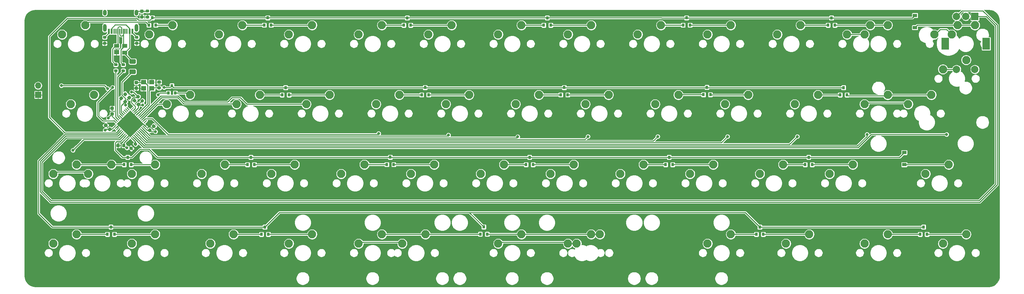
<source format=gbr>
%TF.GenerationSoftware,KiCad,Pcbnew,5.1.10-88a1d61d58~90~ubuntu20.04.1*%
%TF.CreationDate,2021-09-07T19:06:16-07:00*%
%TF.ProjectId,bkc40,626b6334-302e-46b6-9963-61645f706362,rev?*%
%TF.SameCoordinates,Original*%
%TF.FileFunction,Copper,L2,Bot*%
%TF.FilePolarity,Positive*%
%FSLAX46Y46*%
G04 Gerber Fmt 4.6, Leading zero omitted, Abs format (unit mm)*
G04 Created by KiCad (PCBNEW 5.1.10-88a1d61d58~90~ubuntu20.04.1) date 2021-09-07 19:06:16*
%MOMM*%
%LPD*%
G01*
G04 APERTURE LIST*
%TA.AperFunction,SMDPad,CuDef*%
%ADD10C,0.100000*%
%TD*%
%TA.AperFunction,ComponentPad*%
%ADD11R,2.000000X2.000000*%
%TD*%
%TA.AperFunction,ComponentPad*%
%ADD12C,2.000000*%
%TD*%
%TA.AperFunction,ComponentPad*%
%ADD13R,2.000000X3.200000*%
%TD*%
%TA.AperFunction,ComponentPad*%
%ADD14C,2.250000*%
%TD*%
%TA.AperFunction,SMDPad,CuDef*%
%ADD15R,1.400000X1.200000*%
%TD*%
%TA.AperFunction,ComponentPad*%
%ADD16O,1.000000X1.600000*%
%TD*%
%TA.AperFunction,ComponentPad*%
%ADD17O,1.000000X2.100000*%
%TD*%
%TA.AperFunction,SMDPad,CuDef*%
%ADD18R,0.300000X1.450000*%
%TD*%
%TA.AperFunction,SMDPad,CuDef*%
%ADD19R,0.600000X1.450000*%
%TD*%
%TA.AperFunction,ComponentPad*%
%ADD20O,1.700000X1.700000*%
%TD*%
%TA.AperFunction,ComponentPad*%
%ADD21R,1.700000X1.700000*%
%TD*%
%TA.AperFunction,SMDPad,CuDef*%
%ADD22R,1.400000X1.000000*%
%TD*%
%TA.AperFunction,SMDPad,CuDef*%
%ADD23R,0.800000X0.900000*%
%TD*%
%TA.AperFunction,SMDPad,CuDef*%
%ADD24R,1.200000X0.900000*%
%TD*%
%TA.AperFunction,ViaPad*%
%ADD25C,0.800000*%
%TD*%
%TA.AperFunction,Conductor*%
%ADD26C,0.250000*%
%TD*%
%TA.AperFunction,Conductor*%
%ADD27C,0.125000*%
%TD*%
%TA.AperFunction,Conductor*%
%ADD28C,0.100000*%
%TD*%
G04 APERTURE END LIST*
%TA.AperFunction,SMDPad,CuDef*%
D10*
%TO.P,U2,45*%
%TO.N,GND*%
G36*
X139706045Y-110774239D02*
G01*
X143383000Y-107097284D01*
X147059955Y-110774239D01*
X143383000Y-114451194D01*
X139706045Y-110774239D01*
G37*
%TD.AperFunction*%
%TO.P,U2,44*%
%TO.N,+5V*%
%TA.AperFunction,SMDPad,CuDef*%
G36*
G01*
X138831000Y-111613929D02*
X139502752Y-110942177D01*
G75*
G02*
X139591140Y-110942177I44194J-44194D01*
G01*
X139679528Y-111030565D01*
G75*
G02*
X139679528Y-111118953I-44194J-44194D01*
G01*
X139007776Y-111790705D01*
G75*
G02*
X138919388Y-111790705I-44194J44194D01*
G01*
X138831000Y-111702317D01*
G75*
G02*
X138831000Y-111613929I44194J44194D01*
G01*
G37*
%TD.AperFunction*%
%TO.P,U2,43*%
%TO.N,GND*%
%TA.AperFunction,SMDPad,CuDef*%
G36*
G01*
X139184554Y-111967482D02*
X139856306Y-111295730D01*
G75*
G02*
X139944694Y-111295730I44194J-44194D01*
G01*
X140033082Y-111384118D01*
G75*
G02*
X140033082Y-111472506I-44194J-44194D01*
G01*
X139361330Y-112144258D01*
G75*
G02*
X139272942Y-112144258I-44194J44194D01*
G01*
X139184554Y-112055870D01*
G75*
G02*
X139184554Y-111967482I44194J44194D01*
G01*
G37*
%TD.AperFunction*%
%TO.P,U2,42*%
%TO.N,Net-(U2-Pad42)*%
%TA.AperFunction,SMDPad,CuDef*%
G36*
G01*
X139538107Y-112321036D02*
X140209859Y-111649284D01*
G75*
G02*
X140298247Y-111649284I44194J-44194D01*
G01*
X140386635Y-111737672D01*
G75*
G02*
X140386635Y-111826060I-44194J-44194D01*
G01*
X139714883Y-112497812D01*
G75*
G02*
X139626495Y-112497812I-44194J44194D01*
G01*
X139538107Y-112409424D01*
G75*
G02*
X139538107Y-112321036I44194J44194D01*
G01*
G37*
%TD.AperFunction*%
%TO.P,U2,41*%
%TO.N,ROW00*%
%TA.AperFunction,SMDPad,CuDef*%
G36*
G01*
X139891660Y-112674589D02*
X140563412Y-112002837D01*
G75*
G02*
X140651800Y-112002837I44194J-44194D01*
G01*
X140740188Y-112091225D01*
G75*
G02*
X140740188Y-112179613I-44194J-44194D01*
G01*
X140068436Y-112851365D01*
G75*
G02*
X139980048Y-112851365I-44194J44194D01*
G01*
X139891660Y-112762977D01*
G75*
G02*
X139891660Y-112674589I44194J44194D01*
G01*
G37*
%TD.AperFunction*%
%TO.P,U2,40*%
%TO.N,ROW03*%
%TA.AperFunction,SMDPad,CuDef*%
G36*
G01*
X140245214Y-113028142D02*
X140916966Y-112356390D01*
G75*
G02*
X141005354Y-112356390I44194J-44194D01*
G01*
X141093742Y-112444778D01*
G75*
G02*
X141093742Y-112533166I-44194J-44194D01*
G01*
X140421990Y-113204918D01*
G75*
G02*
X140333602Y-113204918I-44194J44194D01*
G01*
X140245214Y-113116530D01*
G75*
G02*
X140245214Y-113028142I44194J44194D01*
G01*
G37*
%TD.AperFunction*%
%TO.P,U2,39*%
%TO.N,ENC_B*%
%TA.AperFunction,SMDPad,CuDef*%
G36*
G01*
X140598767Y-113381696D02*
X141270519Y-112709944D01*
G75*
G02*
X141358907Y-112709944I44194J-44194D01*
G01*
X141447295Y-112798332D01*
G75*
G02*
X141447295Y-112886720I-44194J-44194D01*
G01*
X140775543Y-113558472D01*
G75*
G02*
X140687155Y-113558472I-44194J44194D01*
G01*
X140598767Y-113470084D01*
G75*
G02*
X140598767Y-113381696I44194J44194D01*
G01*
G37*
%TD.AperFunction*%
%TO.P,U2,38*%
%TO.N,ENC_A*%
%TA.AperFunction,SMDPad,CuDef*%
G36*
G01*
X140952321Y-113735249D02*
X141624073Y-113063497D01*
G75*
G02*
X141712461Y-113063497I44194J-44194D01*
G01*
X141800849Y-113151885D01*
G75*
G02*
X141800849Y-113240273I-44194J-44194D01*
G01*
X141129097Y-113912025D01*
G75*
G02*
X141040709Y-113912025I-44194J44194D01*
G01*
X140952321Y-113823637D01*
G75*
G02*
X140952321Y-113735249I44194J44194D01*
G01*
G37*
%TD.AperFunction*%
%TO.P,U2,37*%
%TO.N,COL00*%
%TA.AperFunction,SMDPad,CuDef*%
G36*
G01*
X141305874Y-114088803D02*
X141977626Y-113417051D01*
G75*
G02*
X142066014Y-113417051I44194J-44194D01*
G01*
X142154402Y-113505439D01*
G75*
G02*
X142154402Y-113593827I-44194J-44194D01*
G01*
X141482650Y-114265579D01*
G75*
G02*
X141394262Y-114265579I-44194J44194D01*
G01*
X141305874Y-114177191D01*
G75*
G02*
X141305874Y-114088803I44194J44194D01*
G01*
G37*
%TD.AperFunction*%
%TO.P,U2,36*%
%TO.N,ROW02*%
%TA.AperFunction,SMDPad,CuDef*%
G36*
G01*
X141659427Y-114442356D02*
X142331179Y-113770604D01*
G75*
G02*
X142419567Y-113770604I44194J-44194D01*
G01*
X142507955Y-113858992D01*
G75*
G02*
X142507955Y-113947380I-44194J-44194D01*
G01*
X141836203Y-114619132D01*
G75*
G02*
X141747815Y-114619132I-44194J44194D01*
G01*
X141659427Y-114530744D01*
G75*
G02*
X141659427Y-114442356I44194J44194D01*
G01*
G37*
%TD.AperFunction*%
%TO.P,U2,35*%
%TO.N,GND*%
%TA.AperFunction,SMDPad,CuDef*%
G36*
G01*
X142012981Y-114795909D02*
X142684733Y-114124157D01*
G75*
G02*
X142773121Y-114124157I44194J-44194D01*
G01*
X142861509Y-114212545D01*
G75*
G02*
X142861509Y-114300933I-44194J-44194D01*
G01*
X142189757Y-114972685D01*
G75*
G02*
X142101369Y-114972685I-44194J44194D01*
G01*
X142012981Y-114884297D01*
G75*
G02*
X142012981Y-114795909I44194J44194D01*
G01*
G37*
%TD.AperFunction*%
%TO.P,U2,34*%
%TO.N,+5V*%
%TA.AperFunction,SMDPad,CuDef*%
G36*
G01*
X142366534Y-115149463D02*
X143038286Y-114477711D01*
G75*
G02*
X143126674Y-114477711I44194J-44194D01*
G01*
X143215062Y-114566099D01*
G75*
G02*
X143215062Y-114654487I-44194J-44194D01*
G01*
X142543310Y-115326239D01*
G75*
G02*
X142454922Y-115326239I-44194J44194D01*
G01*
X142366534Y-115237851D01*
G75*
G02*
X142366534Y-115149463I44194J44194D01*
G01*
G37*
%TD.AperFunction*%
%TO.P,U2,33*%
%TO.N,Net-(R4-Pad2)*%
%TA.AperFunction,SMDPad,CuDef*%
G36*
G01*
X143550938Y-114566099D02*
X143639326Y-114477711D01*
G75*
G02*
X143727714Y-114477711I44194J-44194D01*
G01*
X144399466Y-115149463D01*
G75*
G02*
X144399466Y-115237851I-44194J-44194D01*
G01*
X144311078Y-115326239D01*
G75*
G02*
X144222690Y-115326239I-44194J44194D01*
G01*
X143550938Y-114654487D01*
G75*
G02*
X143550938Y-114566099I44194J44194D01*
G01*
G37*
%TD.AperFunction*%
%TO.P,U2,32*%
%TO.N,COL12*%
%TA.AperFunction,SMDPad,CuDef*%
G36*
G01*
X143904491Y-114212545D02*
X143992879Y-114124157D01*
G75*
G02*
X144081267Y-114124157I44194J-44194D01*
G01*
X144753019Y-114795909D01*
G75*
G02*
X144753019Y-114884297I-44194J-44194D01*
G01*
X144664631Y-114972685D01*
G75*
G02*
X144576243Y-114972685I-44194J44194D01*
G01*
X143904491Y-114300933D01*
G75*
G02*
X143904491Y-114212545I44194J44194D01*
G01*
G37*
%TD.AperFunction*%
%TO.P,U2,31*%
%TO.N,COL11*%
%TA.AperFunction,SMDPad,CuDef*%
G36*
G01*
X144258045Y-113858992D02*
X144346433Y-113770604D01*
G75*
G02*
X144434821Y-113770604I44194J-44194D01*
G01*
X145106573Y-114442356D01*
G75*
G02*
X145106573Y-114530744I-44194J-44194D01*
G01*
X145018185Y-114619132D01*
G75*
G02*
X144929797Y-114619132I-44194J44194D01*
G01*
X144258045Y-113947380D01*
G75*
G02*
X144258045Y-113858992I44194J44194D01*
G01*
G37*
%TD.AperFunction*%
%TO.P,U2,30*%
%TO.N,COL10*%
%TA.AperFunction,SMDPad,CuDef*%
G36*
G01*
X144611598Y-113505439D02*
X144699986Y-113417051D01*
G75*
G02*
X144788374Y-113417051I44194J-44194D01*
G01*
X145460126Y-114088803D01*
G75*
G02*
X145460126Y-114177191I-44194J-44194D01*
G01*
X145371738Y-114265579D01*
G75*
G02*
X145283350Y-114265579I-44194J44194D01*
G01*
X144611598Y-113593827D01*
G75*
G02*
X144611598Y-113505439I44194J44194D01*
G01*
G37*
%TD.AperFunction*%
%TO.P,U2,29*%
%TO.N,COL09*%
%TA.AperFunction,SMDPad,CuDef*%
G36*
G01*
X144965151Y-113151885D02*
X145053539Y-113063497D01*
G75*
G02*
X145141927Y-113063497I44194J-44194D01*
G01*
X145813679Y-113735249D01*
G75*
G02*
X145813679Y-113823637I-44194J-44194D01*
G01*
X145725291Y-113912025D01*
G75*
G02*
X145636903Y-113912025I-44194J44194D01*
G01*
X144965151Y-113240273D01*
G75*
G02*
X144965151Y-113151885I44194J44194D01*
G01*
G37*
%TD.AperFunction*%
%TO.P,U2,28*%
%TO.N,COL08*%
%TA.AperFunction,SMDPad,CuDef*%
G36*
G01*
X145318705Y-112798332D02*
X145407093Y-112709944D01*
G75*
G02*
X145495481Y-112709944I44194J-44194D01*
G01*
X146167233Y-113381696D01*
G75*
G02*
X146167233Y-113470084I-44194J-44194D01*
G01*
X146078845Y-113558472D01*
G75*
G02*
X145990457Y-113558472I-44194J44194D01*
G01*
X145318705Y-112886720D01*
G75*
G02*
X145318705Y-112798332I44194J44194D01*
G01*
G37*
%TD.AperFunction*%
%TO.P,U2,27*%
%TO.N,COL07*%
%TA.AperFunction,SMDPad,CuDef*%
G36*
G01*
X145672258Y-112444778D02*
X145760646Y-112356390D01*
G75*
G02*
X145849034Y-112356390I44194J-44194D01*
G01*
X146520786Y-113028142D01*
G75*
G02*
X146520786Y-113116530I-44194J-44194D01*
G01*
X146432398Y-113204918D01*
G75*
G02*
X146344010Y-113204918I-44194J44194D01*
G01*
X145672258Y-112533166D01*
G75*
G02*
X145672258Y-112444778I44194J44194D01*
G01*
G37*
%TD.AperFunction*%
%TO.P,U2,26*%
%TO.N,COL06*%
%TA.AperFunction,SMDPad,CuDef*%
G36*
G01*
X146025812Y-112091225D02*
X146114200Y-112002837D01*
G75*
G02*
X146202588Y-112002837I44194J-44194D01*
G01*
X146874340Y-112674589D01*
G75*
G02*
X146874340Y-112762977I-44194J-44194D01*
G01*
X146785952Y-112851365D01*
G75*
G02*
X146697564Y-112851365I-44194J44194D01*
G01*
X146025812Y-112179613D01*
G75*
G02*
X146025812Y-112091225I44194J44194D01*
G01*
G37*
%TD.AperFunction*%
%TO.P,U2,25*%
%TO.N,COL05*%
%TA.AperFunction,SMDPad,CuDef*%
G36*
G01*
X146379365Y-111737672D02*
X146467753Y-111649284D01*
G75*
G02*
X146556141Y-111649284I44194J-44194D01*
G01*
X147227893Y-112321036D01*
G75*
G02*
X147227893Y-112409424I-44194J-44194D01*
G01*
X147139505Y-112497812D01*
G75*
G02*
X147051117Y-112497812I-44194J44194D01*
G01*
X146379365Y-111826060D01*
G75*
G02*
X146379365Y-111737672I44194J44194D01*
G01*
G37*
%TD.AperFunction*%
%TO.P,U2,24*%
%TO.N,+5V*%
%TA.AperFunction,SMDPad,CuDef*%
G36*
G01*
X146732918Y-111384118D02*
X146821306Y-111295730D01*
G75*
G02*
X146909694Y-111295730I44194J-44194D01*
G01*
X147581446Y-111967482D01*
G75*
G02*
X147581446Y-112055870I-44194J-44194D01*
G01*
X147493058Y-112144258D01*
G75*
G02*
X147404670Y-112144258I-44194J44194D01*
G01*
X146732918Y-111472506D01*
G75*
G02*
X146732918Y-111384118I44194J44194D01*
G01*
G37*
%TD.AperFunction*%
%TO.P,U2,23*%
%TO.N,GND*%
%TA.AperFunction,SMDPad,CuDef*%
G36*
G01*
X147086472Y-111030565D02*
X147174860Y-110942177D01*
G75*
G02*
X147263248Y-110942177I44194J-44194D01*
G01*
X147935000Y-111613929D01*
G75*
G02*
X147935000Y-111702317I-44194J-44194D01*
G01*
X147846612Y-111790705D01*
G75*
G02*
X147758224Y-111790705I-44194J44194D01*
G01*
X147086472Y-111118953D01*
G75*
G02*
X147086472Y-111030565I44194J44194D01*
G01*
G37*
%TD.AperFunction*%
%TO.P,U2,22*%
%TO.N,Net-(U2-Pad22)*%
%TA.AperFunction,SMDPad,CuDef*%
G36*
G01*
X147086472Y-110429525D02*
X147758224Y-109757773D01*
G75*
G02*
X147846612Y-109757773I44194J-44194D01*
G01*
X147935000Y-109846161D01*
G75*
G02*
X147935000Y-109934549I-44194J-44194D01*
G01*
X147263248Y-110606301D01*
G75*
G02*
X147174860Y-110606301I-44194J44194D01*
G01*
X147086472Y-110517913D01*
G75*
G02*
X147086472Y-110429525I44194J44194D01*
G01*
G37*
%TD.AperFunction*%
%TO.P,U2,21*%
%TO.N,COL04*%
%TA.AperFunction,SMDPad,CuDef*%
G36*
G01*
X146732918Y-110075972D02*
X147404670Y-109404220D01*
G75*
G02*
X147493058Y-109404220I44194J-44194D01*
G01*
X147581446Y-109492608D01*
G75*
G02*
X147581446Y-109580996I-44194J-44194D01*
G01*
X146909694Y-110252748D01*
G75*
G02*
X146821306Y-110252748I-44194J44194D01*
G01*
X146732918Y-110164360D01*
G75*
G02*
X146732918Y-110075972I44194J44194D01*
G01*
G37*
%TD.AperFunction*%
%TO.P,U2,20*%
%TO.N,COL01*%
%TA.AperFunction,SMDPad,CuDef*%
G36*
G01*
X146379365Y-109722418D02*
X147051117Y-109050666D01*
G75*
G02*
X147139505Y-109050666I44194J-44194D01*
G01*
X147227893Y-109139054D01*
G75*
G02*
X147227893Y-109227442I-44194J-44194D01*
G01*
X146556141Y-109899194D01*
G75*
G02*
X146467753Y-109899194I-44194J44194D01*
G01*
X146379365Y-109810806D01*
G75*
G02*
X146379365Y-109722418I44194J44194D01*
G01*
G37*
%TD.AperFunction*%
%TO.P,U2,19*%
%TO.N,COL02*%
%TA.AperFunction,SMDPad,CuDef*%
G36*
G01*
X146025812Y-109368865D02*
X146697564Y-108697113D01*
G75*
G02*
X146785952Y-108697113I44194J-44194D01*
G01*
X146874340Y-108785501D01*
G75*
G02*
X146874340Y-108873889I-44194J-44194D01*
G01*
X146202588Y-109545641D01*
G75*
G02*
X146114200Y-109545641I-44194J44194D01*
G01*
X146025812Y-109457253D01*
G75*
G02*
X146025812Y-109368865I44194J44194D01*
G01*
G37*
%TD.AperFunction*%
%TO.P,U2,18*%
%TO.N,COL03*%
%TA.AperFunction,SMDPad,CuDef*%
G36*
G01*
X145672258Y-109015312D02*
X146344010Y-108343560D01*
G75*
G02*
X146432398Y-108343560I44194J-44194D01*
G01*
X146520786Y-108431948D01*
G75*
G02*
X146520786Y-108520336I-44194J-44194D01*
G01*
X145849034Y-109192088D01*
G75*
G02*
X145760646Y-109192088I-44194J44194D01*
G01*
X145672258Y-109103700D01*
G75*
G02*
X145672258Y-109015312I44194J44194D01*
G01*
G37*
%TD.AperFunction*%
%TO.P,U2,17*%
%TO.N,Net-(C7-Pad1)*%
%TA.AperFunction,SMDPad,CuDef*%
G36*
G01*
X145318705Y-108661758D02*
X145990457Y-107990006D01*
G75*
G02*
X146078845Y-107990006I44194J-44194D01*
G01*
X146167233Y-108078394D01*
G75*
G02*
X146167233Y-108166782I-44194J-44194D01*
G01*
X145495481Y-108838534D01*
G75*
G02*
X145407093Y-108838534I-44194J44194D01*
G01*
X145318705Y-108750146D01*
G75*
G02*
X145318705Y-108661758I44194J44194D01*
G01*
G37*
%TD.AperFunction*%
%TO.P,U2,16*%
%TO.N,Net-(C8-Pad1)*%
%TA.AperFunction,SMDPad,CuDef*%
G36*
G01*
X144965151Y-108308205D02*
X145636903Y-107636453D01*
G75*
G02*
X145725291Y-107636453I44194J-44194D01*
G01*
X145813679Y-107724841D01*
G75*
G02*
X145813679Y-107813229I-44194J-44194D01*
G01*
X145141927Y-108484981D01*
G75*
G02*
X145053539Y-108484981I-44194J44194D01*
G01*
X144965151Y-108396593D01*
G75*
G02*
X144965151Y-108308205I44194J44194D01*
G01*
G37*
%TD.AperFunction*%
%TO.P,U2,15*%
%TO.N,GND*%
%TA.AperFunction,SMDPad,CuDef*%
G36*
G01*
X144611598Y-107954651D02*
X145283350Y-107282899D01*
G75*
G02*
X145371738Y-107282899I44194J-44194D01*
G01*
X145460126Y-107371287D01*
G75*
G02*
X145460126Y-107459675I-44194J-44194D01*
G01*
X144788374Y-108131427D01*
G75*
G02*
X144699986Y-108131427I-44194J44194D01*
G01*
X144611598Y-108043039D01*
G75*
G02*
X144611598Y-107954651I44194J44194D01*
G01*
G37*
%TD.AperFunction*%
%TO.P,U2,14*%
%TO.N,+5V*%
%TA.AperFunction,SMDPad,CuDef*%
G36*
G01*
X144258045Y-107601098D02*
X144929797Y-106929346D01*
G75*
G02*
X145018185Y-106929346I44194J-44194D01*
G01*
X145106573Y-107017734D01*
G75*
G02*
X145106573Y-107106122I-44194J-44194D01*
G01*
X144434821Y-107777874D01*
G75*
G02*
X144346433Y-107777874I-44194J44194D01*
G01*
X144258045Y-107689486D01*
G75*
G02*
X144258045Y-107601098I44194J44194D01*
G01*
G37*
%TD.AperFunction*%
%TO.P,U2,13*%
%TO.N,Net-(J1-Pad2)*%
%TA.AperFunction,SMDPad,CuDef*%
G36*
G01*
X143904491Y-107247545D02*
X144576243Y-106575793D01*
G75*
G02*
X144664631Y-106575793I44194J-44194D01*
G01*
X144753019Y-106664181D01*
G75*
G02*
X144753019Y-106752569I-44194J-44194D01*
G01*
X144081267Y-107424321D01*
G75*
G02*
X143992879Y-107424321I-44194J44194D01*
G01*
X143904491Y-107335933D01*
G75*
G02*
X143904491Y-107247545I44194J44194D01*
G01*
G37*
%TD.AperFunction*%
%TO.P,U2,12*%
%TO.N,Net-(U2-Pad12)*%
%TA.AperFunction,SMDPad,CuDef*%
G36*
G01*
X143550938Y-106893991D02*
X144222690Y-106222239D01*
G75*
G02*
X144311078Y-106222239I44194J-44194D01*
G01*
X144399466Y-106310627D01*
G75*
G02*
X144399466Y-106399015I-44194J-44194D01*
G01*
X143727714Y-107070767D01*
G75*
G02*
X143639326Y-107070767I-44194J44194D01*
G01*
X143550938Y-106982379D01*
G75*
G02*
X143550938Y-106893991I44194J44194D01*
G01*
G37*
%TD.AperFunction*%
%TO.P,U2,11*%
%TO.N,Net-(U2-Pad11)*%
%TA.AperFunction,SMDPad,CuDef*%
G36*
G01*
X142366534Y-106310627D02*
X142454922Y-106222239D01*
G75*
G02*
X142543310Y-106222239I44194J-44194D01*
G01*
X143215062Y-106893991D01*
G75*
G02*
X143215062Y-106982379I-44194J-44194D01*
G01*
X143126674Y-107070767D01*
G75*
G02*
X143038286Y-107070767I-44194J44194D01*
G01*
X142366534Y-106399015D01*
G75*
G02*
X142366534Y-106310627I44194J44194D01*
G01*
G37*
%TD.AperFunction*%
%TO.P,U2,10*%
%TO.N,Net-(U2-Pad10)*%
%TA.AperFunction,SMDPad,CuDef*%
G36*
G01*
X142012981Y-106664181D02*
X142101369Y-106575793D01*
G75*
G02*
X142189757Y-106575793I44194J-44194D01*
G01*
X142861509Y-107247545D01*
G75*
G02*
X142861509Y-107335933I-44194J-44194D01*
G01*
X142773121Y-107424321D01*
G75*
G02*
X142684733Y-107424321I-44194J44194D01*
G01*
X142012981Y-106752569D01*
G75*
G02*
X142012981Y-106664181I44194J44194D01*
G01*
G37*
%TD.AperFunction*%
%TO.P,U2,9*%
%TO.N,Net-(U2-Pad9)*%
%TA.AperFunction,SMDPad,CuDef*%
G36*
G01*
X141659427Y-107017734D02*
X141747815Y-106929346D01*
G75*
G02*
X141836203Y-106929346I44194J-44194D01*
G01*
X142507955Y-107601098D01*
G75*
G02*
X142507955Y-107689486I-44194J-44194D01*
G01*
X142419567Y-107777874D01*
G75*
G02*
X142331179Y-107777874I-44194J44194D01*
G01*
X141659427Y-107106122D01*
G75*
G02*
X141659427Y-107017734I44194J44194D01*
G01*
G37*
%TD.AperFunction*%
%TO.P,U2,8*%
%TO.N,Net-(U2-Pad8)*%
%TA.AperFunction,SMDPad,CuDef*%
G36*
G01*
X141305874Y-107371287D02*
X141394262Y-107282899D01*
G75*
G02*
X141482650Y-107282899I44194J-44194D01*
G01*
X142154402Y-107954651D01*
G75*
G02*
X142154402Y-108043039I-44194J-44194D01*
G01*
X142066014Y-108131427D01*
G75*
G02*
X141977626Y-108131427I-44194J44194D01*
G01*
X141305874Y-107459675D01*
G75*
G02*
X141305874Y-107371287I44194J44194D01*
G01*
G37*
%TD.AperFunction*%
%TO.P,U2,7*%
%TO.N,+5V*%
%TA.AperFunction,SMDPad,CuDef*%
G36*
G01*
X140952321Y-107724841D02*
X141040709Y-107636453D01*
G75*
G02*
X141129097Y-107636453I44194J-44194D01*
G01*
X141800849Y-108308205D01*
G75*
G02*
X141800849Y-108396593I-44194J-44194D01*
G01*
X141712461Y-108484981D01*
G75*
G02*
X141624073Y-108484981I-44194J44194D01*
G01*
X140952321Y-107813229D01*
G75*
G02*
X140952321Y-107724841I44194J44194D01*
G01*
G37*
%TD.AperFunction*%
%TO.P,U2,6*%
%TO.N,Net-(C9-Pad1)*%
%TA.AperFunction,SMDPad,CuDef*%
G36*
G01*
X140598767Y-108078394D02*
X140687155Y-107990006D01*
G75*
G02*
X140775543Y-107990006I44194J-44194D01*
G01*
X141447295Y-108661758D01*
G75*
G02*
X141447295Y-108750146I-44194J-44194D01*
G01*
X141358907Y-108838534D01*
G75*
G02*
X141270519Y-108838534I-44194J44194D01*
G01*
X140598767Y-108166782D01*
G75*
G02*
X140598767Y-108078394I44194J44194D01*
G01*
G37*
%TD.AperFunction*%
%TO.P,U2,5*%
%TO.N,GND*%
%TA.AperFunction,SMDPad,CuDef*%
G36*
G01*
X140245214Y-108431948D02*
X140333602Y-108343560D01*
G75*
G02*
X140421990Y-108343560I44194J-44194D01*
G01*
X141093742Y-109015312D01*
G75*
G02*
X141093742Y-109103700I-44194J-44194D01*
G01*
X141005354Y-109192088D01*
G75*
G02*
X140916966Y-109192088I-44194J44194D01*
G01*
X140245214Y-108520336D01*
G75*
G02*
X140245214Y-108431948I44194J44194D01*
G01*
G37*
%TD.AperFunction*%
%TO.P,U2,4*%
%TO.N,D+*%
%TA.AperFunction,SMDPad,CuDef*%
G36*
G01*
X139891660Y-108785501D02*
X139980048Y-108697113D01*
G75*
G02*
X140068436Y-108697113I44194J-44194D01*
G01*
X140740188Y-109368865D01*
G75*
G02*
X140740188Y-109457253I-44194J-44194D01*
G01*
X140651800Y-109545641D01*
G75*
G02*
X140563412Y-109545641I-44194J44194D01*
G01*
X139891660Y-108873889D01*
G75*
G02*
X139891660Y-108785501I44194J44194D01*
G01*
G37*
%TD.AperFunction*%
%TO.P,U2,3*%
%TO.N,D-*%
%TA.AperFunction,SMDPad,CuDef*%
G36*
G01*
X139538107Y-109139054D02*
X139626495Y-109050666D01*
G75*
G02*
X139714883Y-109050666I44194J-44194D01*
G01*
X140386635Y-109722418D01*
G75*
G02*
X140386635Y-109810806I-44194J-44194D01*
G01*
X140298247Y-109899194D01*
G75*
G02*
X140209859Y-109899194I-44194J44194D01*
G01*
X139538107Y-109227442D01*
G75*
G02*
X139538107Y-109139054I44194J44194D01*
G01*
G37*
%TD.AperFunction*%
%TO.P,U2,2*%
%TO.N,+5V*%
%TA.AperFunction,SMDPad,CuDef*%
G36*
G01*
X139184554Y-109492608D02*
X139272942Y-109404220D01*
G75*
G02*
X139361330Y-109404220I44194J-44194D01*
G01*
X140033082Y-110075972D01*
G75*
G02*
X140033082Y-110164360I-44194J-44194D01*
G01*
X139944694Y-110252748D01*
G75*
G02*
X139856306Y-110252748I-44194J44194D01*
G01*
X139184554Y-109580996D01*
G75*
G02*
X139184554Y-109492608I44194J44194D01*
G01*
G37*
%TD.AperFunction*%
%TO.P,U2,1*%
%TO.N,ROW01*%
%TA.AperFunction,SMDPad,CuDef*%
G36*
G01*
X138831000Y-109846161D02*
X138919388Y-109757773D01*
G75*
G02*
X139007776Y-109757773I44194J-44194D01*
G01*
X139679528Y-110429525D01*
G75*
G02*
X139679528Y-110517913I-44194J-44194D01*
G01*
X139591140Y-110606301D01*
G75*
G02*
X139502752Y-110606301I-44194J44194D01*
G01*
X138831000Y-109934549D01*
G75*
G02*
X138831000Y-109846161I44194J44194D01*
G01*
G37*
%TD.AperFunction*%
%TD*%
D11*
%TO.P,SW56,A*%
%TO.N,ENC_A*%
X373987000Y-81400000D03*
D12*
%TO.P,SW56,C*%
%TO.N,GND*%
X371487000Y-81400000D03*
%TO.P,SW56,B*%
%TO.N,ENC_B*%
X368987000Y-81400000D03*
D13*
%TO.P,SW56,MP*%
%TO.N,N/C*%
X377087000Y-88900000D03*
X365887000Y-88900000D03*
D12*
%TO.P,SW56,S2*%
%TO.N,ENC_R*%
X373987000Y-95900000D03*
%TO.P,SW56,S1*%
%TO.N,COL12*%
X368987000Y-95900000D03*
%TD*%
D14*
%TO.P,SW28,1*%
%TO.N,COL12*%
X365283750Y-95885000D03*
%TO.P,SW28,2*%
%TO.N,ENC_R*%
X371633750Y-93345000D03*
%TD*%
D15*
%TO.P,Y1,4*%
%TO.N,GND*%
X149281408Y-99382013D03*
%TO.P,Y1,3*%
%TO.N,Net-(C8-Pad1)*%
X147081408Y-99382013D03*
%TO.P,Y1,2*%
%TO.N,GND*%
X147081408Y-101082013D03*
%TO.P,Y1,1*%
%TO.N,Net-(C7-Pad1)*%
X149281408Y-101082013D03*
%TD*%
D16*
%TO.P,USB1,13*%
%TO.N,Earth*%
X145073000Y-80376000D03*
X136433000Y-80376000D03*
D17*
X145073000Y-84556000D03*
X136433000Y-84556000D03*
D18*
%TO.P,USB1,6*%
%TO.N,Net-(D14-Pad3)*%
X140503000Y-85471000D03*
%TO.P,USB1,7*%
%TO.N,Net-(D14-Pad2)*%
X141003000Y-85471000D03*
%TO.P,USB1,8*%
%TO.N,Net-(D14-Pad3)*%
X141503000Y-85471000D03*
%TO.P,USB1,5*%
%TO.N,Net-(D14-Pad2)*%
X140003000Y-85471000D03*
%TO.P,USB1,9*%
%TO.N,Net-(USB1-Pad9)*%
X142003000Y-85471000D03*
%TO.P,USB1,4*%
%TO.N,Net-(USB1-Pad4)*%
X139503000Y-85471000D03*
%TO.P,USB1,10*%
%TO.N,Net-(USB1-Pad10)*%
X142503000Y-85471000D03*
%TO.P,USB1,3*%
%TO.N,Net-(USB1-Pad3)*%
X139003000Y-85471000D03*
D19*
%TO.P,USB1,2*%
%TO.N,VCC*%
X138303000Y-85471000D03*
%TO.P,USB1,11*%
X143203000Y-85471000D03*
%TO.P,USB1,1*%
%TO.N,Net-(R5-Pad2)*%
X137528000Y-85471000D03*
%TO.P,USB1,12*%
%TO.N,Net-(R6-Pad2)*%
X143978000Y-85471000D03*
%TD*%
%TO.P,R7,2*%
%TO.N,Earth*%
%TA.AperFunction,SMDPad,CuDef*%
G36*
G01*
X148357000Y-80347000D02*
X147807000Y-80347000D01*
G75*
G02*
X147607000Y-80147000I0J200000D01*
G01*
X147607000Y-79747000D01*
G75*
G02*
X147807000Y-79547000I200000J0D01*
G01*
X148357000Y-79547000D01*
G75*
G02*
X148557000Y-79747000I0J-200000D01*
G01*
X148557000Y-80147000D01*
G75*
G02*
X148357000Y-80347000I-200000J0D01*
G01*
G37*
%TD.AperFunction*%
%TO.P,R7,1*%
%TO.N,GND*%
%TA.AperFunction,SMDPad,CuDef*%
G36*
G01*
X148357000Y-81997000D02*
X147807000Y-81997000D01*
G75*
G02*
X147607000Y-81797000I0J200000D01*
G01*
X147607000Y-81397000D01*
G75*
G02*
X147807000Y-81197000I200000J0D01*
G01*
X148357000Y-81197000D01*
G75*
G02*
X148557000Y-81397000I0J-200000D01*
G01*
X148557000Y-81797000D01*
G75*
G02*
X148357000Y-81997000I-200000J0D01*
G01*
G37*
%TD.AperFunction*%
%TD*%
%TO.P,R6,2*%
%TO.N,Net-(R6-Pad2)*%
%TA.AperFunction,SMDPad,CuDef*%
G36*
G01*
X145436000Y-87522000D02*
X144886000Y-87522000D01*
G75*
G02*
X144686000Y-87322000I0J200000D01*
G01*
X144686000Y-86922000D01*
G75*
G02*
X144886000Y-86722000I200000J0D01*
G01*
X145436000Y-86722000D01*
G75*
G02*
X145636000Y-86922000I0J-200000D01*
G01*
X145636000Y-87322000D01*
G75*
G02*
X145436000Y-87522000I-200000J0D01*
G01*
G37*
%TD.AperFunction*%
%TO.P,R6,1*%
%TO.N,GND*%
%TA.AperFunction,SMDPad,CuDef*%
G36*
G01*
X145436000Y-89172000D02*
X144886000Y-89172000D01*
G75*
G02*
X144686000Y-88972000I0J200000D01*
G01*
X144686000Y-88572000D01*
G75*
G02*
X144886000Y-88372000I200000J0D01*
G01*
X145436000Y-88372000D01*
G75*
G02*
X145636000Y-88572000I0J-200000D01*
G01*
X145636000Y-88972000D01*
G75*
G02*
X145436000Y-89172000I-200000J0D01*
G01*
G37*
%TD.AperFunction*%
%TD*%
%TO.P,R5,2*%
%TO.N,Net-(R5-Pad2)*%
%TA.AperFunction,SMDPad,CuDef*%
G36*
G01*
X136673000Y-87522000D02*
X136123000Y-87522000D01*
G75*
G02*
X135923000Y-87322000I0J200000D01*
G01*
X135923000Y-86922000D01*
G75*
G02*
X136123000Y-86722000I200000J0D01*
G01*
X136673000Y-86722000D01*
G75*
G02*
X136873000Y-86922000I0J-200000D01*
G01*
X136873000Y-87322000D01*
G75*
G02*
X136673000Y-87522000I-200000J0D01*
G01*
G37*
%TD.AperFunction*%
%TO.P,R5,1*%
%TO.N,GND*%
%TA.AperFunction,SMDPad,CuDef*%
G36*
G01*
X136673000Y-89172000D02*
X136123000Y-89172000D01*
G75*
G02*
X135923000Y-88972000I0J200000D01*
G01*
X135923000Y-88572000D01*
G75*
G02*
X136123000Y-88372000I200000J0D01*
G01*
X136673000Y-88372000D01*
G75*
G02*
X136873000Y-88572000I0J-200000D01*
G01*
X136873000Y-88972000D01*
G75*
G02*
X136673000Y-89172000I-200000J0D01*
G01*
G37*
%TD.AperFunction*%
%TD*%
%TO.P,R4,2*%
%TO.N,Net-(R4-Pad2)*%
%TA.AperFunction,SMDPad,CuDef*%
G36*
G01*
X144715338Y-116785571D02*
X144326429Y-116396662D01*
G75*
G02*
X144326429Y-116113820I141421J141421D01*
G01*
X144609272Y-115830977D01*
G75*
G02*
X144892114Y-115830977I141421J-141421D01*
G01*
X145281023Y-116219886D01*
G75*
G02*
X145281023Y-116502728I-141421J-141421D01*
G01*
X144998180Y-116785571D01*
G75*
G02*
X144715338Y-116785571I-141421J141421D01*
G01*
G37*
%TD.AperFunction*%
%TO.P,R4,1*%
%TO.N,GND*%
%TA.AperFunction,SMDPad,CuDef*%
G36*
G01*
X143548612Y-117952297D02*
X143159703Y-117563388D01*
G75*
G02*
X143159703Y-117280546I141421J141421D01*
G01*
X143442546Y-116997703D01*
G75*
G02*
X143725388Y-116997703I141421J-141421D01*
G01*
X144114297Y-117386612D01*
G75*
G02*
X144114297Y-117669454I-141421J-141421D01*
G01*
X143831454Y-117952297D01*
G75*
G02*
X143548612Y-117952297I-141421J141421D01*
G01*
G37*
%TD.AperFunction*%
%TD*%
%TO.P,R3,2*%
%TO.N,Net-(D14-Pad3)*%
%TA.AperFunction,SMDPad,CuDef*%
G36*
G01*
X141753000Y-95016000D02*
X141203000Y-95016000D01*
G75*
G02*
X141003000Y-94816000I0J200000D01*
G01*
X141003000Y-94416000D01*
G75*
G02*
X141203000Y-94216000I200000J0D01*
G01*
X141753000Y-94216000D01*
G75*
G02*
X141953000Y-94416000I0J-200000D01*
G01*
X141953000Y-94816000D01*
G75*
G02*
X141753000Y-95016000I-200000J0D01*
G01*
G37*
%TD.AperFunction*%
%TO.P,R3,1*%
%TO.N,D+*%
%TA.AperFunction,SMDPad,CuDef*%
G36*
G01*
X141753000Y-96666000D02*
X141203000Y-96666000D01*
G75*
G02*
X141003000Y-96466000I0J200000D01*
G01*
X141003000Y-96066000D01*
G75*
G02*
X141203000Y-95866000I200000J0D01*
G01*
X141753000Y-95866000D01*
G75*
G02*
X141953000Y-96066000I0J-200000D01*
G01*
X141953000Y-96466000D01*
G75*
G02*
X141753000Y-96666000I-200000J0D01*
G01*
G37*
%TD.AperFunction*%
%TD*%
%TO.P,R2,2*%
%TO.N,Net-(D14-Pad2)*%
%TA.AperFunction,SMDPad,CuDef*%
G36*
G01*
X139721000Y-95015000D02*
X139171000Y-95015000D01*
G75*
G02*
X138971000Y-94815000I0J200000D01*
G01*
X138971000Y-94415000D01*
G75*
G02*
X139171000Y-94215000I200000J0D01*
G01*
X139721000Y-94215000D01*
G75*
G02*
X139921000Y-94415000I0J-200000D01*
G01*
X139921000Y-94815000D01*
G75*
G02*
X139721000Y-95015000I-200000J0D01*
G01*
G37*
%TD.AperFunction*%
%TO.P,R2,1*%
%TO.N,D-*%
%TA.AperFunction,SMDPad,CuDef*%
G36*
G01*
X139721000Y-96665000D02*
X139171000Y-96665000D01*
G75*
G02*
X138971000Y-96465000I0J200000D01*
G01*
X138971000Y-96065000D01*
G75*
G02*
X139171000Y-95865000I200000J0D01*
G01*
X139721000Y-95865000D01*
G75*
G02*
X139921000Y-96065000I0J-200000D01*
G01*
X139921000Y-96465000D01*
G75*
G02*
X139721000Y-96665000I-200000J0D01*
G01*
G37*
%TD.AperFunction*%
%TD*%
%TO.P,R1,2*%
%TO.N,Net-(J1-Pad2)*%
%TA.AperFunction,SMDPad,CuDef*%
G36*
G01*
X145995571Y-103442662D02*
X145606662Y-103831571D01*
G75*
G02*
X145323820Y-103831571I-141421J141421D01*
G01*
X145040977Y-103548728D01*
G75*
G02*
X145040977Y-103265886I141421J141421D01*
G01*
X145429886Y-102876977D01*
G75*
G02*
X145712728Y-102876977I141421J-141421D01*
G01*
X145995571Y-103159820D01*
G75*
G02*
X145995571Y-103442662I-141421J-141421D01*
G01*
G37*
%TD.AperFunction*%
%TO.P,R1,1*%
%TO.N,+5V*%
%TA.AperFunction,SMDPad,CuDef*%
G36*
G01*
X147162297Y-104609388D02*
X146773388Y-104998297D01*
G75*
G02*
X146490546Y-104998297I-141421J141421D01*
G01*
X146207703Y-104715454D01*
G75*
G02*
X146207703Y-104432612I141421J141421D01*
G01*
X146596612Y-104043703D01*
G75*
G02*
X146879454Y-104043703I141421J-141421D01*
G01*
X147162297Y-104326546D01*
G75*
G02*
X147162297Y-104609388I-141421J-141421D01*
G01*
G37*
%TD.AperFunction*%
%TD*%
D20*
%TO.P,J1,2*%
%TO.N,Net-(J1-Pad2)*%
X118237000Y-100330000D03*
D21*
%TO.P,J1,1*%
%TO.N,GND*%
X118237000Y-102870000D03*
%TD*%
%TO.P,F1,2*%
%TO.N,VCC*%
%TA.AperFunction,SMDPad,CuDef*%
G36*
G01*
X144643000Y-94345001D02*
X143393000Y-94345001D01*
G75*
G02*
X143143000Y-94095001I0J250000D01*
G01*
X143143000Y-93345001D01*
G75*
G02*
X143393000Y-93095001I250000J0D01*
G01*
X144643000Y-93095001D01*
G75*
G02*
X144893000Y-93345001I0J-250000D01*
G01*
X144893000Y-94095001D01*
G75*
G02*
X144643000Y-94345001I-250000J0D01*
G01*
G37*
%TD.AperFunction*%
%TO.P,F1,1*%
%TO.N,+5V*%
%TA.AperFunction,SMDPad,CuDef*%
G36*
G01*
X144643000Y-97145001D02*
X143393000Y-97145001D01*
G75*
G02*
X143143000Y-96895001I0J250000D01*
G01*
X143143000Y-96145001D01*
G75*
G02*
X143393000Y-95895001I250000J0D01*
G01*
X144643000Y-95895001D01*
G75*
G02*
X144893000Y-96145001I0J-250000D01*
G01*
X144893000Y-96895001D01*
G75*
G02*
X144643000Y-97145001I-250000J0D01*
G01*
G37*
%TD.AperFunction*%
%TD*%
D22*
%TO.P,D14,4*%
%TO.N,VCC*%
X141859000Y-91374000D03*
%TO.P,D14,3*%
%TO.N,Net-(D14-Pad3)*%
X141859000Y-89474000D03*
%TO.P,D14,2*%
%TO.N,Net-(D14-Pad2)*%
X139659000Y-89474000D03*
D15*
%TO.P,D14,1*%
%TO.N,GND*%
X139659000Y-91194000D03*
%TD*%
%TO.P,C10,2*%
%TO.N,Earth*%
%TA.AperFunction,SMDPad,CuDef*%
G36*
G01*
X146808000Y-80460000D02*
X146308000Y-80460000D01*
G75*
G02*
X146083000Y-80235000I0J225000D01*
G01*
X146083000Y-79785000D01*
G75*
G02*
X146308000Y-79560000I225000J0D01*
G01*
X146808000Y-79560000D01*
G75*
G02*
X147033000Y-79785000I0J-225000D01*
G01*
X147033000Y-80235000D01*
G75*
G02*
X146808000Y-80460000I-225000J0D01*
G01*
G37*
%TD.AperFunction*%
%TO.P,C10,1*%
%TO.N,GND*%
%TA.AperFunction,SMDPad,CuDef*%
G36*
G01*
X146808000Y-82010000D02*
X146308000Y-82010000D01*
G75*
G02*
X146083000Y-81785000I0J225000D01*
G01*
X146083000Y-81335000D01*
G75*
G02*
X146308000Y-81110000I225000J0D01*
G01*
X146808000Y-81110000D01*
G75*
G02*
X147033000Y-81335000I0J-225000D01*
G01*
X147033000Y-81785000D01*
G75*
G02*
X146808000Y-82010000I-225000J0D01*
G01*
G37*
%TD.AperFunction*%
%TD*%
%TO.P,C9,2*%
%TO.N,GND*%
%TA.AperFunction,SMDPad,CuDef*%
G36*
G01*
X141884587Y-103197967D02*
X141531033Y-102844413D01*
G75*
G02*
X141531033Y-102526215I159099J159099D01*
G01*
X141849231Y-102208017D01*
G75*
G02*
X142167429Y-102208017I159099J-159099D01*
G01*
X142520983Y-102561571D01*
G75*
G02*
X142520983Y-102879769I-159099J-159099D01*
G01*
X142202785Y-103197967D01*
G75*
G02*
X141884587Y-103197967I-159099J159099D01*
G01*
G37*
%TD.AperFunction*%
%TO.P,C9,1*%
%TO.N,Net-(C9-Pad1)*%
%TA.AperFunction,SMDPad,CuDef*%
G36*
G01*
X140788571Y-104293983D02*
X140435017Y-103940429D01*
G75*
G02*
X140435017Y-103622231I159099J159099D01*
G01*
X140753215Y-103304033D01*
G75*
G02*
X141071413Y-103304033I159099J-159099D01*
G01*
X141424967Y-103657587D01*
G75*
G02*
X141424967Y-103975785I-159099J-159099D01*
G01*
X141106769Y-104293983D01*
G75*
G02*
X140788571Y-104293983I-159099J159099D01*
G01*
G37*
%TD.AperFunction*%
%TD*%
%TO.P,C8,2*%
%TO.N,GND*%
%TA.AperFunction,SMDPad,CuDef*%
G36*
G01*
X144799408Y-100583013D02*
X145299408Y-100583013D01*
G75*
G02*
X145524408Y-100808013I0J-225000D01*
G01*
X145524408Y-101258013D01*
G75*
G02*
X145299408Y-101483013I-225000J0D01*
G01*
X144799408Y-101483013D01*
G75*
G02*
X144574408Y-101258013I0J225000D01*
G01*
X144574408Y-100808013D01*
G75*
G02*
X144799408Y-100583013I225000J0D01*
G01*
G37*
%TD.AperFunction*%
%TO.P,C8,1*%
%TO.N,Net-(C8-Pad1)*%
%TA.AperFunction,SMDPad,CuDef*%
G36*
G01*
X144799408Y-99033013D02*
X145299408Y-99033013D01*
G75*
G02*
X145524408Y-99258013I0J-225000D01*
G01*
X145524408Y-99708013D01*
G75*
G02*
X145299408Y-99933013I-225000J0D01*
G01*
X144799408Y-99933013D01*
G75*
G02*
X144574408Y-99708013I0J225000D01*
G01*
X144574408Y-99258013D01*
G75*
G02*
X144799408Y-99033013I225000J0D01*
G01*
G37*
%TD.AperFunction*%
%TD*%
%TO.P,C7,2*%
%TO.N,GND*%
%TA.AperFunction,SMDPad,CuDef*%
G36*
G01*
X151522408Y-99832012D02*
X151022408Y-99832012D01*
G75*
G02*
X150797408Y-99607012I0J225000D01*
G01*
X150797408Y-99157012D01*
G75*
G02*
X151022408Y-98932012I225000J0D01*
G01*
X151522408Y-98932012D01*
G75*
G02*
X151747408Y-99157012I0J-225000D01*
G01*
X151747408Y-99607012D01*
G75*
G02*
X151522408Y-99832012I-225000J0D01*
G01*
G37*
%TD.AperFunction*%
%TO.P,C7,1*%
%TO.N,Net-(C7-Pad1)*%
%TA.AperFunction,SMDPad,CuDef*%
G36*
G01*
X151522408Y-101382012D02*
X151022408Y-101382012D01*
G75*
G02*
X150797408Y-101157012I0J225000D01*
G01*
X150797408Y-100707012D01*
G75*
G02*
X151022408Y-100482012I225000J0D01*
G01*
X151522408Y-100482012D01*
G75*
G02*
X151747408Y-100707012I0J-225000D01*
G01*
X151747408Y-101157012D01*
G75*
G02*
X151522408Y-101382012I-225000J0D01*
G01*
G37*
%TD.AperFunction*%
%TD*%
%TO.P,C6,2*%
%TO.N,GND*%
%TA.AperFunction,SMDPad,CuDef*%
G36*
G01*
X142987579Y-104126975D02*
X142634025Y-103773421D01*
G75*
G02*
X142634025Y-103455223I159099J159099D01*
G01*
X142952223Y-103137025D01*
G75*
G02*
X143270421Y-103137025I159099J-159099D01*
G01*
X143623975Y-103490579D01*
G75*
G02*
X143623975Y-103808777I-159099J-159099D01*
G01*
X143305777Y-104126975D01*
G75*
G02*
X142987579Y-104126975I-159099J159099D01*
G01*
G37*
%TD.AperFunction*%
%TO.P,C6,1*%
%TO.N,+5V*%
%TA.AperFunction,SMDPad,CuDef*%
G36*
G01*
X141891563Y-105222991D02*
X141538009Y-104869437D01*
G75*
G02*
X141538009Y-104551239I159099J159099D01*
G01*
X141856207Y-104233041D01*
G75*
G02*
X142174405Y-104233041I159099J-159099D01*
G01*
X142527959Y-104586595D01*
G75*
G02*
X142527959Y-104904793I-159099J-159099D01*
G01*
X142209761Y-105222991D01*
G75*
G02*
X141891563Y-105222991I-159099J159099D01*
G01*
G37*
%TD.AperFunction*%
%TD*%
%TO.P,C5,2*%
%TO.N,GND*%
%TA.AperFunction,SMDPad,CuDef*%
G36*
G01*
X145020975Y-104535421D02*
X144667421Y-104888975D01*
G75*
G02*
X144349223Y-104888975I-159099J159099D01*
G01*
X144031025Y-104570777D01*
G75*
G02*
X144031025Y-104252579I159099J159099D01*
G01*
X144384579Y-103899025D01*
G75*
G02*
X144702777Y-103899025I159099J-159099D01*
G01*
X145020975Y-104217223D01*
G75*
G02*
X145020975Y-104535421I-159099J-159099D01*
G01*
G37*
%TD.AperFunction*%
%TO.P,C5,1*%
%TO.N,+5V*%
%TA.AperFunction,SMDPad,CuDef*%
G36*
G01*
X146116991Y-105631437D02*
X145763437Y-105984991D01*
G75*
G02*
X145445239Y-105984991I-159099J159099D01*
G01*
X145127041Y-105666793D01*
G75*
G02*
X145127041Y-105348595I159099J159099D01*
G01*
X145480595Y-104995041D01*
G75*
G02*
X145798793Y-104995041I159099J-159099D01*
G01*
X146116991Y-105313239D01*
G75*
G02*
X146116991Y-105631437I-159099J-159099D01*
G01*
G37*
%TD.AperFunction*%
%TD*%
%TO.P,C4,2*%
%TO.N,GND*%
%TA.AperFunction,SMDPad,CuDef*%
G36*
G01*
X138680000Y-106977000D02*
X138180000Y-106977000D01*
G75*
G02*
X137955000Y-106752000I0J225000D01*
G01*
X137955000Y-106302000D01*
G75*
G02*
X138180000Y-106077000I225000J0D01*
G01*
X138680000Y-106077000D01*
G75*
G02*
X138905000Y-106302000I0J-225000D01*
G01*
X138905000Y-106752000D01*
G75*
G02*
X138680000Y-106977000I-225000J0D01*
G01*
G37*
%TD.AperFunction*%
%TO.P,C4,1*%
%TO.N,+5V*%
%TA.AperFunction,SMDPad,CuDef*%
G36*
G01*
X138680000Y-108527000D02*
X138180000Y-108527000D01*
G75*
G02*
X137955000Y-108302000I0J225000D01*
G01*
X137955000Y-107852000D01*
G75*
G02*
X138180000Y-107627000I225000J0D01*
G01*
X138680000Y-107627000D01*
G75*
G02*
X138905000Y-107852000I0J-225000D01*
G01*
X138905000Y-108302000D01*
G75*
G02*
X138680000Y-108527000I-225000J0D01*
G01*
G37*
%TD.AperFunction*%
%TD*%
%TO.P,C3,2*%
%TO.N,GND*%
%TA.AperFunction,SMDPad,CuDef*%
G36*
G01*
X140531000Y-116463000D02*
X140531000Y-116963000D01*
G75*
G02*
X140306000Y-117188000I-225000J0D01*
G01*
X139856000Y-117188000D01*
G75*
G02*
X139631000Y-116963000I0J225000D01*
G01*
X139631000Y-116463000D01*
G75*
G02*
X139856000Y-116238000I225000J0D01*
G01*
X140306000Y-116238000D01*
G75*
G02*
X140531000Y-116463000I0J-225000D01*
G01*
G37*
%TD.AperFunction*%
%TO.P,C3,1*%
%TO.N,+5V*%
%TA.AperFunction,SMDPad,CuDef*%
G36*
G01*
X142081000Y-116463000D02*
X142081000Y-116963000D01*
G75*
G02*
X141856000Y-117188000I-225000J0D01*
G01*
X141406000Y-117188000D01*
G75*
G02*
X141181000Y-116963000I0J225000D01*
G01*
X141181000Y-116463000D01*
G75*
G02*
X141406000Y-116238000I225000J0D01*
G01*
X141856000Y-116238000D01*
G75*
G02*
X142081000Y-116463000I0J-225000D01*
G01*
G37*
%TD.AperFunction*%
%TD*%
%TO.P,C2,2*%
%TO.N,GND*%
%TA.AperFunction,SMDPad,CuDef*%
G36*
G01*
X137193959Y-111313405D02*
X136840405Y-111666959D01*
G75*
G02*
X136522207Y-111666959I-159099J159099D01*
G01*
X136204009Y-111348761D01*
G75*
G02*
X136204009Y-111030563I159099J159099D01*
G01*
X136557563Y-110677009D01*
G75*
G02*
X136875761Y-110677009I159099J-159099D01*
G01*
X137193959Y-110995207D01*
G75*
G02*
X137193959Y-111313405I-159099J-159099D01*
G01*
G37*
%TD.AperFunction*%
%TO.P,C2,1*%
%TO.N,+5V*%
%TA.AperFunction,SMDPad,CuDef*%
G36*
G01*
X138289975Y-112409421D02*
X137936421Y-112762975D01*
G75*
G02*
X137618223Y-112762975I-159099J159099D01*
G01*
X137300025Y-112444777D01*
G75*
G02*
X137300025Y-112126579I159099J159099D01*
G01*
X137653579Y-111773025D01*
G75*
G02*
X137971777Y-111773025I159099J-159099D01*
G01*
X138289975Y-112091223D01*
G75*
G02*
X138289975Y-112409421I-159099J-159099D01*
G01*
G37*
%TD.AperFunction*%
%TD*%
%TO.P,C1,2*%
%TO.N,GND*%
%TA.AperFunction,SMDPad,CuDef*%
G36*
G01*
X149671595Y-111920959D02*
X149318041Y-111567405D01*
G75*
G02*
X149318041Y-111249207I159099J159099D01*
G01*
X149636239Y-110931009D01*
G75*
G02*
X149954437Y-110931009I159099J-159099D01*
G01*
X150307991Y-111284563D01*
G75*
G02*
X150307991Y-111602761I-159099J-159099D01*
G01*
X149989793Y-111920959D01*
G75*
G02*
X149671595Y-111920959I-159099J159099D01*
G01*
G37*
%TD.AperFunction*%
%TO.P,C1,1*%
%TO.N,+5V*%
%TA.AperFunction,SMDPad,CuDef*%
G36*
G01*
X148575579Y-113016975D02*
X148222025Y-112663421D01*
G75*
G02*
X148222025Y-112345223I159099J159099D01*
G01*
X148540223Y-112027025D01*
G75*
G02*
X148858421Y-112027025I159099J-159099D01*
G01*
X149211975Y-112380579D01*
G75*
G02*
X149211975Y-112698777I-159099J-159099D01*
G01*
X148893777Y-113016975D01*
G75*
G02*
X148575579Y-113016975I-159099J159099D01*
G01*
G37*
%TD.AperFunction*%
%TD*%
D14*
%TO.P,SW55,1*%
%TO.N,COL06*%
X243840000Y-143510000D03*
%TO.P,SW55,2*%
%TO.N,Net-(D24-Pad1)*%
X250190000Y-140970000D03*
%TD*%
%TO.P,SW57,1*%
%TO.N,COL11*%
X355758750Y-105410000D03*
%TO.P,SW57,2*%
%TO.N,Net-(D13-Pad1)*%
X362108750Y-102870000D03*
%TD*%
%TO.P,SW15,1*%
%TO.N,COL12*%
X362902500Y-86360000D03*
%TO.P,SW15,2*%
%TO.N,ENC_R*%
X369252500Y-83820000D03*
%TD*%
%TO.P,SW1,1*%
%TO.N,COL11*%
X343852500Y-86360000D03*
%TO.P,SW1,2*%
%TO.N,Net-(D6-Pad1)*%
X350202500Y-83820000D03*
%TD*%
%TO.P,SW54,1*%
%TO.N,COL06*%
X262890000Y-143510000D03*
%TO.P,SW54,2*%
%TO.N,Net-(D24-Pad1)*%
X269240000Y-140970000D03*
%TD*%
%TO.P,SW53,1*%
%TO.N,COL05*%
X205740000Y-143510000D03*
%TO.P,SW53,2*%
%TO.N,Net-(D24-Pad2)*%
X212090000Y-140970000D03*
%TD*%
%TO.P,SW52,1*%
%TO.N,COL12*%
X365283750Y-143510000D03*
%TO.P,SW52,2*%
%TO.N,Net-(D26-Pad1)*%
X371633750Y-140970000D03*
%TD*%
%TO.P,SW51,1*%
%TO.N,COL11*%
X343852500Y-143510000D03*
%TO.P,SW51,2*%
%TO.N,Net-(D26-Pad2)*%
X350202500Y-140970000D03*
%TD*%
%TO.P,SW50,1*%
%TO.N,COL10*%
X322421250Y-143510000D03*
%TO.P,SW50,2*%
%TO.N,Net-(D25-Pad1)*%
X328771250Y-140970000D03*
%TD*%
%TO.P,SW49,1*%
%TO.N,COL09*%
X300990000Y-143510000D03*
%TO.P,SW49,2*%
%TO.N,Net-(D25-Pad2)*%
X307340000Y-140970000D03*
%TD*%
%TO.P,SW48,1*%
%TO.N,COL06*%
X265271250Y-143510000D03*
%TO.P,SW48,2*%
%TO.N,Net-(D24-Pad1)*%
X271621250Y-140970000D03*
%TD*%
%TO.P,SW47,1*%
%TO.N,COL05*%
X217646250Y-143510000D03*
%TO.P,SW47,2*%
%TO.N,Net-(D24-Pad2)*%
X223996250Y-140970000D03*
%TD*%
%TO.P,SW46,1*%
%TO.N,COL03*%
X186690000Y-143510000D03*
%TO.P,SW46,2*%
%TO.N,Net-(D23-Pad1)*%
X193040000Y-140970000D03*
%TD*%
%TO.P,SW45,1*%
%TO.N,COL02*%
X165258750Y-143510000D03*
%TO.P,SW45,2*%
%TO.N,Net-(D23-Pad2)*%
X171608750Y-140970000D03*
%TD*%
%TO.P,SW44,1*%
%TO.N,COL01*%
X143827500Y-143510000D03*
%TO.P,SW44,2*%
%TO.N,Net-(D22-Pad1)*%
X150177500Y-140970000D03*
%TD*%
%TO.P,SW43,1*%
%TO.N,COL00*%
X122396250Y-143510000D03*
%TO.P,SW43,2*%
%TO.N,Net-(D22-Pad2)*%
X128746250Y-140970000D03*
%TD*%
%TO.P,SW42,1*%
%TO.N,COL12*%
X360521250Y-124460000D03*
%TO.P,SW42,2*%
%TO.N,Net-(D21-Pad2)*%
X366871250Y-121920000D03*
%TD*%
%TO.P,SW41,1*%
%TO.N,COL11*%
X334327500Y-124460000D03*
%TO.P,SW41,2*%
%TO.N,Net-(D20-Pad1)*%
X340677500Y-121920000D03*
%TD*%
%TO.P,SW40,1*%
%TO.N,COL10*%
X315277500Y-124460000D03*
%TO.P,SW40,2*%
%TO.N,Net-(D20-Pad2)*%
X321627500Y-121920000D03*
%TD*%
%TO.P,SW39,1*%
%TO.N,COL09*%
X296227500Y-124460000D03*
%TO.P,SW39,2*%
%TO.N,Net-(D19-Pad1)*%
X302577500Y-121920000D03*
%TD*%
%TO.P,SW38,1*%
%TO.N,COL08*%
X277177500Y-124460000D03*
%TO.P,SW38,2*%
%TO.N,Net-(D19-Pad2)*%
X283527500Y-121920000D03*
%TD*%
%TO.P,SW37,1*%
%TO.N,COL07*%
X258127500Y-124460000D03*
%TO.P,SW37,2*%
%TO.N,Net-(D18-Pad1)*%
X264477500Y-121920000D03*
%TD*%
%TO.P,SW36,1*%
%TO.N,COL06*%
X239077500Y-124460000D03*
%TO.P,SW36,2*%
%TO.N,Net-(D18-Pad2)*%
X245427500Y-121920000D03*
%TD*%
%TO.P,SW35,1*%
%TO.N,COL05*%
X220027500Y-124460000D03*
%TO.P,SW35,2*%
%TO.N,Net-(D17-Pad1)*%
X226377500Y-121920000D03*
%TD*%
%TO.P,SW34,1*%
%TO.N,COL04*%
X200977500Y-124460000D03*
%TO.P,SW34,2*%
%TO.N,Net-(D17-Pad2)*%
X207327500Y-121920000D03*
%TD*%
%TO.P,SW33,1*%
%TO.N,COL03*%
X181927500Y-124460000D03*
%TO.P,SW33,2*%
%TO.N,Net-(D16-Pad1)*%
X188277500Y-121920000D03*
%TD*%
%TO.P,SW32,1*%
%TO.N,COL02*%
X162877500Y-124460000D03*
%TO.P,SW32,2*%
%TO.N,Net-(D16-Pad2)*%
X169227500Y-121920000D03*
%TD*%
%TO.P,SW31,1*%
%TO.N,COL01*%
X143827500Y-124460000D03*
%TO.P,SW31,2*%
%TO.N,Net-(D15-Pad1)*%
X150177500Y-121920000D03*
%TD*%
%TO.P,SW30,1*%
%TO.N,COL00*%
X122396250Y-124460000D03*
%TO.P,SW30,2*%
%TO.N,Net-(D15-Pad2)*%
X128746250Y-121920000D03*
%TD*%
%TO.P,SW29,1*%
%TO.N,COL00*%
X131921250Y-124460000D03*
%TO.P,SW29,2*%
%TO.N,Net-(D15-Pad2)*%
X138271250Y-121920000D03*
%TD*%
%TO.P,SW27,1*%
%TO.N,COL11*%
X343852500Y-105410000D03*
%TO.P,SW27,2*%
%TO.N,Net-(D13-Pad1)*%
X350202500Y-102870000D03*
%TD*%
%TO.P,SW26,1*%
%TO.N,COL10*%
X324802500Y-105410000D03*
%TO.P,SW26,2*%
%TO.N,Net-(D13-Pad2)*%
X331152500Y-102870000D03*
%TD*%
%TO.P,SW25,1*%
%TO.N,COL09*%
X305752500Y-105410000D03*
%TO.P,SW25,2*%
%TO.N,Net-(D12-Pad1)*%
X312102500Y-102870000D03*
%TD*%
%TO.P,SW24,1*%
%TO.N,COL08*%
X286702500Y-105410000D03*
%TO.P,SW24,2*%
%TO.N,Net-(D12-Pad2)*%
X293052500Y-102870000D03*
%TD*%
%TO.P,SW23,1*%
%TO.N,COL07*%
X267652500Y-105410000D03*
%TO.P,SW23,2*%
%TO.N,Net-(D11-Pad1)*%
X274002500Y-102870000D03*
%TD*%
%TO.P,SW22,1*%
%TO.N,COL06*%
X248602500Y-105410000D03*
%TO.P,SW22,2*%
%TO.N,Net-(D11-Pad2)*%
X254952500Y-102870000D03*
%TD*%
%TO.P,SW21,1*%
%TO.N,COL05*%
X229552500Y-105410000D03*
%TO.P,SW21,2*%
%TO.N,Net-(D10-Pad1)*%
X235902500Y-102870000D03*
%TD*%
%TO.P,SW20,1*%
%TO.N,COL04*%
X210502500Y-105410000D03*
%TO.P,SW20,2*%
%TO.N,Net-(D10-Pad2)*%
X216852500Y-102870000D03*
%TD*%
%TO.P,SW19,1*%
%TO.N,COL03*%
X191452500Y-105410000D03*
%TO.P,SW19,2*%
%TO.N,Net-(D9-Pad1)*%
X197802500Y-102870000D03*
%TD*%
%TO.P,SW18,1*%
%TO.N,COL02*%
X172402500Y-105410000D03*
%TO.P,SW18,2*%
%TO.N,Net-(D9-Pad2)*%
X178752500Y-102870000D03*
%TD*%
%TO.P,SW17,1*%
%TO.N,COL01*%
X153352500Y-105410000D03*
%TO.P,SW17,2*%
%TO.N,Net-(D8-Pad1)*%
X159702500Y-102870000D03*
%TD*%
%TO.P,SW16,1*%
%TO.N,COL00*%
X127158750Y-105410000D03*
%TO.P,SW16,2*%
%TO.N,Net-(D8-Pad2)*%
X133508750Y-102870000D03*
%TD*%
%TO.P,SW14,1*%
%TO.N,COL11*%
X339090000Y-86360000D03*
%TO.P,SW14,2*%
%TO.N,Net-(D6-Pad1)*%
X345440000Y-83820000D03*
%TD*%
%TO.P,SW13,1*%
%TO.N,COL10*%
X320040000Y-86360000D03*
%TO.P,SW13,2*%
%TO.N,Net-(D6-Pad2)*%
X326390000Y-83820000D03*
%TD*%
%TO.P,SW12,1*%
%TO.N,COL09*%
X300990000Y-86360000D03*
%TO.P,SW12,2*%
%TO.N,Net-(D5-Pad1)*%
X307340000Y-83820000D03*
%TD*%
%TO.P,SW11,1*%
%TO.N,COL08*%
X281940000Y-86360000D03*
%TO.P,SW11,2*%
%TO.N,Net-(D5-Pad2)*%
X288290000Y-83820000D03*
%TD*%
%TO.P,SW10,1*%
%TO.N,COL07*%
X262890000Y-86360000D03*
%TO.P,SW10,2*%
%TO.N,Net-(D4-Pad1)*%
X269240000Y-83820000D03*
%TD*%
%TO.P,SW9,1*%
%TO.N,COL06*%
X243840000Y-86360000D03*
%TO.P,SW9,2*%
%TO.N,Net-(D4-Pad2)*%
X250190000Y-83820000D03*
%TD*%
%TO.P,SW8,1*%
%TO.N,COL05*%
X224790000Y-86360000D03*
%TO.P,SW8,2*%
%TO.N,Net-(D3-Pad1)*%
X231140000Y-83820000D03*
%TD*%
%TO.P,SW7,1*%
%TO.N,COL04*%
X205740000Y-86360000D03*
%TO.P,SW7,2*%
%TO.N,Net-(D3-Pad2)*%
X212090000Y-83820000D03*
%TD*%
%TO.P,SW6,1*%
%TO.N,COL03*%
X186690000Y-86360000D03*
%TO.P,SW6,2*%
%TO.N,Net-(D2-Pad1)*%
X193040000Y-83820000D03*
%TD*%
%TO.P,SW5,1*%
%TO.N,COL02*%
X167640000Y-86360000D03*
%TO.P,SW5,2*%
%TO.N,Net-(D2-Pad2)*%
X173990000Y-83820000D03*
%TD*%
%TO.P,SW4,1*%
%TO.N,COL01*%
X148590000Y-86360000D03*
%TO.P,SW4,2*%
%TO.N,Net-(D1-Pad1)*%
X154940000Y-83820000D03*
%TD*%
%TO.P,SW3,1*%
%TO.N,COL00*%
X124777500Y-86360000D03*
%TO.P,SW3,2*%
%TO.N,Net-(D1-Pad2)*%
X131127500Y-83820000D03*
%TD*%
%TO.P,SW2,1*%
%TO.N,COL12*%
X367665000Y-86360000D03*
%TO.P,SW2,2*%
%TO.N,ENC_R*%
X374015000Y-83820000D03*
%TD*%
D23*
%TO.P,D26,3*%
%TO.N,ROW03*%
X359984000Y-138970000D03*
%TO.P,D26,2*%
%TO.N,Net-(D26-Pad2)*%
X359034000Y-140970000D03*
%TO.P,D26,1*%
%TO.N,Net-(D26-Pad1)*%
X360934000Y-140970000D03*
%TD*%
%TO.P,D25,3*%
%TO.N,ROW03*%
X315275000Y-138970000D03*
%TO.P,D25,2*%
%TO.N,Net-(D25-Pad2)*%
X314325000Y-140970000D03*
%TO.P,D25,1*%
%TO.N,Net-(D25-Pad1)*%
X316225000Y-140970000D03*
%TD*%
%TO.P,D24,3*%
%TO.N,ROW03*%
X239903000Y-138938000D03*
%TO.P,D24,2*%
%TO.N,Net-(D24-Pad2)*%
X238953000Y-140938000D03*
%TO.P,D24,1*%
%TO.N,Net-(D24-Pad1)*%
X240853000Y-140938000D03*
%TD*%
%TO.P,D23,3*%
%TO.N,ROW03*%
X180147000Y-138970000D03*
%TO.P,D23,2*%
%TO.N,Net-(D23-Pad2)*%
X179197000Y-140970000D03*
%TO.P,D23,1*%
%TO.N,Net-(D23-Pad1)*%
X181097000Y-140970000D03*
%TD*%
%TO.P,D22,3*%
%TO.N,ROW03*%
X138115000Y-138970000D03*
%TO.P,D22,2*%
%TO.N,Net-(D22-Pad2)*%
X137165000Y-140970000D03*
%TO.P,D22,1*%
%TO.N,Net-(D22-Pad1)*%
X139065000Y-140970000D03*
%TD*%
D24*
%TO.P,D21,2*%
%TO.N,Net-(D21-Pad2)*%
X354711000Y-121918000D03*
%TO.P,D21,1*%
%TO.N,ROW02*%
X354711000Y-118618000D03*
%TD*%
D23*
%TO.P,D20,3*%
%TO.N,ROW02*%
X328615000Y-119920000D03*
%TO.P,D20,2*%
%TO.N,Net-(D20-Pad2)*%
X327665000Y-121920000D03*
%TO.P,D20,1*%
%TO.N,Net-(D20-Pad1)*%
X329565000Y-121920000D03*
%TD*%
%TO.P,D19,3*%
%TO.N,ROW02*%
X290515000Y-119920000D03*
%TO.P,D19,2*%
%TO.N,Net-(D19-Pad2)*%
X289565000Y-121920000D03*
%TO.P,D19,1*%
%TO.N,Net-(D19-Pad1)*%
X291465000Y-121920000D03*
%TD*%
%TO.P,D18,3*%
%TO.N,ROW02*%
X252415000Y-119920000D03*
%TO.P,D18,2*%
%TO.N,Net-(D18-Pad2)*%
X251465000Y-121920000D03*
%TO.P,D18,1*%
%TO.N,Net-(D18-Pad1)*%
X253365000Y-121920000D03*
%TD*%
%TO.P,D17,3*%
%TO.N,ROW02*%
X214376000Y-119904000D03*
%TO.P,D17,2*%
%TO.N,Net-(D17-Pad2)*%
X213426000Y-121904000D03*
%TO.P,D17,1*%
%TO.N,Net-(D17-Pad1)*%
X215326000Y-121904000D03*
%TD*%
%TO.P,D16,3*%
%TO.N,ROW02*%
X176337000Y-119920000D03*
%TO.P,D16,2*%
%TO.N,Net-(D16-Pad2)*%
X175387000Y-121920000D03*
%TO.P,D16,1*%
%TO.N,Net-(D16-Pad1)*%
X177287000Y-121920000D03*
%TD*%
%TO.P,D15,3*%
%TO.N,ROW02*%
X142687000Y-119920000D03*
%TO.P,D15,2*%
%TO.N,Net-(D15-Pad2)*%
X141737000Y-121920000D03*
%TO.P,D15,1*%
%TO.N,Net-(D15-Pad1)*%
X143637000Y-121920000D03*
%TD*%
%TO.P,D13,3*%
%TO.N,ROW01*%
X338140000Y-100870000D03*
%TO.P,D13,2*%
%TO.N,Net-(D13-Pad2)*%
X337190000Y-102870000D03*
%TO.P,D13,1*%
%TO.N,Net-(D13-Pad1)*%
X339090000Y-102870000D03*
%TD*%
%TO.P,D12,3*%
%TO.N,ROW01*%
X300831250Y-100806250D03*
%TO.P,D12,2*%
%TO.N,Net-(D12-Pad2)*%
X299881250Y-102806250D03*
%TO.P,D12,1*%
%TO.N,Net-(D12-Pad1)*%
X301781250Y-102806250D03*
%TD*%
%TO.P,D11,3*%
%TO.N,ROW01*%
X261874000Y-100854000D03*
%TO.P,D11,2*%
%TO.N,Net-(D11-Pad2)*%
X260924000Y-102854000D03*
%TO.P,D11,1*%
%TO.N,Net-(D11-Pad1)*%
X262824000Y-102854000D03*
%TD*%
%TO.P,D10,3*%
%TO.N,ROW01*%
X223901000Y-100854000D03*
%TO.P,D10,2*%
%TO.N,Net-(D10-Pad2)*%
X222951000Y-102854000D03*
%TO.P,D10,1*%
%TO.N,Net-(D10-Pad1)*%
X224851000Y-102854000D03*
%TD*%
%TO.P,D9,3*%
%TO.N,ROW01*%
X185801000Y-100870000D03*
%TO.P,D9,2*%
%TO.N,Net-(D9-Pad2)*%
X184851000Y-102870000D03*
%TO.P,D9,1*%
%TO.N,Net-(D9-Pad1)*%
X186751000Y-102870000D03*
%TD*%
%TO.P,D8,3*%
%TO.N,ROW01*%
X154752000Y-100362000D03*
%TO.P,D8,2*%
%TO.N,Net-(D8-Pad2)*%
X153802000Y-102362000D03*
%TO.P,D8,1*%
%TO.N,Net-(D8-Pad1)*%
X155702000Y-102362000D03*
%TD*%
D24*
%TO.P,D7,2*%
%TO.N,ENC_R*%
X357632000Y-84455000D03*
%TO.P,D7,1*%
%TO.N,ROW00*%
X357632000Y-81155000D03*
%TD*%
D23*
%TO.P,D6,3*%
%TO.N,ROW00*%
X334838000Y-81820000D03*
%TO.P,D6,2*%
%TO.N,Net-(D6-Pad2)*%
X333888000Y-83820000D03*
%TO.P,D6,1*%
%TO.N,Net-(D6-Pad1)*%
X335788000Y-83820000D03*
%TD*%
%TO.P,D5,3*%
%TO.N,ROW00*%
X295275000Y-81804000D03*
%TO.P,D5,2*%
%TO.N,Net-(D5-Pad2)*%
X294325000Y-83804000D03*
%TO.P,D5,1*%
%TO.N,Net-(D5-Pad1)*%
X296225000Y-83804000D03*
%TD*%
%TO.P,D4,3*%
%TO.N,ROW00*%
X257241000Y-81820000D03*
%TO.P,D4,2*%
%TO.N,Net-(D4-Pad2)*%
X256291000Y-83820000D03*
%TO.P,D4,1*%
%TO.N,Net-(D4-Pad1)*%
X258191000Y-83820000D03*
%TD*%
%TO.P,D3,3*%
%TO.N,ROW00*%
X219014000Y-81820000D03*
%TO.P,D3,2*%
%TO.N,Net-(D3-Pad2)*%
X218064000Y-83820000D03*
%TO.P,D3,1*%
%TO.N,Net-(D3-Pad1)*%
X219964000Y-83820000D03*
%TD*%
%TO.P,D2,3*%
%TO.N,ROW00*%
X180914000Y-81804000D03*
%TO.P,D2,2*%
%TO.N,Net-(D2-Pad2)*%
X179964000Y-83804000D03*
%TO.P,D2,1*%
%TO.N,Net-(D2-Pad1)*%
X181864000Y-83804000D03*
%TD*%
%TO.P,D1,3*%
%TO.N,ROW00*%
X149418000Y-81804000D03*
%TO.P,D1,2*%
%TO.N,Net-(D1-Pad2)*%
X148468000Y-83804000D03*
%TO.P,D1,1*%
%TO.N,Net-(D1-Pad1)*%
X150368000Y-83804000D03*
%TD*%
D25*
%TO.N,ROW01*%
X152627500Y-100838000D03*
X138557000Y-100838000D03*
%TO.N,Net-(D8-Pad2)*%
X151001920Y-102837121D03*
%TO.N,COL11*%
X344551000Y-113665000D03*
%TO.N,COL12*%
X366268000Y-113665000D03*
%TO.N,COL00*%
X127762000Y-117983000D03*
%TO.N,COL04*%
X211201000Y-113403920D03*
%TO.N,COL05*%
X230251000Y-113853930D03*
%TO.N,COL06*%
X249174000Y-114303940D03*
%TO.N,COL07*%
X268351000Y-114236500D03*
%TO.N,COL08*%
X287401000Y-114236500D03*
%TO.N,COL09*%
X306451000Y-114236500D03*
%TO.N,COL10*%
X325501000Y-114236500D03*
%TO.N,GND*%
X138430000Y-104648000D03*
X143013254Y-116448034D03*
%TO.N,+5V*%
X142113000Y-105664000D03*
X146786413Y-105638413D03*
X150292271Y-112895056D03*
X142494000Y-117348000D03*
X136525000Y-112522000D03*
X137414000Y-109220000D03*
%TO.N,Net-(J1-Pad2)*%
X124587000Y-100330000D03*
X137218847Y-101150847D03*
X143764000Y-102108000D03*
%TD*%
D26*
%TO.N,ROW00*%
X288436002Y-81820000D02*
X334838000Y-81820000D01*
X288420002Y-81804000D02*
X288436002Y-81820000D01*
X149418000Y-81804000D02*
X288420002Y-81804000D01*
X356967000Y-81820000D02*
X357632000Y-81155000D01*
X334838000Y-81820000D02*
X356967000Y-81820000D01*
X140315924Y-112497796D02*
X140315924Y-112427101D01*
X121285000Y-86868000D02*
X121285000Y-108966000D01*
X126238000Y-81915000D02*
X121285000Y-86868000D01*
X145161000Y-81915000D02*
X126238000Y-81915000D01*
X125566001Y-113247001D02*
X139566719Y-113247001D01*
X121285000Y-108966000D02*
X125566001Y-113247001D01*
X148799000Y-82423000D02*
X145669000Y-82423000D01*
X139566719Y-113247001D02*
X140315924Y-112497796D01*
X145669000Y-82423000D02*
X145161000Y-81915000D01*
X149418000Y-81804000D02*
X148799000Y-82423000D01*
%TO.N,Net-(D1-Pad2)*%
X147595000Y-82931000D02*
X148468000Y-83804000D01*
X132016500Y-82931000D02*
X147595000Y-82931000D01*
X131127500Y-83820000D02*
X132016500Y-82931000D01*
%TO.N,Net-(D1-Pad1)*%
X154924000Y-83804000D02*
X154940000Y-83820000D01*
X150368000Y-83804000D02*
X154924000Y-83804000D01*
%TO.N,Net-(D2-Pad2)*%
X174006000Y-83804000D02*
X173990000Y-83820000D01*
X179964000Y-83804000D02*
X174006000Y-83804000D01*
%TO.N,Net-(D2-Pad1)*%
X181880000Y-83820000D02*
X181864000Y-83804000D01*
X193040000Y-83820000D02*
X181880000Y-83820000D01*
%TO.N,Net-(D3-Pad2)*%
X218064000Y-83820000D02*
X212090000Y-83820000D01*
%TO.N,Net-(D3-Pad1)*%
X231140000Y-83820000D02*
X219964000Y-83820000D01*
%TO.N,Net-(D4-Pad2)*%
X256291000Y-83820000D02*
X250190000Y-83820000D01*
%TO.N,Net-(D4-Pad1)*%
X269240000Y-83820000D02*
X258191000Y-83820000D01*
%TO.N,Net-(D5-Pad2)*%
X288306000Y-83804000D02*
X288290000Y-83820000D01*
X294325000Y-83804000D02*
X288306000Y-83804000D01*
%TO.N,Net-(D5-Pad1)*%
X296241000Y-83820000D02*
X296225000Y-83804000D01*
X307340000Y-83820000D02*
X296241000Y-83820000D01*
%TO.N,Net-(D6-Pad2)*%
X326390000Y-83820000D02*
X333888000Y-83820000D01*
%TO.N,Net-(D6-Pad1)*%
X350202500Y-83820000D02*
X335788000Y-83820000D01*
%TO.N,ROW01*%
X152659500Y-100870000D02*
X152627500Y-100838000D01*
X139055227Y-109982000D02*
X139255264Y-110182037D01*
X135890000Y-109982000D02*
X139055227Y-109982000D01*
X134493000Y-108585000D02*
X135890000Y-109982000D01*
X134493000Y-104902000D02*
X134493000Y-108585000D01*
X138557000Y-100838000D02*
X134493000Y-104902000D01*
X154276000Y-100838000D02*
X154752000Y-100362000D01*
X152627500Y-100838000D02*
X154276000Y-100838000D01*
X155260000Y-100870000D02*
X154752000Y-100362000D01*
X185801000Y-100870000D02*
X155260000Y-100870000D01*
X185801000Y-100870000D02*
X338140000Y-100870000D01*
%TO.N,Net-(D8-Pad2)*%
X151477041Y-102362000D02*
X151001920Y-102837121D01*
X153802000Y-102362000D02*
X151477041Y-102362000D01*
%TO.N,Net-(D8-Pad1)*%
X159194500Y-102362000D02*
X155702000Y-102362000D01*
X159702500Y-102870000D02*
X159194500Y-102362000D01*
%TO.N,Net-(D9-Pad2)*%
X184851000Y-102870000D02*
X178752500Y-102870000D01*
%TO.N,Net-(D9-Pad1)*%
X186751000Y-102870000D02*
X197802500Y-102870000D01*
%TO.N,Net-(D10-Pad2)*%
X216868500Y-102854000D02*
X216852500Y-102870000D01*
X222951000Y-102854000D02*
X216868500Y-102854000D01*
%TO.N,Net-(D10-Pad1)*%
X224867000Y-102870000D02*
X224851000Y-102854000D01*
X235902500Y-102870000D02*
X224867000Y-102870000D01*
%TO.N,Net-(D11-Pad2)*%
X254968500Y-102854000D02*
X254952500Y-102870000D01*
X260924000Y-102854000D02*
X254968500Y-102854000D01*
%TO.N,Net-(D11-Pad1)*%
X262840000Y-102870000D02*
X262824000Y-102854000D01*
X274002500Y-102870000D02*
X262840000Y-102870000D01*
%TO.N,Net-(D12-Pad2)*%
X293116250Y-102806250D02*
X293052500Y-102870000D01*
X299881250Y-102806250D02*
X293116250Y-102806250D01*
%TO.N,Net-(D12-Pad1)*%
X301845000Y-102870000D02*
X301781250Y-102806250D01*
X312102500Y-102870000D02*
X301845000Y-102870000D01*
%TO.N,Net-(D13-Pad2)*%
X337190000Y-102870000D02*
X331152500Y-102870000D01*
%TO.N,Net-(D13-Pad1)*%
X361854750Y-103124000D02*
X362108750Y-102870000D01*
X339090000Y-102870000D02*
X339344000Y-103124000D01*
X349948500Y-103124000D02*
X350202500Y-102870000D01*
X339344000Y-103124000D02*
X349948500Y-103124000D01*
X350202500Y-102870000D02*
X362108750Y-102870000D01*
%TO.N,Net-(D14-Pad2)*%
X140003000Y-85422000D02*
X140027999Y-85397001D01*
X140003000Y-85471000D02*
X140003000Y-85422000D01*
X140003000Y-89130000D02*
X139659000Y-89474000D01*
X140003000Y-85471000D02*
X140003000Y-89130000D01*
X141003000Y-84488000D02*
X141003000Y-85471000D01*
X140716000Y-84201000D02*
X141003000Y-84488000D01*
X140312998Y-84201000D02*
X140716000Y-84201000D01*
X140003000Y-84510998D02*
X140312998Y-84201000D01*
X140003000Y-85471000D02*
X140003000Y-84510998D01*
X138557000Y-90297000D02*
X138557000Y-93726000D01*
X139380000Y-89474000D02*
X138557000Y-90297000D01*
X138557000Y-93726000D02*
X139446000Y-94615000D01*
X139659000Y-89474000D02*
X139380000Y-89474000D01*
%TO.N,ROW02*%
X176337000Y-119920000D02*
X328615000Y-119920000D01*
X353409000Y-119920000D02*
X354711000Y-118618000D01*
X328615000Y-119920000D02*
X353409000Y-119920000D01*
X150781000Y-119920000D02*
X176337000Y-119920000D01*
X148590000Y-117729000D02*
X150781000Y-119920000D01*
X146050000Y-117729000D02*
X148590000Y-117729000D01*
X143859000Y-119920000D02*
X146050000Y-117729000D01*
X142687000Y-119920000D02*
X143859000Y-119920000D01*
X142687000Y-119920000D02*
X141256000Y-119920000D01*
X140766549Y-115512010D02*
X142083691Y-114194868D01*
X139757990Y-115512010D02*
X140766549Y-115512010D01*
X139305990Y-115964010D02*
X139757990Y-115512010D01*
X139305990Y-117969990D02*
X139305990Y-115964010D01*
X141256000Y-119920000D02*
X139305990Y-117969990D01*
%TO.N,Net-(D15-Pad2)*%
X128746250Y-121920000D02*
X141737000Y-121920000D01*
%TO.N,Net-(D15-Pad1)*%
X143637000Y-121920000D02*
X150177500Y-121920000D01*
%TO.N,Net-(D16-Pad2)*%
X169227500Y-121920000D02*
X175387000Y-121920000D01*
%TO.N,Net-(D16-Pad1)*%
X177287000Y-121920000D02*
X188277500Y-121920000D01*
%TO.N,Net-(D17-Pad2)*%
X207343500Y-121904000D02*
X207327500Y-121920000D01*
X213426000Y-121904000D02*
X207343500Y-121904000D01*
%TO.N,Net-(D17-Pad1)*%
X215342000Y-121920000D02*
X215326000Y-121904000D01*
X226377500Y-121920000D02*
X215342000Y-121920000D01*
%TO.N,Net-(D18-Pad2)*%
X251465000Y-121920000D02*
X245427500Y-121920000D01*
%TO.N,Net-(D18-Pad1)*%
X264477500Y-121920000D02*
X253365000Y-121920000D01*
%TO.N,Net-(D19-Pad2)*%
X289565000Y-121920000D02*
X283527500Y-121920000D01*
%TO.N,Net-(D19-Pad1)*%
X302577500Y-121920000D02*
X291465000Y-121920000D01*
%TO.N,Net-(D20-Pad2)*%
X327665000Y-121920000D02*
X321627500Y-121920000D01*
%TO.N,Net-(D20-Pad1)*%
X340677500Y-121920000D02*
X329565000Y-121920000D01*
%TO.N,Net-(D21-Pad2)*%
X366869250Y-121918000D02*
X366871250Y-121920000D01*
X354711000Y-121918000D02*
X366869250Y-121918000D01*
%TO.N,ROW03*%
X138115000Y-138970000D02*
X180147000Y-138970000D01*
X180147000Y-138970000D02*
X184116000Y-135001000D01*
X311306000Y-135001000D02*
X315275000Y-138970000D01*
X239903000Y-138938000D02*
X235966000Y-135001000D01*
X235966000Y-135001000D02*
X311306000Y-135001000D01*
X184116000Y-135001000D02*
X235966000Y-135001000D01*
X315275000Y-138970000D02*
X359984000Y-138970000D01*
X125570989Y-113697011D02*
X139753121Y-113697011D01*
X118364000Y-120904000D02*
X125570989Y-113697011D01*
X139753121Y-113697011D02*
X140669478Y-112780654D01*
X118364000Y-135255000D02*
X118364000Y-120904000D01*
X122079000Y-138970000D02*
X118364000Y-135255000D01*
X138115000Y-138970000D02*
X122079000Y-138970000D01*
%TO.N,Net-(D22-Pad2)*%
X137165000Y-140970000D02*
X128746250Y-140970000D01*
%TO.N,Net-(D22-Pad1)*%
X139065000Y-140970000D02*
X150177500Y-140970000D01*
%TO.N,Net-(D23-Pad2)*%
X171608750Y-140970000D02*
X179197000Y-140970000D01*
%TO.N,Net-(D23-Pad1)*%
X181097000Y-140970000D02*
X193040000Y-140970000D01*
%TO.N,Net-(D24-Pad2)*%
X212090000Y-140970000D02*
X223996250Y-140970000D01*
X238921000Y-140970000D02*
X238953000Y-140938000D01*
X223996250Y-140970000D02*
X238921000Y-140970000D01*
%TO.N,Net-(D24-Pad1)*%
X250158000Y-140938000D02*
X250190000Y-140970000D01*
X240853000Y-140938000D02*
X250158000Y-140938000D01*
X250190000Y-140970000D02*
X269240000Y-140970000D01*
X271621250Y-140970000D02*
X269240000Y-140970000D01*
%TO.N,Net-(D25-Pad2)*%
X307340000Y-140970000D02*
X314325000Y-140970000D01*
%TO.N,Net-(D25-Pad1)*%
X328771250Y-140970000D02*
X316225000Y-140970000D01*
%TO.N,Net-(D26-Pad2)*%
X359034000Y-140970000D02*
X350202500Y-140970000D01*
%TO.N,Net-(D26-Pad1)*%
X360934000Y-140970000D02*
X371633750Y-140970000D01*
%TO.N,COL11*%
X343852500Y-86360000D02*
X339090000Y-86360000D01*
X344233500Y-105029000D02*
X343852500Y-105410000D01*
X355377750Y-105029000D02*
X344233500Y-105029000D01*
X355758750Y-105410000D02*
X355377750Y-105029000D01*
X344551000Y-113665000D02*
X344551000Y-114171590D01*
X344551000Y-114171590D02*
X341893610Y-116828980D01*
X341893610Y-116828980D02*
X147310390Y-116828980D01*
X147310390Y-116828980D02*
X145542705Y-115061295D01*
X145542705Y-115055264D02*
X144682309Y-114194868D01*
X145542705Y-115061295D02*
X145542705Y-115055264D01*
%TO.N,COL12*%
X364554651Y-84963000D02*
X363157651Y-86360000D01*
X366268000Y-84963000D02*
X364554651Y-84963000D01*
X367665000Y-86360000D02*
X366268000Y-84963000D01*
X365298750Y-95900000D02*
X365283750Y-95885000D01*
X368987000Y-95900000D02*
X365298750Y-95900000D01*
X145096334Y-115316000D02*
X144328755Y-114548421D01*
X147059324Y-117278990D02*
X145096334Y-115316000D01*
X342080010Y-117278990D02*
X147059324Y-117278990D01*
X345694000Y-113665000D02*
X342080010Y-117278990D01*
X366268000Y-113665000D02*
X345694000Y-113665000D01*
%TO.N,COL00*%
X131413250Y-123952000D02*
X131921250Y-124460000D01*
X122904250Y-123952000D02*
X131413250Y-123952000D01*
X122396250Y-124460000D02*
X122904250Y-123952000D01*
X122396250Y-124460000D02*
X122936000Y-124460000D01*
X140509453Y-115062000D02*
X141730138Y-113841315D01*
X130683000Y-115062000D02*
X140509453Y-115062000D01*
X127762000Y-117983000D02*
X130683000Y-115062000D01*
%TO.N,COL01*%
X150868559Y-105410000D02*
X146803629Y-109474930D01*
X153352500Y-105410000D02*
X150868559Y-105410000D01*
%TO.N,COL02*%
X172275500Y-105283000D02*
X172402500Y-105410000D01*
X157986590Y-105283000D02*
X172275500Y-105283000D01*
X156335590Y-103632000D02*
X157986590Y-105283000D01*
X151939453Y-103632000D02*
X156335590Y-103632000D01*
X146450076Y-109121377D02*
X151939453Y-103632000D01*
%TO.N,COL03*%
X151682357Y-103181989D02*
X146096522Y-108767824D01*
X156521989Y-103181989D02*
X151682357Y-103181989D01*
X158172989Y-104832989D02*
X156521989Y-103181989D01*
X169995011Y-104832989D02*
X158172989Y-104832989D01*
X171196000Y-103632000D02*
X169995011Y-104832989D01*
X175260000Y-105410000D02*
X173482000Y-103632000D01*
X191452500Y-105410000D02*
X175260000Y-105410000D01*
X173482000Y-103632000D02*
X171196000Y-103632000D01*
%TO.N,COL04*%
X147638666Y-109347000D02*
X147157182Y-109828484D01*
X149415500Y-109347000D02*
X147638666Y-109347000D01*
X153747410Y-113678910D02*
X149415500Y-109347000D01*
X210933090Y-113678910D02*
X153747410Y-113678910D01*
X211201000Y-113411000D02*
X210933090Y-113678910D01*
X211201000Y-113403920D02*
X211201000Y-113411000D01*
%TO.N,COL05*%
X217265250Y-143129000D02*
X217646250Y-143510000D01*
X206121000Y-143129000D02*
X217265250Y-143129000D01*
X205740000Y-143510000D02*
X206121000Y-143129000D01*
X230251000Y-113919000D02*
X230041080Y-114128920D01*
X230251000Y-113853930D02*
X230251000Y-113919000D01*
X148801330Y-114071249D02*
X146803629Y-112073548D01*
X148859001Y-114128920D02*
X148801330Y-114071249D01*
X230041080Y-114128920D02*
X148859001Y-114128920D01*
%TO.N,COL06*%
X265271250Y-143510000D02*
X262890000Y-143510000D01*
X244221000Y-143129000D02*
X243840000Y-143510000D01*
X262509000Y-143129000D02*
X244221000Y-143129000D01*
X262890000Y-143510000D02*
X262509000Y-143129000D01*
X147179975Y-113157000D02*
X146450076Y-112427101D01*
X248895070Y-114578930D02*
X148601905Y-114578930D01*
X249170060Y-114303940D02*
X248895070Y-114578930D01*
X148601905Y-114578930D02*
X147179975Y-113157000D01*
X249174000Y-114303940D02*
X249170060Y-114303940D01*
%TO.N,COL07*%
X147193705Y-113877837D02*
X146096522Y-112780654D01*
X267558560Y-115028940D02*
X148344808Y-115028940D01*
X148344808Y-115028940D02*
X147193705Y-113877837D01*
X268351000Y-114236500D02*
X267558560Y-115028940D01*
%TO.N,COL08*%
X146781761Y-114173000D02*
X145742969Y-113134208D01*
X148087711Y-115478950D02*
X146781761Y-114173000D01*
X286158550Y-115478950D02*
X148087711Y-115478950D01*
X287401000Y-114236500D02*
X286158550Y-115478950D01*
%TO.N,COL09*%
X147830614Y-115928960D02*
X145389415Y-113487761D01*
X304758540Y-115928960D02*
X147830614Y-115928960D01*
X306451000Y-114236500D02*
X304758540Y-115928960D01*
%TO.N,COL10*%
X145992715Y-114798168D02*
X145035862Y-113841315D01*
X147573517Y-116378970D02*
X145992715Y-114798168D01*
X323358530Y-116378970D02*
X147573517Y-116378970D01*
X325501000Y-114236500D02*
X323358530Y-116378970D01*
%TO.N,GND*%
X143002288Y-116459000D02*
X143013254Y-116448034D01*
X143002000Y-116459000D02*
X143002288Y-116459000D01*
X143383000Y-109289331D02*
X143383000Y-110774239D01*
X144965168Y-107707163D02*
X143383000Y-109289331D01*
X145035862Y-107707163D02*
X144965168Y-107707163D01*
X142675893Y-110774239D02*
X143383000Y-110774239D01*
X140669478Y-108767824D02*
X142675893Y-110774239D01*
X140625268Y-110774239D02*
X143383000Y-110774239D01*
X139679513Y-111719994D02*
X140625268Y-110774239D01*
X139608818Y-111719994D02*
X139679513Y-111719994D01*
X146847839Y-110774239D02*
X143383000Y-110774239D01*
X147440041Y-111366441D02*
X146847839Y-110774239D01*
X147510736Y-111366441D02*
X147440041Y-111366441D01*
X143383000Y-113602666D02*
X143383000Y-110774239D01*
X142437245Y-114548421D02*
X143383000Y-113602666D01*
%TO.N,+5V*%
X138353705Y-112268000D02*
X139255264Y-111366441D01*
X147959188Y-112522000D02*
X147157182Y-111719994D01*
X148717000Y-112522000D02*
X147959188Y-112522000D01*
X142032984Y-103805984D02*
X142032984Y-104728016D01*
X141140122Y-99397879D02*
X141140122Y-102913122D01*
X141140122Y-102913122D02*
X142032984Y-103805984D01*
X144018000Y-96520001D02*
X141140122Y-99397879D01*
X140962558Y-107646690D02*
X141376585Y-108060717D01*
X140962558Y-105798442D02*
X140962558Y-107646690D01*
X142032984Y-104728016D02*
X140962558Y-105798442D01*
X141745000Y-115947773D02*
X142790798Y-114901975D01*
X142032984Y-105583984D02*
X142113000Y-105664000D01*
X142032984Y-104728016D02*
X142032984Y-105583984D01*
X145448959Y-106586959D02*
X144682309Y-107353610D01*
X145622016Y-105490016D02*
X145622016Y-106413902D01*
X145622016Y-106413902D02*
X145448959Y-106586959D01*
X146591032Y-104521000D02*
X145622016Y-105490016D01*
X146685000Y-104521000D02*
X146591032Y-104521000D01*
X145770413Y-105638413D02*
X145622016Y-105490016D01*
X146786413Y-105638413D02*
X145770413Y-105638413D01*
X149090056Y-112895056D02*
X148717000Y-112522000D01*
X150292271Y-112895056D02*
X149090056Y-112895056D01*
X136779000Y-112268000D02*
X136525000Y-112522000D01*
X137795000Y-112268000D02*
X136779000Y-112268000D01*
X137414000Y-109093000D02*
X138430000Y-108077000D01*
X137414000Y-109220000D02*
X137414000Y-109093000D01*
X138430000Y-108649666D02*
X139608818Y-109828484D01*
X138430000Y-108077000D02*
X138430000Y-108649666D01*
X142266000Y-117348000D02*
X141631000Y-116713000D01*
X142494000Y-117348000D02*
X142266000Y-117348000D01*
X141745000Y-116599000D02*
X141631000Y-116713000D01*
X141745000Y-115947773D02*
X141745000Y-116599000D01*
%TO.N,Net-(C7-Pad1)*%
X149431409Y-100932012D02*
X149281408Y-101082013D01*
X151272408Y-100932012D02*
X149431409Y-100932012D01*
X148590000Y-101773421D02*
X148590000Y-105567239D01*
X149281408Y-101082013D02*
X148590000Y-101773421D01*
X148590000Y-105567239D02*
X145742969Y-108414270D01*
%TO.N,Net-(C8-Pad1)*%
X146980408Y-99483013D02*
X147081408Y-99382013D01*
X145049408Y-99483013D02*
X146980408Y-99483013D01*
X148139989Y-105310143D02*
X145389415Y-108060717D01*
X148139989Y-100260989D02*
X148139989Y-105310143D01*
X147261013Y-99382013D02*
X148139989Y-100260989D01*
X147081408Y-99382013D02*
X147261013Y-99382013D01*
%TO.N,Net-(C9-Pad1)*%
X140512548Y-107903787D02*
X141023031Y-108414270D01*
X140512548Y-104216452D02*
X140512548Y-107903787D01*
X140929992Y-103799008D02*
X140512548Y-104216452D01*
%TO.N,Earth*%
X148019000Y-80010000D02*
X148082000Y-79947000D01*
X146558000Y-80010000D02*
X148019000Y-80010000D01*
X145439000Y-80010000D02*
X146558000Y-80010000D01*
X145073000Y-80376000D02*
X145439000Y-80010000D01*
%TO.N,VCC*%
X143203000Y-84710998D02*
X143203000Y-85471000D01*
X142242992Y-83750990D02*
X143203000Y-84710998D01*
X139263008Y-83750990D02*
X142242992Y-83750990D01*
X138303000Y-84710998D02*
X139263008Y-83750990D01*
X138303000Y-85471000D02*
X138303000Y-84710998D01*
X143203000Y-90030000D02*
X141859000Y-91374000D01*
X143203000Y-85471000D02*
X143203000Y-90030000D01*
X141859000Y-91561001D02*
X144018000Y-93720001D01*
X141859000Y-91374000D02*
X141859000Y-91561001D01*
%TO.N,Net-(D14-Pad3)*%
X141503000Y-89118000D02*
X141859000Y-89474000D01*
X141503000Y-85471000D02*
X141503000Y-89118000D01*
X141503000Y-86431002D02*
X141503000Y-85471000D01*
X141193002Y-86741000D02*
X141503000Y-86431002D01*
X140798000Y-86741000D02*
X141193002Y-86741000D01*
X140503000Y-86446000D02*
X140798000Y-86741000D01*
X140503000Y-85471000D02*
X140503000Y-86446000D01*
X140843000Y-93981000D02*
X141478000Y-94616000D01*
X140843000Y-92143002D02*
X140843000Y-93981000D01*
X140833999Y-92134001D02*
X140843000Y-92143002D01*
X140833999Y-90613999D02*
X140833999Y-92134001D01*
X140843000Y-90604998D02*
X140833999Y-90613999D01*
X140843000Y-90490000D02*
X140843000Y-90604998D01*
X141859000Y-89474000D02*
X140843000Y-90490000D01*
%TO.N,Net-(J1-Pad2)*%
X144742782Y-106586030D02*
X144328755Y-107000057D01*
X144742782Y-106007782D02*
X144742782Y-106586030D01*
X143764000Y-105029000D02*
X144742782Y-106007782D01*
X143764000Y-104140000D02*
X143764000Y-105029000D01*
X144272000Y-103632000D02*
X143764000Y-104140000D01*
X145796000Y-103632000D02*
X144272000Y-103632000D01*
X136398000Y-100330000D02*
X137218847Y-101150847D01*
X124587000Y-100330000D02*
X136398000Y-100330000D01*
X144272000Y-102108000D02*
X145518274Y-103354274D01*
X143764000Y-102108000D02*
X144272000Y-102108000D01*
%TO.N,D-*%
X139446000Y-108958559D02*
X139962371Y-109474930D01*
X139446000Y-96265000D02*
X139446000Y-108958559D01*
%TO.N,D+*%
X139901898Y-108707351D02*
X140315924Y-109121377D01*
X139901898Y-97969102D02*
X139901898Y-108707351D01*
X141478000Y-96393000D02*
X139901898Y-97969102D01*
X141478000Y-96266000D02*
X141478000Y-96393000D01*
%TO.N,Net-(R4-Pad2)*%
X144803726Y-115730499D02*
X143975202Y-114901975D01*
X144803726Y-116308274D02*
X144803726Y-115730499D01*
%TO.N,Net-(R5-Pad2)*%
X137528000Y-85992000D02*
X136398000Y-87122000D01*
X137528000Y-85471000D02*
X137528000Y-85992000D01*
%TO.N,Net-(R6-Pad2)*%
X143978000Y-85939000D02*
X145161000Y-87122000D01*
X143978000Y-85471000D02*
X143978000Y-85939000D01*
%TO.N,ENC_R*%
X374015000Y-83820000D02*
X369252500Y-83820000D01*
X358267000Y-83820000D02*
X357632000Y-84455000D01*
X369252500Y-83820000D02*
X358267000Y-83820000D01*
%TO.N,ENC_A*%
X125943789Y-114597031D02*
X140267315Y-114597031D01*
X119264020Y-121276800D02*
X125943789Y-114597031D01*
X119264020Y-129168610D02*
X119264020Y-121276800D01*
X375098600Y-131756990D02*
X121852400Y-131756990D01*
X379660990Y-127194600D02*
X375098600Y-131756990D01*
X379660990Y-84006400D02*
X379660990Y-127194600D01*
X140267315Y-114597031D02*
X141376585Y-113487761D01*
X377054590Y-81400000D02*
X379660990Y-84006400D01*
X121852400Y-131756990D02*
X119264020Y-129168610D01*
X373987000Y-81400000D02*
X377054590Y-81400000D01*
%TO.N,ENC_B*%
X140010218Y-114147021D02*
X141023031Y-113134208D01*
X118814010Y-121090400D02*
X125757389Y-114147021D01*
X121666000Y-132207000D02*
X118814010Y-129355010D01*
X375285000Y-132207000D02*
X121666000Y-132207000D01*
X118814010Y-129355010D02*
X118814010Y-121090400D01*
X380111000Y-83820000D02*
X380111000Y-127381000D01*
X380111000Y-127381000D02*
X375285000Y-132207000D01*
X376174000Y-79883000D02*
X380111000Y-83820000D01*
X370504000Y-79883000D02*
X376174000Y-79883000D01*
X125757389Y-114147021D02*
X140010218Y-114147021D01*
X368987000Y-81400000D02*
X370504000Y-79883000D01*
%TD*%
D27*
%TO.N,GND*%
X135795937Y-79650329D02*
X135725134Y-79782793D01*
X135681533Y-79926525D01*
X135670500Y-80038546D01*
X135670500Y-80713455D01*
X135681533Y-80825476D01*
X135725134Y-80969208D01*
X135795938Y-81101672D01*
X135891224Y-81217777D01*
X136007329Y-81313063D01*
X136139793Y-81383866D01*
X136283525Y-81427467D01*
X136433000Y-81442189D01*
X136582476Y-81427467D01*
X136726208Y-81383866D01*
X136858672Y-81313063D01*
X136974777Y-81217777D01*
X137070063Y-81101672D01*
X137140866Y-80969208D01*
X137184467Y-80825476D01*
X137195500Y-80713455D01*
X137195500Y-80038545D01*
X137184467Y-79926524D01*
X137140866Y-79782792D01*
X137070063Y-79650328D01*
X137059535Y-79637500D01*
X144446466Y-79637500D01*
X144435937Y-79650329D01*
X144365134Y-79782793D01*
X144321533Y-79926525D01*
X144310500Y-80038546D01*
X144310500Y-80713455D01*
X144321533Y-80825476D01*
X144365134Y-80969208D01*
X144435938Y-81101672D01*
X144531224Y-81217777D01*
X144647329Y-81313063D01*
X144779793Y-81383866D01*
X144923525Y-81427467D01*
X145073000Y-81442189D01*
X145222476Y-81427467D01*
X145366208Y-81383866D01*
X145498672Y-81313063D01*
X145614777Y-81217777D01*
X145703228Y-81110000D01*
X145819230Y-81110000D01*
X145820500Y-81456875D01*
X145886125Y-81522500D01*
X146520500Y-81522500D01*
X146520500Y-80913125D01*
X146595500Y-80913125D01*
X146595500Y-81522500D01*
X147229875Y-81522500D01*
X147295500Y-81456875D01*
X147296451Y-81197000D01*
X147343230Y-81197000D01*
X147344500Y-81493875D01*
X147410125Y-81559500D01*
X148044500Y-81559500D01*
X148044500Y-81000125D01*
X147978875Y-80934500D01*
X147607000Y-80933230D01*
X147555541Y-80938298D01*
X147506060Y-80953308D01*
X147460457Y-80977683D01*
X147420486Y-81010486D01*
X147387683Y-81050457D01*
X147363308Y-81096060D01*
X147348298Y-81145541D01*
X147343230Y-81197000D01*
X147296451Y-81197000D01*
X147296770Y-81110000D01*
X147291702Y-81058541D01*
X147276692Y-81009060D01*
X147252317Y-80963457D01*
X147219514Y-80923486D01*
X147179543Y-80890683D01*
X147133940Y-80866308D01*
X147084459Y-80851298D01*
X147033000Y-80846230D01*
X146661125Y-80847500D01*
X146595500Y-80913125D01*
X146520500Y-80913125D01*
X146454875Y-80847500D01*
X146083000Y-80846230D01*
X146031541Y-80851298D01*
X145982060Y-80866308D01*
X145936457Y-80890683D01*
X145896486Y-80923486D01*
X145863683Y-80963457D01*
X145839308Y-81009060D01*
X145824298Y-81058541D01*
X145819230Y-81110000D01*
X145703228Y-81110000D01*
X145710063Y-81101672D01*
X145780866Y-80969208D01*
X145824467Y-80825476D01*
X145835500Y-80713455D01*
X145835500Y-80397500D01*
X145848990Y-80397500D01*
X145856435Y-80422044D01*
X145901603Y-80506546D01*
X145962387Y-80580613D01*
X146036454Y-80641397D01*
X146120956Y-80686565D01*
X146212646Y-80714378D01*
X146308000Y-80723770D01*
X146808000Y-80723770D01*
X146903354Y-80714378D01*
X146995044Y-80686565D01*
X147079546Y-80641397D01*
X147153613Y-80580613D01*
X147214397Y-80506546D01*
X147259565Y-80422044D01*
X147267010Y-80397500D01*
X147417564Y-80397500D01*
X147421389Y-80404657D01*
X147479065Y-80474935D01*
X147549343Y-80532611D01*
X147629523Y-80575468D01*
X147716523Y-80601859D01*
X147807000Y-80610770D01*
X148357000Y-80610770D01*
X148447477Y-80601859D01*
X148534477Y-80575468D01*
X148614657Y-80532611D01*
X148684935Y-80474935D01*
X148742611Y-80404657D01*
X148785468Y-80324477D01*
X148811859Y-80237477D01*
X148820770Y-80147000D01*
X148820770Y-79747000D01*
X148811859Y-79656523D01*
X148806088Y-79637500D01*
X370201492Y-79637500D01*
X369565776Y-80273217D01*
X369355258Y-80186017D01*
X369111345Y-80137500D01*
X368862655Y-80137500D01*
X368618742Y-80186017D01*
X368388982Y-80281187D01*
X368182203Y-80419352D01*
X368006352Y-80595203D01*
X367868187Y-80801982D01*
X367773017Y-81031742D01*
X367724500Y-81275655D01*
X367724500Y-81524345D01*
X367773017Y-81768258D01*
X367868187Y-81998018D01*
X368006352Y-82204797D01*
X368182203Y-82380648D01*
X368388982Y-82518813D01*
X368582478Y-82598962D01*
X368368020Y-82742258D01*
X368174758Y-82935520D01*
X368022913Y-83162772D01*
X367918320Y-83415281D01*
X367914895Y-83432500D01*
X358286029Y-83432500D01*
X358267000Y-83430626D01*
X358191037Y-83438107D01*
X358117993Y-83460265D01*
X358050675Y-83496247D01*
X357991671Y-83544671D01*
X357979543Y-83559449D01*
X357797762Y-83741230D01*
X357032000Y-83741230D01*
X356980541Y-83746298D01*
X356931060Y-83761308D01*
X356885457Y-83785683D01*
X356845486Y-83818486D01*
X356812683Y-83858457D01*
X356788308Y-83904060D01*
X356773298Y-83953541D01*
X356768230Y-84005000D01*
X356768230Y-84905000D01*
X356773298Y-84956459D01*
X356788308Y-85005940D01*
X356812683Y-85051543D01*
X356845486Y-85091514D01*
X356885457Y-85124317D01*
X356931060Y-85148692D01*
X356980541Y-85163702D01*
X357032000Y-85168770D01*
X358232000Y-85168770D01*
X358283459Y-85163702D01*
X358332940Y-85148692D01*
X358378543Y-85124317D01*
X358418514Y-85091514D01*
X358451317Y-85051543D01*
X358475692Y-85005940D01*
X358490702Y-84956459D01*
X358495770Y-84905000D01*
X358495770Y-84207500D01*
X367914895Y-84207500D01*
X367918320Y-84224719D01*
X368022913Y-84477228D01*
X368174758Y-84704480D01*
X368368020Y-84897742D01*
X368595272Y-85049587D01*
X368847781Y-85154180D01*
X369115843Y-85207500D01*
X369389157Y-85207500D01*
X369657219Y-85154180D01*
X369909728Y-85049587D01*
X370136980Y-84897742D01*
X370330242Y-84704480D01*
X370482087Y-84477228D01*
X370586680Y-84224719D01*
X370590105Y-84207500D01*
X372677395Y-84207500D01*
X372680820Y-84224719D01*
X372785413Y-84477228D01*
X372937258Y-84704480D01*
X373130520Y-84897742D01*
X373357772Y-85049587D01*
X373610281Y-85154180D01*
X373878343Y-85207500D01*
X374151657Y-85207500D01*
X374419719Y-85154180D01*
X374672228Y-85049587D01*
X374899480Y-84897742D01*
X375092742Y-84704480D01*
X375244587Y-84477228D01*
X375349180Y-84224719D01*
X375402500Y-83956657D01*
X375402500Y-83683343D01*
X375349180Y-83415281D01*
X375244587Y-83162772D01*
X375092742Y-82935520D01*
X374899480Y-82742258D01*
X374782014Y-82663770D01*
X374987000Y-82663770D01*
X375038459Y-82658702D01*
X375087940Y-82643692D01*
X375133543Y-82619317D01*
X375173514Y-82586514D01*
X375206317Y-82546543D01*
X375230692Y-82500940D01*
X375245702Y-82451459D01*
X375250770Y-82400000D01*
X375250770Y-81787500D01*
X376894083Y-81787500D01*
X379273490Y-84166908D01*
X379273491Y-127034091D01*
X374938093Y-131369490D01*
X122012908Y-131369490D01*
X119651520Y-129008103D01*
X119651520Y-126887966D01*
X119988750Y-126887966D01*
X119988750Y-127112034D01*
X120032463Y-127331797D01*
X120118210Y-127538808D01*
X120242696Y-127725114D01*
X120401136Y-127883554D01*
X120587442Y-128008040D01*
X120794453Y-128093787D01*
X121014216Y-128137500D01*
X121238284Y-128137500D01*
X121458047Y-128093787D01*
X121665058Y-128008040D01*
X121851364Y-127883554D01*
X122009804Y-127725114D01*
X122134290Y-127538808D01*
X122220037Y-127331797D01*
X122263750Y-127112034D01*
X122263750Y-126887966D01*
X122241830Y-126777764D01*
X123949850Y-126777764D01*
X123949850Y-127222236D01*
X124036562Y-127658168D01*
X124206654Y-128068806D01*
X124453589Y-128438371D01*
X124767879Y-128752661D01*
X125137444Y-128999596D01*
X125548082Y-129169688D01*
X125984014Y-129256400D01*
X126428486Y-129256400D01*
X126864418Y-129169688D01*
X127275056Y-128999596D01*
X127644621Y-128752661D01*
X127958911Y-128438371D01*
X128205846Y-128068806D01*
X128375938Y-127658168D01*
X128462650Y-127222236D01*
X128462650Y-126887966D01*
X129513750Y-126887966D01*
X129513750Y-127112034D01*
X129557463Y-127331797D01*
X129643210Y-127538808D01*
X129767696Y-127725114D01*
X129926136Y-127883554D01*
X130112442Y-128008040D01*
X130319453Y-128093787D01*
X130539216Y-128137500D01*
X130763284Y-128137500D01*
X130968750Y-128096631D01*
X131174216Y-128137500D01*
X131398284Y-128137500D01*
X131618047Y-128093787D01*
X131825058Y-128008040D01*
X132011364Y-127883554D01*
X132169804Y-127725114D01*
X132294290Y-127538808D01*
X132380037Y-127331797D01*
X132423750Y-127112034D01*
X132423750Y-126887966D01*
X132401830Y-126777764D01*
X133474850Y-126777764D01*
X133474850Y-127222236D01*
X133561562Y-127658168D01*
X133731654Y-128068806D01*
X133978589Y-128438371D01*
X134292879Y-128752661D01*
X134662444Y-128999596D01*
X135073082Y-129169688D01*
X135509014Y-129256400D01*
X135953486Y-129256400D01*
X136389418Y-129169688D01*
X136800056Y-128999596D01*
X137169621Y-128752661D01*
X137483911Y-128438371D01*
X137730846Y-128068806D01*
X137900938Y-127658168D01*
X137987650Y-127222236D01*
X137987650Y-126887966D01*
X139673750Y-126887966D01*
X139673750Y-127112034D01*
X139717463Y-127331797D01*
X139803210Y-127538808D01*
X139927696Y-127725114D01*
X140086136Y-127883554D01*
X140272442Y-128008040D01*
X140479453Y-128093787D01*
X140699216Y-128137500D01*
X140923284Y-128137500D01*
X141143047Y-128093787D01*
X141350058Y-128008040D01*
X141536364Y-127883554D01*
X141684375Y-127735543D01*
X141832386Y-127883554D01*
X142018692Y-128008040D01*
X142225703Y-128093787D01*
X142445466Y-128137500D01*
X142669534Y-128137500D01*
X142889297Y-128093787D01*
X143096308Y-128008040D01*
X143282614Y-127883554D01*
X143441054Y-127725114D01*
X143565540Y-127538808D01*
X143651287Y-127331797D01*
X143695000Y-127112034D01*
X143695000Y-126887966D01*
X143673080Y-126777764D01*
X145381100Y-126777764D01*
X145381100Y-127222236D01*
X145467812Y-127658168D01*
X145637904Y-128068806D01*
X145884839Y-128438371D01*
X146199129Y-128752661D01*
X146568694Y-128999596D01*
X146979332Y-129169688D01*
X147415264Y-129256400D01*
X147859736Y-129256400D01*
X148295668Y-129169688D01*
X148706306Y-128999596D01*
X149075871Y-128752661D01*
X149390161Y-128438371D01*
X149637096Y-128068806D01*
X149807188Y-127658168D01*
X149893900Y-127222236D01*
X149893900Y-126887966D01*
X151580000Y-126887966D01*
X151580000Y-127112034D01*
X151623713Y-127331797D01*
X151709460Y-127538808D01*
X151833946Y-127725114D01*
X151992386Y-127883554D01*
X152178692Y-128008040D01*
X152385703Y-128093787D01*
X152605466Y-128137500D01*
X152829534Y-128137500D01*
X153049297Y-128093787D01*
X153256308Y-128008040D01*
X153442614Y-127883554D01*
X153601054Y-127725114D01*
X153725540Y-127538808D01*
X153811287Y-127331797D01*
X153855000Y-127112034D01*
X153855000Y-126887966D01*
X160470000Y-126887966D01*
X160470000Y-127112034D01*
X160513713Y-127331797D01*
X160599460Y-127538808D01*
X160723946Y-127725114D01*
X160882386Y-127883554D01*
X161068692Y-128008040D01*
X161275703Y-128093787D01*
X161495466Y-128137500D01*
X161719534Y-128137500D01*
X161939297Y-128093787D01*
X162146308Y-128008040D01*
X162332614Y-127883554D01*
X162491054Y-127725114D01*
X162615540Y-127538808D01*
X162701287Y-127331797D01*
X162745000Y-127112034D01*
X162745000Y-126887966D01*
X162723080Y-126777764D01*
X164431100Y-126777764D01*
X164431100Y-127222236D01*
X164517812Y-127658168D01*
X164687904Y-128068806D01*
X164934839Y-128438371D01*
X165249129Y-128752661D01*
X165618694Y-128999596D01*
X166029332Y-129169688D01*
X166465264Y-129256400D01*
X166909736Y-129256400D01*
X167345668Y-129169688D01*
X167756306Y-128999596D01*
X168125871Y-128752661D01*
X168440161Y-128438371D01*
X168687096Y-128068806D01*
X168857188Y-127658168D01*
X168943900Y-127222236D01*
X168943900Y-126887966D01*
X170630000Y-126887966D01*
X170630000Y-127112034D01*
X170673713Y-127331797D01*
X170759460Y-127538808D01*
X170883946Y-127725114D01*
X171042386Y-127883554D01*
X171228692Y-128008040D01*
X171435703Y-128093787D01*
X171655466Y-128137500D01*
X171879534Y-128137500D01*
X172099297Y-128093787D01*
X172306308Y-128008040D01*
X172492614Y-127883554D01*
X172651054Y-127725114D01*
X172775540Y-127538808D01*
X172861287Y-127331797D01*
X172905000Y-127112034D01*
X172905000Y-126887966D01*
X179520000Y-126887966D01*
X179520000Y-127112034D01*
X179563713Y-127331797D01*
X179649460Y-127538808D01*
X179773946Y-127725114D01*
X179932386Y-127883554D01*
X180118692Y-128008040D01*
X180325703Y-128093787D01*
X180545466Y-128137500D01*
X180769534Y-128137500D01*
X180989297Y-128093787D01*
X181196308Y-128008040D01*
X181382614Y-127883554D01*
X181541054Y-127725114D01*
X181665540Y-127538808D01*
X181751287Y-127331797D01*
X181795000Y-127112034D01*
X181795000Y-126887966D01*
X181773080Y-126777764D01*
X183481100Y-126777764D01*
X183481100Y-127222236D01*
X183567812Y-127658168D01*
X183737904Y-128068806D01*
X183984839Y-128438371D01*
X184299129Y-128752661D01*
X184668694Y-128999596D01*
X185079332Y-129169688D01*
X185515264Y-129256400D01*
X185959736Y-129256400D01*
X186395668Y-129169688D01*
X186806306Y-128999596D01*
X187175871Y-128752661D01*
X187490161Y-128438371D01*
X187737096Y-128068806D01*
X187907188Y-127658168D01*
X187993900Y-127222236D01*
X187993900Y-126887966D01*
X189680000Y-126887966D01*
X189680000Y-127112034D01*
X189723713Y-127331797D01*
X189809460Y-127538808D01*
X189933946Y-127725114D01*
X190092386Y-127883554D01*
X190278692Y-128008040D01*
X190485703Y-128093787D01*
X190705466Y-128137500D01*
X190929534Y-128137500D01*
X191149297Y-128093787D01*
X191356308Y-128008040D01*
X191542614Y-127883554D01*
X191701054Y-127725114D01*
X191825540Y-127538808D01*
X191911287Y-127331797D01*
X191955000Y-127112034D01*
X191955000Y-126887966D01*
X198570000Y-126887966D01*
X198570000Y-127112034D01*
X198613713Y-127331797D01*
X198699460Y-127538808D01*
X198823946Y-127725114D01*
X198982386Y-127883554D01*
X199168692Y-128008040D01*
X199375703Y-128093787D01*
X199595466Y-128137500D01*
X199819534Y-128137500D01*
X200039297Y-128093787D01*
X200246308Y-128008040D01*
X200432614Y-127883554D01*
X200591054Y-127725114D01*
X200715540Y-127538808D01*
X200801287Y-127331797D01*
X200845000Y-127112034D01*
X200845000Y-126887966D01*
X200823080Y-126777764D01*
X202531100Y-126777764D01*
X202531100Y-127222236D01*
X202617812Y-127658168D01*
X202787904Y-128068806D01*
X203034839Y-128438371D01*
X203349129Y-128752661D01*
X203718694Y-128999596D01*
X204129332Y-129169688D01*
X204565264Y-129256400D01*
X205009736Y-129256400D01*
X205445668Y-129169688D01*
X205856306Y-128999596D01*
X206225871Y-128752661D01*
X206540161Y-128438371D01*
X206787096Y-128068806D01*
X206957188Y-127658168D01*
X207043900Y-127222236D01*
X207043900Y-126887966D01*
X208730000Y-126887966D01*
X208730000Y-127112034D01*
X208773713Y-127331797D01*
X208859460Y-127538808D01*
X208983946Y-127725114D01*
X209142386Y-127883554D01*
X209328692Y-128008040D01*
X209535703Y-128093787D01*
X209755466Y-128137500D01*
X209979534Y-128137500D01*
X210199297Y-128093787D01*
X210406308Y-128008040D01*
X210592614Y-127883554D01*
X210751054Y-127725114D01*
X210875540Y-127538808D01*
X210961287Y-127331797D01*
X211005000Y-127112034D01*
X211005000Y-126887966D01*
X217620000Y-126887966D01*
X217620000Y-127112034D01*
X217663713Y-127331797D01*
X217749460Y-127538808D01*
X217873946Y-127725114D01*
X218032386Y-127883554D01*
X218218692Y-128008040D01*
X218425703Y-128093787D01*
X218645466Y-128137500D01*
X218869534Y-128137500D01*
X219089297Y-128093787D01*
X219296308Y-128008040D01*
X219482614Y-127883554D01*
X219641054Y-127725114D01*
X219765540Y-127538808D01*
X219851287Y-127331797D01*
X219895000Y-127112034D01*
X219895000Y-126887966D01*
X219873080Y-126777764D01*
X221581100Y-126777764D01*
X221581100Y-127222236D01*
X221667812Y-127658168D01*
X221837904Y-128068806D01*
X222084839Y-128438371D01*
X222399129Y-128752661D01*
X222768694Y-128999596D01*
X223179332Y-129169688D01*
X223615264Y-129256400D01*
X224059736Y-129256400D01*
X224495668Y-129169688D01*
X224906306Y-128999596D01*
X225275871Y-128752661D01*
X225590161Y-128438371D01*
X225837096Y-128068806D01*
X226007188Y-127658168D01*
X226093900Y-127222236D01*
X226093900Y-126887966D01*
X227780000Y-126887966D01*
X227780000Y-127112034D01*
X227823713Y-127331797D01*
X227909460Y-127538808D01*
X228033946Y-127725114D01*
X228192386Y-127883554D01*
X228378692Y-128008040D01*
X228585703Y-128093787D01*
X228805466Y-128137500D01*
X229029534Y-128137500D01*
X229249297Y-128093787D01*
X229456308Y-128008040D01*
X229642614Y-127883554D01*
X229801054Y-127725114D01*
X229925540Y-127538808D01*
X230011287Y-127331797D01*
X230055000Y-127112034D01*
X230055000Y-126887966D01*
X236670000Y-126887966D01*
X236670000Y-127112034D01*
X236713713Y-127331797D01*
X236799460Y-127538808D01*
X236923946Y-127725114D01*
X237082386Y-127883554D01*
X237268692Y-128008040D01*
X237475703Y-128093787D01*
X237695466Y-128137500D01*
X237919534Y-128137500D01*
X238139297Y-128093787D01*
X238346308Y-128008040D01*
X238532614Y-127883554D01*
X238691054Y-127725114D01*
X238815540Y-127538808D01*
X238901287Y-127331797D01*
X238945000Y-127112034D01*
X238945000Y-126887966D01*
X238923080Y-126777764D01*
X240631100Y-126777764D01*
X240631100Y-127222236D01*
X240717812Y-127658168D01*
X240887904Y-128068806D01*
X241134839Y-128438371D01*
X241449129Y-128752661D01*
X241818694Y-128999596D01*
X242229332Y-129169688D01*
X242665264Y-129256400D01*
X243109736Y-129256400D01*
X243545668Y-129169688D01*
X243956306Y-128999596D01*
X244325871Y-128752661D01*
X244640161Y-128438371D01*
X244887096Y-128068806D01*
X245057188Y-127658168D01*
X245143900Y-127222236D01*
X245143900Y-126887966D01*
X246830000Y-126887966D01*
X246830000Y-127112034D01*
X246873713Y-127331797D01*
X246959460Y-127538808D01*
X247083946Y-127725114D01*
X247242386Y-127883554D01*
X247428692Y-128008040D01*
X247635703Y-128093787D01*
X247855466Y-128137500D01*
X248079534Y-128137500D01*
X248299297Y-128093787D01*
X248506308Y-128008040D01*
X248692614Y-127883554D01*
X248851054Y-127725114D01*
X248975540Y-127538808D01*
X249061287Y-127331797D01*
X249105000Y-127112034D01*
X249105000Y-126887966D01*
X255720000Y-126887966D01*
X255720000Y-127112034D01*
X255763713Y-127331797D01*
X255849460Y-127538808D01*
X255973946Y-127725114D01*
X256132386Y-127883554D01*
X256318692Y-128008040D01*
X256525703Y-128093787D01*
X256745466Y-128137500D01*
X256969534Y-128137500D01*
X257189297Y-128093787D01*
X257396308Y-128008040D01*
X257582614Y-127883554D01*
X257741054Y-127725114D01*
X257865540Y-127538808D01*
X257951287Y-127331797D01*
X257995000Y-127112034D01*
X257995000Y-126887966D01*
X257973080Y-126777764D01*
X259681100Y-126777764D01*
X259681100Y-127222236D01*
X259767812Y-127658168D01*
X259937904Y-128068806D01*
X260184839Y-128438371D01*
X260499129Y-128752661D01*
X260868694Y-128999596D01*
X261279332Y-129169688D01*
X261715264Y-129256400D01*
X262159736Y-129256400D01*
X262595668Y-129169688D01*
X263006306Y-128999596D01*
X263375871Y-128752661D01*
X263690161Y-128438371D01*
X263937096Y-128068806D01*
X264107188Y-127658168D01*
X264193900Y-127222236D01*
X264193900Y-126887966D01*
X265880000Y-126887966D01*
X265880000Y-127112034D01*
X265923713Y-127331797D01*
X266009460Y-127538808D01*
X266133946Y-127725114D01*
X266292386Y-127883554D01*
X266478692Y-128008040D01*
X266685703Y-128093787D01*
X266905466Y-128137500D01*
X267129534Y-128137500D01*
X267349297Y-128093787D01*
X267556308Y-128008040D01*
X267742614Y-127883554D01*
X267901054Y-127725114D01*
X268025540Y-127538808D01*
X268111287Y-127331797D01*
X268155000Y-127112034D01*
X268155000Y-126887966D01*
X274770000Y-126887966D01*
X274770000Y-127112034D01*
X274813713Y-127331797D01*
X274899460Y-127538808D01*
X275023946Y-127725114D01*
X275182386Y-127883554D01*
X275368692Y-128008040D01*
X275575703Y-128093787D01*
X275795466Y-128137500D01*
X276019534Y-128137500D01*
X276239297Y-128093787D01*
X276446308Y-128008040D01*
X276632614Y-127883554D01*
X276791054Y-127725114D01*
X276915540Y-127538808D01*
X277001287Y-127331797D01*
X277045000Y-127112034D01*
X277045000Y-126887966D01*
X277023080Y-126777764D01*
X278731100Y-126777764D01*
X278731100Y-127222236D01*
X278817812Y-127658168D01*
X278987904Y-128068806D01*
X279234839Y-128438371D01*
X279549129Y-128752661D01*
X279918694Y-128999596D01*
X280329332Y-129169688D01*
X280765264Y-129256400D01*
X281209736Y-129256400D01*
X281645668Y-129169688D01*
X282056306Y-128999596D01*
X282425871Y-128752661D01*
X282740161Y-128438371D01*
X282987096Y-128068806D01*
X283157188Y-127658168D01*
X283243900Y-127222236D01*
X283243900Y-126887966D01*
X284930000Y-126887966D01*
X284930000Y-127112034D01*
X284973713Y-127331797D01*
X285059460Y-127538808D01*
X285183946Y-127725114D01*
X285342386Y-127883554D01*
X285528692Y-128008040D01*
X285735703Y-128093787D01*
X285955466Y-128137500D01*
X286179534Y-128137500D01*
X286399297Y-128093787D01*
X286606308Y-128008040D01*
X286792614Y-127883554D01*
X286951054Y-127725114D01*
X287075540Y-127538808D01*
X287161287Y-127331797D01*
X287205000Y-127112034D01*
X287205000Y-126887966D01*
X293820000Y-126887966D01*
X293820000Y-127112034D01*
X293863713Y-127331797D01*
X293949460Y-127538808D01*
X294073946Y-127725114D01*
X294232386Y-127883554D01*
X294418692Y-128008040D01*
X294625703Y-128093787D01*
X294845466Y-128137500D01*
X295069534Y-128137500D01*
X295289297Y-128093787D01*
X295496308Y-128008040D01*
X295682614Y-127883554D01*
X295841054Y-127725114D01*
X295965540Y-127538808D01*
X296051287Y-127331797D01*
X296095000Y-127112034D01*
X296095000Y-126887966D01*
X296073080Y-126777764D01*
X297781100Y-126777764D01*
X297781100Y-127222236D01*
X297867812Y-127658168D01*
X298037904Y-128068806D01*
X298284839Y-128438371D01*
X298599129Y-128752661D01*
X298968694Y-128999596D01*
X299379332Y-129169688D01*
X299815264Y-129256400D01*
X300259736Y-129256400D01*
X300695668Y-129169688D01*
X301106306Y-128999596D01*
X301475871Y-128752661D01*
X301790161Y-128438371D01*
X302037096Y-128068806D01*
X302207188Y-127658168D01*
X302293900Y-127222236D01*
X302293900Y-126887966D01*
X303980000Y-126887966D01*
X303980000Y-127112034D01*
X304023713Y-127331797D01*
X304109460Y-127538808D01*
X304233946Y-127725114D01*
X304392386Y-127883554D01*
X304578692Y-128008040D01*
X304785703Y-128093787D01*
X305005466Y-128137500D01*
X305229534Y-128137500D01*
X305449297Y-128093787D01*
X305656308Y-128008040D01*
X305842614Y-127883554D01*
X306001054Y-127725114D01*
X306125540Y-127538808D01*
X306211287Y-127331797D01*
X306255000Y-127112034D01*
X306255000Y-126887966D01*
X312870000Y-126887966D01*
X312870000Y-127112034D01*
X312913713Y-127331797D01*
X312999460Y-127538808D01*
X313123946Y-127725114D01*
X313282386Y-127883554D01*
X313468692Y-128008040D01*
X313675703Y-128093787D01*
X313895466Y-128137500D01*
X314119534Y-128137500D01*
X314339297Y-128093787D01*
X314546308Y-128008040D01*
X314732614Y-127883554D01*
X314891054Y-127725114D01*
X315015540Y-127538808D01*
X315101287Y-127331797D01*
X315145000Y-127112034D01*
X315145000Y-126887966D01*
X315123080Y-126777764D01*
X316831100Y-126777764D01*
X316831100Y-127222236D01*
X316917812Y-127658168D01*
X317087904Y-128068806D01*
X317334839Y-128438371D01*
X317649129Y-128752661D01*
X318018694Y-128999596D01*
X318429332Y-129169688D01*
X318865264Y-129256400D01*
X319309736Y-129256400D01*
X319745668Y-129169688D01*
X320156306Y-128999596D01*
X320525871Y-128752661D01*
X320840161Y-128438371D01*
X321087096Y-128068806D01*
X321257188Y-127658168D01*
X321343900Y-127222236D01*
X321343900Y-126887966D01*
X323030000Y-126887966D01*
X323030000Y-127112034D01*
X323073713Y-127331797D01*
X323159460Y-127538808D01*
X323283946Y-127725114D01*
X323442386Y-127883554D01*
X323628692Y-128008040D01*
X323835703Y-128093787D01*
X324055466Y-128137500D01*
X324279534Y-128137500D01*
X324499297Y-128093787D01*
X324706308Y-128008040D01*
X324892614Y-127883554D01*
X325051054Y-127725114D01*
X325175540Y-127538808D01*
X325261287Y-127331797D01*
X325305000Y-127112034D01*
X325305000Y-126887966D01*
X331920000Y-126887966D01*
X331920000Y-127112034D01*
X331963713Y-127331797D01*
X332049460Y-127538808D01*
X332173946Y-127725114D01*
X332332386Y-127883554D01*
X332518692Y-128008040D01*
X332725703Y-128093787D01*
X332945466Y-128137500D01*
X333169534Y-128137500D01*
X333389297Y-128093787D01*
X333596308Y-128008040D01*
X333782614Y-127883554D01*
X333941054Y-127725114D01*
X334065540Y-127538808D01*
X334151287Y-127331797D01*
X334195000Y-127112034D01*
X334195000Y-126887966D01*
X334173080Y-126777764D01*
X335881100Y-126777764D01*
X335881100Y-127222236D01*
X335967812Y-127658168D01*
X336137904Y-128068806D01*
X336384839Y-128438371D01*
X336699129Y-128752661D01*
X337068694Y-128999596D01*
X337479332Y-129169688D01*
X337915264Y-129256400D01*
X338359736Y-129256400D01*
X338795668Y-129169688D01*
X339206306Y-128999596D01*
X339575871Y-128752661D01*
X339890161Y-128438371D01*
X340137096Y-128068806D01*
X340307188Y-127658168D01*
X340393900Y-127222236D01*
X340393900Y-126887966D01*
X342080000Y-126887966D01*
X342080000Y-127112034D01*
X342123713Y-127331797D01*
X342209460Y-127538808D01*
X342333946Y-127725114D01*
X342492386Y-127883554D01*
X342678692Y-128008040D01*
X342885703Y-128093787D01*
X343105466Y-128137500D01*
X343329534Y-128137500D01*
X343549297Y-128093787D01*
X343756308Y-128008040D01*
X343942614Y-127883554D01*
X344101054Y-127725114D01*
X344225540Y-127538808D01*
X344311287Y-127331797D01*
X344355000Y-127112034D01*
X344355000Y-126887966D01*
X358113750Y-126887966D01*
X358113750Y-127112034D01*
X358157463Y-127331797D01*
X358243210Y-127538808D01*
X358367696Y-127725114D01*
X358526136Y-127883554D01*
X358712442Y-128008040D01*
X358919453Y-128093787D01*
X359139216Y-128137500D01*
X359363284Y-128137500D01*
X359583047Y-128093787D01*
X359790058Y-128008040D01*
X359976364Y-127883554D01*
X360134804Y-127725114D01*
X360259290Y-127538808D01*
X360345037Y-127331797D01*
X360388750Y-127112034D01*
X360388750Y-126887966D01*
X360366830Y-126777764D01*
X362074850Y-126777764D01*
X362074850Y-127222236D01*
X362161562Y-127658168D01*
X362331654Y-128068806D01*
X362578589Y-128438371D01*
X362892879Y-128752661D01*
X363262444Y-128999596D01*
X363673082Y-129169688D01*
X364109014Y-129256400D01*
X364553486Y-129256400D01*
X364989418Y-129169688D01*
X365400056Y-128999596D01*
X365769621Y-128752661D01*
X366083911Y-128438371D01*
X366330846Y-128068806D01*
X366500938Y-127658168D01*
X366587650Y-127222236D01*
X366587650Y-126887966D01*
X368273750Y-126887966D01*
X368273750Y-127112034D01*
X368317463Y-127331797D01*
X368403210Y-127538808D01*
X368527696Y-127725114D01*
X368686136Y-127883554D01*
X368872442Y-128008040D01*
X369079453Y-128093787D01*
X369299216Y-128137500D01*
X369523284Y-128137500D01*
X369743047Y-128093787D01*
X369950058Y-128008040D01*
X370136364Y-127883554D01*
X370294804Y-127725114D01*
X370419290Y-127538808D01*
X370505037Y-127331797D01*
X370548750Y-127112034D01*
X370548750Y-126887966D01*
X370505037Y-126668203D01*
X370419290Y-126461192D01*
X370294804Y-126274886D01*
X370136364Y-126116446D01*
X369950058Y-125991960D01*
X369743047Y-125906213D01*
X369523284Y-125862500D01*
X369299216Y-125862500D01*
X369079453Y-125906213D01*
X368872442Y-125991960D01*
X368686136Y-126116446D01*
X368527696Y-126274886D01*
X368403210Y-126461192D01*
X368317463Y-126668203D01*
X368273750Y-126887966D01*
X366587650Y-126887966D01*
X366587650Y-126777764D01*
X366500938Y-126341832D01*
X366330846Y-125931194D01*
X366083911Y-125561629D01*
X365769621Y-125247339D01*
X365400056Y-125000404D01*
X364989418Y-124830312D01*
X364553486Y-124743600D01*
X364109014Y-124743600D01*
X363673082Y-124830312D01*
X363262444Y-125000404D01*
X362892879Y-125247339D01*
X362578589Y-125561629D01*
X362331654Y-125931194D01*
X362161562Y-126341832D01*
X362074850Y-126777764D01*
X360366830Y-126777764D01*
X360345037Y-126668203D01*
X360259290Y-126461192D01*
X360134804Y-126274886D01*
X359976364Y-126116446D01*
X359790058Y-125991960D01*
X359583047Y-125906213D01*
X359363284Y-125862500D01*
X359139216Y-125862500D01*
X358919453Y-125906213D01*
X358712442Y-125991960D01*
X358526136Y-126116446D01*
X358367696Y-126274886D01*
X358243210Y-126461192D01*
X358157463Y-126668203D01*
X358113750Y-126887966D01*
X344355000Y-126887966D01*
X344311287Y-126668203D01*
X344225540Y-126461192D01*
X344101054Y-126274886D01*
X343942614Y-126116446D01*
X343756308Y-125991960D01*
X343549297Y-125906213D01*
X343329534Y-125862500D01*
X343105466Y-125862500D01*
X342885703Y-125906213D01*
X342678692Y-125991960D01*
X342492386Y-126116446D01*
X342333946Y-126274886D01*
X342209460Y-126461192D01*
X342123713Y-126668203D01*
X342080000Y-126887966D01*
X340393900Y-126887966D01*
X340393900Y-126777764D01*
X340307188Y-126341832D01*
X340137096Y-125931194D01*
X339890161Y-125561629D01*
X339575871Y-125247339D01*
X339206306Y-125000404D01*
X338795668Y-124830312D01*
X338359736Y-124743600D01*
X337915264Y-124743600D01*
X337479332Y-124830312D01*
X337068694Y-125000404D01*
X336699129Y-125247339D01*
X336384839Y-125561629D01*
X336137904Y-125931194D01*
X335967812Y-126341832D01*
X335881100Y-126777764D01*
X334173080Y-126777764D01*
X334151287Y-126668203D01*
X334065540Y-126461192D01*
X333941054Y-126274886D01*
X333782614Y-126116446D01*
X333596308Y-125991960D01*
X333389297Y-125906213D01*
X333169534Y-125862500D01*
X332945466Y-125862500D01*
X332725703Y-125906213D01*
X332518692Y-125991960D01*
X332332386Y-126116446D01*
X332173946Y-126274886D01*
X332049460Y-126461192D01*
X331963713Y-126668203D01*
X331920000Y-126887966D01*
X325305000Y-126887966D01*
X325261287Y-126668203D01*
X325175540Y-126461192D01*
X325051054Y-126274886D01*
X324892614Y-126116446D01*
X324706308Y-125991960D01*
X324499297Y-125906213D01*
X324279534Y-125862500D01*
X324055466Y-125862500D01*
X323835703Y-125906213D01*
X323628692Y-125991960D01*
X323442386Y-126116446D01*
X323283946Y-126274886D01*
X323159460Y-126461192D01*
X323073713Y-126668203D01*
X323030000Y-126887966D01*
X321343900Y-126887966D01*
X321343900Y-126777764D01*
X321257188Y-126341832D01*
X321087096Y-125931194D01*
X320840161Y-125561629D01*
X320525871Y-125247339D01*
X320156306Y-125000404D01*
X319745668Y-124830312D01*
X319309736Y-124743600D01*
X318865264Y-124743600D01*
X318429332Y-124830312D01*
X318018694Y-125000404D01*
X317649129Y-125247339D01*
X317334839Y-125561629D01*
X317087904Y-125931194D01*
X316917812Y-126341832D01*
X316831100Y-126777764D01*
X315123080Y-126777764D01*
X315101287Y-126668203D01*
X315015540Y-126461192D01*
X314891054Y-126274886D01*
X314732614Y-126116446D01*
X314546308Y-125991960D01*
X314339297Y-125906213D01*
X314119534Y-125862500D01*
X313895466Y-125862500D01*
X313675703Y-125906213D01*
X313468692Y-125991960D01*
X313282386Y-126116446D01*
X313123946Y-126274886D01*
X312999460Y-126461192D01*
X312913713Y-126668203D01*
X312870000Y-126887966D01*
X306255000Y-126887966D01*
X306211287Y-126668203D01*
X306125540Y-126461192D01*
X306001054Y-126274886D01*
X305842614Y-126116446D01*
X305656308Y-125991960D01*
X305449297Y-125906213D01*
X305229534Y-125862500D01*
X305005466Y-125862500D01*
X304785703Y-125906213D01*
X304578692Y-125991960D01*
X304392386Y-126116446D01*
X304233946Y-126274886D01*
X304109460Y-126461192D01*
X304023713Y-126668203D01*
X303980000Y-126887966D01*
X302293900Y-126887966D01*
X302293900Y-126777764D01*
X302207188Y-126341832D01*
X302037096Y-125931194D01*
X301790161Y-125561629D01*
X301475871Y-125247339D01*
X301106306Y-125000404D01*
X300695668Y-124830312D01*
X300259736Y-124743600D01*
X299815264Y-124743600D01*
X299379332Y-124830312D01*
X298968694Y-125000404D01*
X298599129Y-125247339D01*
X298284839Y-125561629D01*
X298037904Y-125931194D01*
X297867812Y-126341832D01*
X297781100Y-126777764D01*
X296073080Y-126777764D01*
X296051287Y-126668203D01*
X295965540Y-126461192D01*
X295841054Y-126274886D01*
X295682614Y-126116446D01*
X295496308Y-125991960D01*
X295289297Y-125906213D01*
X295069534Y-125862500D01*
X294845466Y-125862500D01*
X294625703Y-125906213D01*
X294418692Y-125991960D01*
X294232386Y-126116446D01*
X294073946Y-126274886D01*
X293949460Y-126461192D01*
X293863713Y-126668203D01*
X293820000Y-126887966D01*
X287205000Y-126887966D01*
X287161287Y-126668203D01*
X287075540Y-126461192D01*
X286951054Y-126274886D01*
X286792614Y-126116446D01*
X286606308Y-125991960D01*
X286399297Y-125906213D01*
X286179534Y-125862500D01*
X285955466Y-125862500D01*
X285735703Y-125906213D01*
X285528692Y-125991960D01*
X285342386Y-126116446D01*
X285183946Y-126274886D01*
X285059460Y-126461192D01*
X284973713Y-126668203D01*
X284930000Y-126887966D01*
X283243900Y-126887966D01*
X283243900Y-126777764D01*
X283157188Y-126341832D01*
X282987096Y-125931194D01*
X282740161Y-125561629D01*
X282425871Y-125247339D01*
X282056306Y-125000404D01*
X281645668Y-124830312D01*
X281209736Y-124743600D01*
X280765264Y-124743600D01*
X280329332Y-124830312D01*
X279918694Y-125000404D01*
X279549129Y-125247339D01*
X279234839Y-125561629D01*
X278987904Y-125931194D01*
X278817812Y-126341832D01*
X278731100Y-126777764D01*
X277023080Y-126777764D01*
X277001287Y-126668203D01*
X276915540Y-126461192D01*
X276791054Y-126274886D01*
X276632614Y-126116446D01*
X276446308Y-125991960D01*
X276239297Y-125906213D01*
X276019534Y-125862500D01*
X275795466Y-125862500D01*
X275575703Y-125906213D01*
X275368692Y-125991960D01*
X275182386Y-126116446D01*
X275023946Y-126274886D01*
X274899460Y-126461192D01*
X274813713Y-126668203D01*
X274770000Y-126887966D01*
X268155000Y-126887966D01*
X268111287Y-126668203D01*
X268025540Y-126461192D01*
X267901054Y-126274886D01*
X267742614Y-126116446D01*
X267556308Y-125991960D01*
X267349297Y-125906213D01*
X267129534Y-125862500D01*
X266905466Y-125862500D01*
X266685703Y-125906213D01*
X266478692Y-125991960D01*
X266292386Y-126116446D01*
X266133946Y-126274886D01*
X266009460Y-126461192D01*
X265923713Y-126668203D01*
X265880000Y-126887966D01*
X264193900Y-126887966D01*
X264193900Y-126777764D01*
X264107188Y-126341832D01*
X263937096Y-125931194D01*
X263690161Y-125561629D01*
X263375871Y-125247339D01*
X263006306Y-125000404D01*
X262595668Y-124830312D01*
X262159736Y-124743600D01*
X261715264Y-124743600D01*
X261279332Y-124830312D01*
X260868694Y-125000404D01*
X260499129Y-125247339D01*
X260184839Y-125561629D01*
X259937904Y-125931194D01*
X259767812Y-126341832D01*
X259681100Y-126777764D01*
X257973080Y-126777764D01*
X257951287Y-126668203D01*
X257865540Y-126461192D01*
X257741054Y-126274886D01*
X257582614Y-126116446D01*
X257396308Y-125991960D01*
X257189297Y-125906213D01*
X256969534Y-125862500D01*
X256745466Y-125862500D01*
X256525703Y-125906213D01*
X256318692Y-125991960D01*
X256132386Y-126116446D01*
X255973946Y-126274886D01*
X255849460Y-126461192D01*
X255763713Y-126668203D01*
X255720000Y-126887966D01*
X249105000Y-126887966D01*
X249061287Y-126668203D01*
X248975540Y-126461192D01*
X248851054Y-126274886D01*
X248692614Y-126116446D01*
X248506308Y-125991960D01*
X248299297Y-125906213D01*
X248079534Y-125862500D01*
X247855466Y-125862500D01*
X247635703Y-125906213D01*
X247428692Y-125991960D01*
X247242386Y-126116446D01*
X247083946Y-126274886D01*
X246959460Y-126461192D01*
X246873713Y-126668203D01*
X246830000Y-126887966D01*
X245143900Y-126887966D01*
X245143900Y-126777764D01*
X245057188Y-126341832D01*
X244887096Y-125931194D01*
X244640161Y-125561629D01*
X244325871Y-125247339D01*
X243956306Y-125000404D01*
X243545668Y-124830312D01*
X243109736Y-124743600D01*
X242665264Y-124743600D01*
X242229332Y-124830312D01*
X241818694Y-125000404D01*
X241449129Y-125247339D01*
X241134839Y-125561629D01*
X240887904Y-125931194D01*
X240717812Y-126341832D01*
X240631100Y-126777764D01*
X238923080Y-126777764D01*
X238901287Y-126668203D01*
X238815540Y-126461192D01*
X238691054Y-126274886D01*
X238532614Y-126116446D01*
X238346308Y-125991960D01*
X238139297Y-125906213D01*
X237919534Y-125862500D01*
X237695466Y-125862500D01*
X237475703Y-125906213D01*
X237268692Y-125991960D01*
X237082386Y-126116446D01*
X236923946Y-126274886D01*
X236799460Y-126461192D01*
X236713713Y-126668203D01*
X236670000Y-126887966D01*
X230055000Y-126887966D01*
X230011287Y-126668203D01*
X229925540Y-126461192D01*
X229801054Y-126274886D01*
X229642614Y-126116446D01*
X229456308Y-125991960D01*
X229249297Y-125906213D01*
X229029534Y-125862500D01*
X228805466Y-125862500D01*
X228585703Y-125906213D01*
X228378692Y-125991960D01*
X228192386Y-126116446D01*
X228033946Y-126274886D01*
X227909460Y-126461192D01*
X227823713Y-126668203D01*
X227780000Y-126887966D01*
X226093900Y-126887966D01*
X226093900Y-126777764D01*
X226007188Y-126341832D01*
X225837096Y-125931194D01*
X225590161Y-125561629D01*
X225275871Y-125247339D01*
X224906306Y-125000404D01*
X224495668Y-124830312D01*
X224059736Y-124743600D01*
X223615264Y-124743600D01*
X223179332Y-124830312D01*
X222768694Y-125000404D01*
X222399129Y-125247339D01*
X222084839Y-125561629D01*
X221837904Y-125931194D01*
X221667812Y-126341832D01*
X221581100Y-126777764D01*
X219873080Y-126777764D01*
X219851287Y-126668203D01*
X219765540Y-126461192D01*
X219641054Y-126274886D01*
X219482614Y-126116446D01*
X219296308Y-125991960D01*
X219089297Y-125906213D01*
X218869534Y-125862500D01*
X218645466Y-125862500D01*
X218425703Y-125906213D01*
X218218692Y-125991960D01*
X218032386Y-126116446D01*
X217873946Y-126274886D01*
X217749460Y-126461192D01*
X217663713Y-126668203D01*
X217620000Y-126887966D01*
X211005000Y-126887966D01*
X210961287Y-126668203D01*
X210875540Y-126461192D01*
X210751054Y-126274886D01*
X210592614Y-126116446D01*
X210406308Y-125991960D01*
X210199297Y-125906213D01*
X209979534Y-125862500D01*
X209755466Y-125862500D01*
X209535703Y-125906213D01*
X209328692Y-125991960D01*
X209142386Y-126116446D01*
X208983946Y-126274886D01*
X208859460Y-126461192D01*
X208773713Y-126668203D01*
X208730000Y-126887966D01*
X207043900Y-126887966D01*
X207043900Y-126777764D01*
X206957188Y-126341832D01*
X206787096Y-125931194D01*
X206540161Y-125561629D01*
X206225871Y-125247339D01*
X205856306Y-125000404D01*
X205445668Y-124830312D01*
X205009736Y-124743600D01*
X204565264Y-124743600D01*
X204129332Y-124830312D01*
X203718694Y-125000404D01*
X203349129Y-125247339D01*
X203034839Y-125561629D01*
X202787904Y-125931194D01*
X202617812Y-126341832D01*
X202531100Y-126777764D01*
X200823080Y-126777764D01*
X200801287Y-126668203D01*
X200715540Y-126461192D01*
X200591054Y-126274886D01*
X200432614Y-126116446D01*
X200246308Y-125991960D01*
X200039297Y-125906213D01*
X199819534Y-125862500D01*
X199595466Y-125862500D01*
X199375703Y-125906213D01*
X199168692Y-125991960D01*
X198982386Y-126116446D01*
X198823946Y-126274886D01*
X198699460Y-126461192D01*
X198613713Y-126668203D01*
X198570000Y-126887966D01*
X191955000Y-126887966D01*
X191911287Y-126668203D01*
X191825540Y-126461192D01*
X191701054Y-126274886D01*
X191542614Y-126116446D01*
X191356308Y-125991960D01*
X191149297Y-125906213D01*
X190929534Y-125862500D01*
X190705466Y-125862500D01*
X190485703Y-125906213D01*
X190278692Y-125991960D01*
X190092386Y-126116446D01*
X189933946Y-126274886D01*
X189809460Y-126461192D01*
X189723713Y-126668203D01*
X189680000Y-126887966D01*
X187993900Y-126887966D01*
X187993900Y-126777764D01*
X187907188Y-126341832D01*
X187737096Y-125931194D01*
X187490161Y-125561629D01*
X187175871Y-125247339D01*
X186806306Y-125000404D01*
X186395668Y-124830312D01*
X185959736Y-124743600D01*
X185515264Y-124743600D01*
X185079332Y-124830312D01*
X184668694Y-125000404D01*
X184299129Y-125247339D01*
X183984839Y-125561629D01*
X183737904Y-125931194D01*
X183567812Y-126341832D01*
X183481100Y-126777764D01*
X181773080Y-126777764D01*
X181751287Y-126668203D01*
X181665540Y-126461192D01*
X181541054Y-126274886D01*
X181382614Y-126116446D01*
X181196308Y-125991960D01*
X180989297Y-125906213D01*
X180769534Y-125862500D01*
X180545466Y-125862500D01*
X180325703Y-125906213D01*
X180118692Y-125991960D01*
X179932386Y-126116446D01*
X179773946Y-126274886D01*
X179649460Y-126461192D01*
X179563713Y-126668203D01*
X179520000Y-126887966D01*
X172905000Y-126887966D01*
X172861287Y-126668203D01*
X172775540Y-126461192D01*
X172651054Y-126274886D01*
X172492614Y-126116446D01*
X172306308Y-125991960D01*
X172099297Y-125906213D01*
X171879534Y-125862500D01*
X171655466Y-125862500D01*
X171435703Y-125906213D01*
X171228692Y-125991960D01*
X171042386Y-126116446D01*
X170883946Y-126274886D01*
X170759460Y-126461192D01*
X170673713Y-126668203D01*
X170630000Y-126887966D01*
X168943900Y-126887966D01*
X168943900Y-126777764D01*
X168857188Y-126341832D01*
X168687096Y-125931194D01*
X168440161Y-125561629D01*
X168125871Y-125247339D01*
X167756306Y-125000404D01*
X167345668Y-124830312D01*
X166909736Y-124743600D01*
X166465264Y-124743600D01*
X166029332Y-124830312D01*
X165618694Y-125000404D01*
X165249129Y-125247339D01*
X164934839Y-125561629D01*
X164687904Y-125931194D01*
X164517812Y-126341832D01*
X164431100Y-126777764D01*
X162723080Y-126777764D01*
X162701287Y-126668203D01*
X162615540Y-126461192D01*
X162491054Y-126274886D01*
X162332614Y-126116446D01*
X162146308Y-125991960D01*
X161939297Y-125906213D01*
X161719534Y-125862500D01*
X161495466Y-125862500D01*
X161275703Y-125906213D01*
X161068692Y-125991960D01*
X160882386Y-126116446D01*
X160723946Y-126274886D01*
X160599460Y-126461192D01*
X160513713Y-126668203D01*
X160470000Y-126887966D01*
X153855000Y-126887966D01*
X153811287Y-126668203D01*
X153725540Y-126461192D01*
X153601054Y-126274886D01*
X153442614Y-126116446D01*
X153256308Y-125991960D01*
X153049297Y-125906213D01*
X152829534Y-125862500D01*
X152605466Y-125862500D01*
X152385703Y-125906213D01*
X152178692Y-125991960D01*
X151992386Y-126116446D01*
X151833946Y-126274886D01*
X151709460Y-126461192D01*
X151623713Y-126668203D01*
X151580000Y-126887966D01*
X149893900Y-126887966D01*
X149893900Y-126777764D01*
X149807188Y-126341832D01*
X149637096Y-125931194D01*
X149390161Y-125561629D01*
X149075871Y-125247339D01*
X148706306Y-125000404D01*
X148295668Y-124830312D01*
X147859736Y-124743600D01*
X147415264Y-124743600D01*
X146979332Y-124830312D01*
X146568694Y-125000404D01*
X146199129Y-125247339D01*
X145884839Y-125561629D01*
X145637904Y-125931194D01*
X145467812Y-126341832D01*
X145381100Y-126777764D01*
X143673080Y-126777764D01*
X143651287Y-126668203D01*
X143565540Y-126461192D01*
X143441054Y-126274886D01*
X143282614Y-126116446D01*
X143096308Y-125991960D01*
X142889297Y-125906213D01*
X142669534Y-125862500D01*
X142445466Y-125862500D01*
X142225703Y-125906213D01*
X142018692Y-125991960D01*
X141832386Y-126116446D01*
X141684375Y-126264457D01*
X141536364Y-126116446D01*
X141350058Y-125991960D01*
X141143047Y-125906213D01*
X140923284Y-125862500D01*
X140699216Y-125862500D01*
X140479453Y-125906213D01*
X140272442Y-125991960D01*
X140086136Y-126116446D01*
X139927696Y-126274886D01*
X139803210Y-126461192D01*
X139717463Y-126668203D01*
X139673750Y-126887966D01*
X137987650Y-126887966D01*
X137987650Y-126777764D01*
X137900938Y-126341832D01*
X137730846Y-125931194D01*
X137483911Y-125561629D01*
X137169621Y-125247339D01*
X136800056Y-125000404D01*
X136389418Y-124830312D01*
X135953486Y-124743600D01*
X135509014Y-124743600D01*
X135073082Y-124830312D01*
X134662444Y-125000404D01*
X134292879Y-125247339D01*
X133978589Y-125561629D01*
X133731654Y-125931194D01*
X133561562Y-126341832D01*
X133474850Y-126777764D01*
X132401830Y-126777764D01*
X132380037Y-126668203D01*
X132294290Y-126461192D01*
X132169804Y-126274886D01*
X132011364Y-126116446D01*
X131825058Y-125991960D01*
X131618047Y-125906213D01*
X131398284Y-125862500D01*
X131174216Y-125862500D01*
X130968750Y-125903369D01*
X130763284Y-125862500D01*
X130539216Y-125862500D01*
X130319453Y-125906213D01*
X130112442Y-125991960D01*
X129926136Y-126116446D01*
X129767696Y-126274886D01*
X129643210Y-126461192D01*
X129557463Y-126668203D01*
X129513750Y-126887966D01*
X128462650Y-126887966D01*
X128462650Y-126777764D01*
X128375938Y-126341832D01*
X128205846Y-125931194D01*
X127958911Y-125561629D01*
X127644621Y-125247339D01*
X127275056Y-125000404D01*
X126864418Y-124830312D01*
X126428486Y-124743600D01*
X125984014Y-124743600D01*
X125548082Y-124830312D01*
X125137444Y-125000404D01*
X124767879Y-125247339D01*
X124453589Y-125561629D01*
X124206654Y-125931194D01*
X124036562Y-126341832D01*
X123949850Y-126777764D01*
X122241830Y-126777764D01*
X122220037Y-126668203D01*
X122134290Y-126461192D01*
X122009804Y-126274886D01*
X121851364Y-126116446D01*
X121665058Y-125991960D01*
X121458047Y-125906213D01*
X121238284Y-125862500D01*
X121014216Y-125862500D01*
X120794453Y-125906213D01*
X120587442Y-125991960D01*
X120401136Y-126116446D01*
X120242696Y-126274886D01*
X120118210Y-126461192D01*
X120032463Y-126668203D01*
X119988750Y-126887966D01*
X119651520Y-126887966D01*
X119651520Y-124323343D01*
X121008750Y-124323343D01*
X121008750Y-124596657D01*
X121062070Y-124864719D01*
X121166663Y-125117228D01*
X121318508Y-125344480D01*
X121511770Y-125537742D01*
X121739022Y-125689587D01*
X121991531Y-125794180D01*
X122259593Y-125847500D01*
X122532907Y-125847500D01*
X122800969Y-125794180D01*
X123053478Y-125689587D01*
X123280730Y-125537742D01*
X123473992Y-125344480D01*
X123625837Y-125117228D01*
X123730430Y-124864719D01*
X123783750Y-124596657D01*
X123783750Y-124339500D01*
X130533750Y-124339500D01*
X130533750Y-124596657D01*
X130587070Y-124864719D01*
X130691663Y-125117228D01*
X130843508Y-125344480D01*
X131036770Y-125537742D01*
X131264022Y-125689587D01*
X131516531Y-125794180D01*
X131784593Y-125847500D01*
X132057907Y-125847500D01*
X132325969Y-125794180D01*
X132578478Y-125689587D01*
X132805730Y-125537742D01*
X132998992Y-125344480D01*
X133150837Y-125117228D01*
X133255430Y-124864719D01*
X133308750Y-124596657D01*
X133308750Y-124323343D01*
X142440000Y-124323343D01*
X142440000Y-124596657D01*
X142493320Y-124864719D01*
X142597913Y-125117228D01*
X142749758Y-125344480D01*
X142943020Y-125537742D01*
X143170272Y-125689587D01*
X143422781Y-125794180D01*
X143690843Y-125847500D01*
X143964157Y-125847500D01*
X144232219Y-125794180D01*
X144484728Y-125689587D01*
X144711980Y-125537742D01*
X144905242Y-125344480D01*
X145057087Y-125117228D01*
X145161680Y-124864719D01*
X145215000Y-124596657D01*
X145215000Y-124323343D01*
X161490000Y-124323343D01*
X161490000Y-124596657D01*
X161543320Y-124864719D01*
X161647913Y-125117228D01*
X161799758Y-125344480D01*
X161993020Y-125537742D01*
X162220272Y-125689587D01*
X162472781Y-125794180D01*
X162740843Y-125847500D01*
X163014157Y-125847500D01*
X163282219Y-125794180D01*
X163534728Y-125689587D01*
X163761980Y-125537742D01*
X163955242Y-125344480D01*
X164107087Y-125117228D01*
X164211680Y-124864719D01*
X164265000Y-124596657D01*
X164265000Y-124323343D01*
X180540000Y-124323343D01*
X180540000Y-124596657D01*
X180593320Y-124864719D01*
X180697913Y-125117228D01*
X180849758Y-125344480D01*
X181043020Y-125537742D01*
X181270272Y-125689587D01*
X181522781Y-125794180D01*
X181790843Y-125847500D01*
X182064157Y-125847500D01*
X182332219Y-125794180D01*
X182584728Y-125689587D01*
X182811980Y-125537742D01*
X183005242Y-125344480D01*
X183157087Y-125117228D01*
X183261680Y-124864719D01*
X183315000Y-124596657D01*
X183315000Y-124323343D01*
X199590000Y-124323343D01*
X199590000Y-124596657D01*
X199643320Y-124864719D01*
X199747913Y-125117228D01*
X199899758Y-125344480D01*
X200093020Y-125537742D01*
X200320272Y-125689587D01*
X200572781Y-125794180D01*
X200840843Y-125847500D01*
X201114157Y-125847500D01*
X201382219Y-125794180D01*
X201634728Y-125689587D01*
X201861980Y-125537742D01*
X202055242Y-125344480D01*
X202207087Y-125117228D01*
X202311680Y-124864719D01*
X202365000Y-124596657D01*
X202365000Y-124323343D01*
X218640000Y-124323343D01*
X218640000Y-124596657D01*
X218693320Y-124864719D01*
X218797913Y-125117228D01*
X218949758Y-125344480D01*
X219143020Y-125537742D01*
X219370272Y-125689587D01*
X219622781Y-125794180D01*
X219890843Y-125847500D01*
X220164157Y-125847500D01*
X220432219Y-125794180D01*
X220684728Y-125689587D01*
X220911980Y-125537742D01*
X221105242Y-125344480D01*
X221257087Y-125117228D01*
X221361680Y-124864719D01*
X221415000Y-124596657D01*
X221415000Y-124323343D01*
X237690000Y-124323343D01*
X237690000Y-124596657D01*
X237743320Y-124864719D01*
X237847913Y-125117228D01*
X237999758Y-125344480D01*
X238193020Y-125537742D01*
X238420272Y-125689587D01*
X238672781Y-125794180D01*
X238940843Y-125847500D01*
X239214157Y-125847500D01*
X239482219Y-125794180D01*
X239734728Y-125689587D01*
X239961980Y-125537742D01*
X240155242Y-125344480D01*
X240307087Y-125117228D01*
X240411680Y-124864719D01*
X240465000Y-124596657D01*
X240465000Y-124323343D01*
X256740000Y-124323343D01*
X256740000Y-124596657D01*
X256793320Y-124864719D01*
X256897913Y-125117228D01*
X257049758Y-125344480D01*
X257243020Y-125537742D01*
X257470272Y-125689587D01*
X257722781Y-125794180D01*
X257990843Y-125847500D01*
X258264157Y-125847500D01*
X258532219Y-125794180D01*
X258784728Y-125689587D01*
X259011980Y-125537742D01*
X259205242Y-125344480D01*
X259357087Y-125117228D01*
X259461680Y-124864719D01*
X259515000Y-124596657D01*
X259515000Y-124323343D01*
X275790000Y-124323343D01*
X275790000Y-124596657D01*
X275843320Y-124864719D01*
X275947913Y-125117228D01*
X276099758Y-125344480D01*
X276293020Y-125537742D01*
X276520272Y-125689587D01*
X276772781Y-125794180D01*
X277040843Y-125847500D01*
X277314157Y-125847500D01*
X277582219Y-125794180D01*
X277834728Y-125689587D01*
X278061980Y-125537742D01*
X278255242Y-125344480D01*
X278407087Y-125117228D01*
X278511680Y-124864719D01*
X278565000Y-124596657D01*
X278565000Y-124323343D01*
X294840000Y-124323343D01*
X294840000Y-124596657D01*
X294893320Y-124864719D01*
X294997913Y-125117228D01*
X295149758Y-125344480D01*
X295343020Y-125537742D01*
X295570272Y-125689587D01*
X295822781Y-125794180D01*
X296090843Y-125847500D01*
X296364157Y-125847500D01*
X296632219Y-125794180D01*
X296884728Y-125689587D01*
X297111980Y-125537742D01*
X297305242Y-125344480D01*
X297457087Y-125117228D01*
X297561680Y-124864719D01*
X297615000Y-124596657D01*
X297615000Y-124323343D01*
X313890000Y-124323343D01*
X313890000Y-124596657D01*
X313943320Y-124864719D01*
X314047913Y-125117228D01*
X314199758Y-125344480D01*
X314393020Y-125537742D01*
X314620272Y-125689587D01*
X314872781Y-125794180D01*
X315140843Y-125847500D01*
X315414157Y-125847500D01*
X315682219Y-125794180D01*
X315934728Y-125689587D01*
X316161980Y-125537742D01*
X316355242Y-125344480D01*
X316507087Y-125117228D01*
X316611680Y-124864719D01*
X316665000Y-124596657D01*
X316665000Y-124323343D01*
X332940000Y-124323343D01*
X332940000Y-124596657D01*
X332993320Y-124864719D01*
X333097913Y-125117228D01*
X333249758Y-125344480D01*
X333443020Y-125537742D01*
X333670272Y-125689587D01*
X333922781Y-125794180D01*
X334190843Y-125847500D01*
X334464157Y-125847500D01*
X334732219Y-125794180D01*
X334984728Y-125689587D01*
X335211980Y-125537742D01*
X335405242Y-125344480D01*
X335557087Y-125117228D01*
X335661680Y-124864719D01*
X335715000Y-124596657D01*
X335715000Y-124323343D01*
X359133750Y-124323343D01*
X359133750Y-124596657D01*
X359187070Y-124864719D01*
X359291663Y-125117228D01*
X359443508Y-125344480D01*
X359636770Y-125537742D01*
X359864022Y-125689587D01*
X360116531Y-125794180D01*
X360384593Y-125847500D01*
X360657907Y-125847500D01*
X360925969Y-125794180D01*
X361178478Y-125689587D01*
X361405730Y-125537742D01*
X361598992Y-125344480D01*
X361750837Y-125117228D01*
X361855430Y-124864719D01*
X361908750Y-124596657D01*
X361908750Y-124323343D01*
X361855430Y-124055281D01*
X361750837Y-123802772D01*
X361598992Y-123575520D01*
X361405730Y-123382258D01*
X361178478Y-123230413D01*
X360925969Y-123125820D01*
X360657907Y-123072500D01*
X360384593Y-123072500D01*
X360116531Y-123125820D01*
X359864022Y-123230413D01*
X359636770Y-123382258D01*
X359443508Y-123575520D01*
X359291663Y-123802772D01*
X359187070Y-124055281D01*
X359133750Y-124323343D01*
X335715000Y-124323343D01*
X335661680Y-124055281D01*
X335557087Y-123802772D01*
X335405242Y-123575520D01*
X335211980Y-123382258D01*
X334984728Y-123230413D01*
X334732219Y-123125820D01*
X334464157Y-123072500D01*
X334190843Y-123072500D01*
X333922781Y-123125820D01*
X333670272Y-123230413D01*
X333443020Y-123382258D01*
X333249758Y-123575520D01*
X333097913Y-123802772D01*
X332993320Y-124055281D01*
X332940000Y-124323343D01*
X316665000Y-124323343D01*
X316611680Y-124055281D01*
X316507087Y-123802772D01*
X316355242Y-123575520D01*
X316161980Y-123382258D01*
X315934728Y-123230413D01*
X315682219Y-123125820D01*
X315414157Y-123072500D01*
X315140843Y-123072500D01*
X314872781Y-123125820D01*
X314620272Y-123230413D01*
X314393020Y-123382258D01*
X314199758Y-123575520D01*
X314047913Y-123802772D01*
X313943320Y-124055281D01*
X313890000Y-124323343D01*
X297615000Y-124323343D01*
X297561680Y-124055281D01*
X297457087Y-123802772D01*
X297305242Y-123575520D01*
X297111980Y-123382258D01*
X296884728Y-123230413D01*
X296632219Y-123125820D01*
X296364157Y-123072500D01*
X296090843Y-123072500D01*
X295822781Y-123125820D01*
X295570272Y-123230413D01*
X295343020Y-123382258D01*
X295149758Y-123575520D01*
X294997913Y-123802772D01*
X294893320Y-124055281D01*
X294840000Y-124323343D01*
X278565000Y-124323343D01*
X278511680Y-124055281D01*
X278407087Y-123802772D01*
X278255242Y-123575520D01*
X278061980Y-123382258D01*
X277834728Y-123230413D01*
X277582219Y-123125820D01*
X277314157Y-123072500D01*
X277040843Y-123072500D01*
X276772781Y-123125820D01*
X276520272Y-123230413D01*
X276293020Y-123382258D01*
X276099758Y-123575520D01*
X275947913Y-123802772D01*
X275843320Y-124055281D01*
X275790000Y-124323343D01*
X259515000Y-124323343D01*
X259461680Y-124055281D01*
X259357087Y-123802772D01*
X259205242Y-123575520D01*
X259011980Y-123382258D01*
X258784728Y-123230413D01*
X258532219Y-123125820D01*
X258264157Y-123072500D01*
X257990843Y-123072500D01*
X257722781Y-123125820D01*
X257470272Y-123230413D01*
X257243020Y-123382258D01*
X257049758Y-123575520D01*
X256897913Y-123802772D01*
X256793320Y-124055281D01*
X256740000Y-124323343D01*
X240465000Y-124323343D01*
X240411680Y-124055281D01*
X240307087Y-123802772D01*
X240155242Y-123575520D01*
X239961980Y-123382258D01*
X239734728Y-123230413D01*
X239482219Y-123125820D01*
X239214157Y-123072500D01*
X238940843Y-123072500D01*
X238672781Y-123125820D01*
X238420272Y-123230413D01*
X238193020Y-123382258D01*
X237999758Y-123575520D01*
X237847913Y-123802772D01*
X237743320Y-124055281D01*
X237690000Y-124323343D01*
X221415000Y-124323343D01*
X221361680Y-124055281D01*
X221257087Y-123802772D01*
X221105242Y-123575520D01*
X220911980Y-123382258D01*
X220684728Y-123230413D01*
X220432219Y-123125820D01*
X220164157Y-123072500D01*
X219890843Y-123072500D01*
X219622781Y-123125820D01*
X219370272Y-123230413D01*
X219143020Y-123382258D01*
X218949758Y-123575520D01*
X218797913Y-123802772D01*
X218693320Y-124055281D01*
X218640000Y-124323343D01*
X202365000Y-124323343D01*
X202311680Y-124055281D01*
X202207087Y-123802772D01*
X202055242Y-123575520D01*
X201861980Y-123382258D01*
X201634728Y-123230413D01*
X201382219Y-123125820D01*
X201114157Y-123072500D01*
X200840843Y-123072500D01*
X200572781Y-123125820D01*
X200320272Y-123230413D01*
X200093020Y-123382258D01*
X199899758Y-123575520D01*
X199747913Y-123802772D01*
X199643320Y-124055281D01*
X199590000Y-124323343D01*
X183315000Y-124323343D01*
X183261680Y-124055281D01*
X183157087Y-123802772D01*
X183005242Y-123575520D01*
X182811980Y-123382258D01*
X182584728Y-123230413D01*
X182332219Y-123125820D01*
X182064157Y-123072500D01*
X181790843Y-123072500D01*
X181522781Y-123125820D01*
X181270272Y-123230413D01*
X181043020Y-123382258D01*
X180849758Y-123575520D01*
X180697913Y-123802772D01*
X180593320Y-124055281D01*
X180540000Y-124323343D01*
X164265000Y-124323343D01*
X164211680Y-124055281D01*
X164107087Y-123802772D01*
X163955242Y-123575520D01*
X163761980Y-123382258D01*
X163534728Y-123230413D01*
X163282219Y-123125820D01*
X163014157Y-123072500D01*
X162740843Y-123072500D01*
X162472781Y-123125820D01*
X162220272Y-123230413D01*
X161993020Y-123382258D01*
X161799758Y-123575520D01*
X161647913Y-123802772D01*
X161543320Y-124055281D01*
X161490000Y-124323343D01*
X145215000Y-124323343D01*
X145161680Y-124055281D01*
X145057087Y-123802772D01*
X144905242Y-123575520D01*
X144711980Y-123382258D01*
X144484728Y-123230413D01*
X144232219Y-123125820D01*
X143964157Y-123072500D01*
X143690843Y-123072500D01*
X143422781Y-123125820D01*
X143170272Y-123230413D01*
X142943020Y-123382258D01*
X142749758Y-123575520D01*
X142597913Y-123802772D01*
X142493320Y-124055281D01*
X142440000Y-124323343D01*
X133308750Y-124323343D01*
X133255430Y-124055281D01*
X133150837Y-123802772D01*
X132998992Y-123575520D01*
X132805730Y-123382258D01*
X132578478Y-123230413D01*
X132325969Y-123125820D01*
X132057907Y-123072500D01*
X131784593Y-123072500D01*
X131516531Y-123125820D01*
X131264022Y-123230413D01*
X131036770Y-123382258D01*
X130854528Y-123564500D01*
X123462972Y-123564500D01*
X123280730Y-123382258D01*
X123053478Y-123230413D01*
X122800969Y-123125820D01*
X122532907Y-123072500D01*
X122259593Y-123072500D01*
X121991531Y-123125820D01*
X121739022Y-123230413D01*
X121511770Y-123382258D01*
X121318508Y-123575520D01*
X121166663Y-123802772D01*
X121062070Y-124055281D01*
X121008750Y-124323343D01*
X119651520Y-124323343D01*
X119651520Y-121437307D01*
X121249782Y-119839045D01*
X122038500Y-119839045D01*
X122038500Y-120190955D01*
X122107154Y-120536103D01*
X122241824Y-120861225D01*
X122437335Y-121153827D01*
X122686173Y-121402665D01*
X122978775Y-121598176D01*
X123303897Y-121732846D01*
X123649045Y-121801500D01*
X124000955Y-121801500D01*
X124092236Y-121783343D01*
X127358750Y-121783343D01*
X127358750Y-122056657D01*
X127412070Y-122324719D01*
X127516663Y-122577228D01*
X127668508Y-122804480D01*
X127861770Y-122997742D01*
X128089022Y-123149587D01*
X128341531Y-123254180D01*
X128609593Y-123307500D01*
X128882907Y-123307500D01*
X129150969Y-123254180D01*
X129403478Y-123149587D01*
X129630730Y-122997742D01*
X129823992Y-122804480D01*
X129975837Y-122577228D01*
X130080430Y-122324719D01*
X130083855Y-122307500D01*
X136933645Y-122307500D01*
X136937070Y-122324719D01*
X137041663Y-122577228D01*
X137193508Y-122804480D01*
X137386770Y-122997742D01*
X137614022Y-123149587D01*
X137866531Y-123254180D01*
X138134593Y-123307500D01*
X138407907Y-123307500D01*
X138675969Y-123254180D01*
X138928478Y-123149587D01*
X139155730Y-122997742D01*
X139348992Y-122804480D01*
X139500837Y-122577228D01*
X139605430Y-122324719D01*
X139608855Y-122307500D01*
X141073230Y-122307500D01*
X141073230Y-122370000D01*
X141078298Y-122421459D01*
X141093308Y-122470940D01*
X141117683Y-122516543D01*
X141150486Y-122556514D01*
X141190457Y-122589317D01*
X141236060Y-122613692D01*
X141285541Y-122628702D01*
X141337000Y-122633770D01*
X142137000Y-122633770D01*
X142188459Y-122628702D01*
X142237940Y-122613692D01*
X142283543Y-122589317D01*
X142323514Y-122556514D01*
X142356317Y-122516543D01*
X142380692Y-122470940D01*
X142395702Y-122421459D01*
X142400770Y-122370000D01*
X142400770Y-121470000D01*
X142973230Y-121470000D01*
X142973230Y-122370000D01*
X142978298Y-122421459D01*
X142993308Y-122470940D01*
X143017683Y-122516543D01*
X143050486Y-122556514D01*
X143090457Y-122589317D01*
X143136060Y-122613692D01*
X143185541Y-122628702D01*
X143237000Y-122633770D01*
X144037000Y-122633770D01*
X144088459Y-122628702D01*
X144137940Y-122613692D01*
X144183543Y-122589317D01*
X144223514Y-122556514D01*
X144256317Y-122516543D01*
X144280692Y-122470940D01*
X144295702Y-122421459D01*
X144300770Y-122370000D01*
X144300770Y-122307500D01*
X148839895Y-122307500D01*
X148843320Y-122324719D01*
X148947913Y-122577228D01*
X149099758Y-122804480D01*
X149293020Y-122997742D01*
X149520272Y-123149587D01*
X149772781Y-123254180D01*
X150040843Y-123307500D01*
X150314157Y-123307500D01*
X150582219Y-123254180D01*
X150834728Y-123149587D01*
X151061980Y-122997742D01*
X151255242Y-122804480D01*
X151407087Y-122577228D01*
X151511680Y-122324719D01*
X151565000Y-122056657D01*
X151565000Y-121783343D01*
X167840000Y-121783343D01*
X167840000Y-122056657D01*
X167893320Y-122324719D01*
X167997913Y-122577228D01*
X168149758Y-122804480D01*
X168343020Y-122997742D01*
X168570272Y-123149587D01*
X168822781Y-123254180D01*
X169090843Y-123307500D01*
X169364157Y-123307500D01*
X169632219Y-123254180D01*
X169884728Y-123149587D01*
X170111980Y-122997742D01*
X170305242Y-122804480D01*
X170457087Y-122577228D01*
X170561680Y-122324719D01*
X170565105Y-122307500D01*
X174723230Y-122307500D01*
X174723230Y-122370000D01*
X174728298Y-122421459D01*
X174743308Y-122470940D01*
X174767683Y-122516543D01*
X174800486Y-122556514D01*
X174840457Y-122589317D01*
X174886060Y-122613692D01*
X174935541Y-122628702D01*
X174987000Y-122633770D01*
X175787000Y-122633770D01*
X175838459Y-122628702D01*
X175887940Y-122613692D01*
X175933543Y-122589317D01*
X175973514Y-122556514D01*
X176006317Y-122516543D01*
X176030692Y-122470940D01*
X176045702Y-122421459D01*
X176050770Y-122370000D01*
X176050770Y-121470000D01*
X176623230Y-121470000D01*
X176623230Y-122370000D01*
X176628298Y-122421459D01*
X176643308Y-122470940D01*
X176667683Y-122516543D01*
X176700486Y-122556514D01*
X176740457Y-122589317D01*
X176786060Y-122613692D01*
X176835541Y-122628702D01*
X176887000Y-122633770D01*
X177687000Y-122633770D01*
X177738459Y-122628702D01*
X177787940Y-122613692D01*
X177833543Y-122589317D01*
X177873514Y-122556514D01*
X177906317Y-122516543D01*
X177930692Y-122470940D01*
X177945702Y-122421459D01*
X177950770Y-122370000D01*
X177950770Y-122307500D01*
X186939895Y-122307500D01*
X186943320Y-122324719D01*
X187047913Y-122577228D01*
X187199758Y-122804480D01*
X187393020Y-122997742D01*
X187620272Y-123149587D01*
X187872781Y-123254180D01*
X188140843Y-123307500D01*
X188414157Y-123307500D01*
X188682219Y-123254180D01*
X188934728Y-123149587D01*
X189161980Y-122997742D01*
X189355242Y-122804480D01*
X189507087Y-122577228D01*
X189611680Y-122324719D01*
X189665000Y-122056657D01*
X189665000Y-121783343D01*
X205940000Y-121783343D01*
X205940000Y-122056657D01*
X205993320Y-122324719D01*
X206097913Y-122577228D01*
X206249758Y-122804480D01*
X206443020Y-122997742D01*
X206670272Y-123149587D01*
X206922781Y-123254180D01*
X207190843Y-123307500D01*
X207464157Y-123307500D01*
X207732219Y-123254180D01*
X207984728Y-123149587D01*
X208211980Y-122997742D01*
X208405242Y-122804480D01*
X208557087Y-122577228D01*
X208661680Y-122324719D01*
X208668288Y-122291500D01*
X212762230Y-122291500D01*
X212762230Y-122354000D01*
X212767298Y-122405459D01*
X212782308Y-122454940D01*
X212806683Y-122500543D01*
X212839486Y-122540514D01*
X212879457Y-122573317D01*
X212925060Y-122597692D01*
X212974541Y-122612702D01*
X213026000Y-122617770D01*
X213826000Y-122617770D01*
X213877459Y-122612702D01*
X213926940Y-122597692D01*
X213972543Y-122573317D01*
X214012514Y-122540514D01*
X214045317Y-122500543D01*
X214069692Y-122454940D01*
X214084702Y-122405459D01*
X214089770Y-122354000D01*
X214089770Y-121454000D01*
X214662230Y-121454000D01*
X214662230Y-122354000D01*
X214667298Y-122405459D01*
X214682308Y-122454940D01*
X214706683Y-122500543D01*
X214739486Y-122540514D01*
X214779457Y-122573317D01*
X214825060Y-122597692D01*
X214874541Y-122612702D01*
X214926000Y-122617770D01*
X215726000Y-122617770D01*
X215777459Y-122612702D01*
X215826940Y-122597692D01*
X215872543Y-122573317D01*
X215912514Y-122540514D01*
X215945317Y-122500543D01*
X215969692Y-122454940D01*
X215984702Y-122405459D01*
X215989770Y-122354000D01*
X215989770Y-122307500D01*
X225039895Y-122307500D01*
X225043320Y-122324719D01*
X225147913Y-122577228D01*
X225299758Y-122804480D01*
X225493020Y-122997742D01*
X225720272Y-123149587D01*
X225972781Y-123254180D01*
X226240843Y-123307500D01*
X226514157Y-123307500D01*
X226782219Y-123254180D01*
X227034728Y-123149587D01*
X227261980Y-122997742D01*
X227455242Y-122804480D01*
X227607087Y-122577228D01*
X227711680Y-122324719D01*
X227765000Y-122056657D01*
X227765000Y-121783343D01*
X244040000Y-121783343D01*
X244040000Y-122056657D01*
X244093320Y-122324719D01*
X244197913Y-122577228D01*
X244349758Y-122804480D01*
X244543020Y-122997742D01*
X244770272Y-123149587D01*
X245022781Y-123254180D01*
X245290843Y-123307500D01*
X245564157Y-123307500D01*
X245832219Y-123254180D01*
X246084728Y-123149587D01*
X246311980Y-122997742D01*
X246505242Y-122804480D01*
X246657087Y-122577228D01*
X246761680Y-122324719D01*
X246765105Y-122307500D01*
X250801230Y-122307500D01*
X250801230Y-122370000D01*
X250806298Y-122421459D01*
X250821308Y-122470940D01*
X250845683Y-122516543D01*
X250878486Y-122556514D01*
X250918457Y-122589317D01*
X250964060Y-122613692D01*
X251013541Y-122628702D01*
X251065000Y-122633770D01*
X251865000Y-122633770D01*
X251916459Y-122628702D01*
X251965940Y-122613692D01*
X252011543Y-122589317D01*
X252051514Y-122556514D01*
X252084317Y-122516543D01*
X252108692Y-122470940D01*
X252123702Y-122421459D01*
X252128770Y-122370000D01*
X252128770Y-121470000D01*
X252701230Y-121470000D01*
X252701230Y-122370000D01*
X252706298Y-122421459D01*
X252721308Y-122470940D01*
X252745683Y-122516543D01*
X252778486Y-122556514D01*
X252818457Y-122589317D01*
X252864060Y-122613692D01*
X252913541Y-122628702D01*
X252965000Y-122633770D01*
X253765000Y-122633770D01*
X253816459Y-122628702D01*
X253865940Y-122613692D01*
X253911543Y-122589317D01*
X253951514Y-122556514D01*
X253984317Y-122516543D01*
X254008692Y-122470940D01*
X254023702Y-122421459D01*
X254028770Y-122370000D01*
X254028770Y-122307500D01*
X263139895Y-122307500D01*
X263143320Y-122324719D01*
X263247913Y-122577228D01*
X263399758Y-122804480D01*
X263593020Y-122997742D01*
X263820272Y-123149587D01*
X264072781Y-123254180D01*
X264340843Y-123307500D01*
X264614157Y-123307500D01*
X264882219Y-123254180D01*
X265134728Y-123149587D01*
X265361980Y-122997742D01*
X265555242Y-122804480D01*
X265707087Y-122577228D01*
X265811680Y-122324719D01*
X265865000Y-122056657D01*
X265865000Y-121783343D01*
X282140000Y-121783343D01*
X282140000Y-122056657D01*
X282193320Y-122324719D01*
X282297913Y-122577228D01*
X282449758Y-122804480D01*
X282643020Y-122997742D01*
X282870272Y-123149587D01*
X283122781Y-123254180D01*
X283390843Y-123307500D01*
X283664157Y-123307500D01*
X283932219Y-123254180D01*
X284184728Y-123149587D01*
X284411980Y-122997742D01*
X284605242Y-122804480D01*
X284757087Y-122577228D01*
X284861680Y-122324719D01*
X284865105Y-122307500D01*
X288901230Y-122307500D01*
X288901230Y-122370000D01*
X288906298Y-122421459D01*
X288921308Y-122470940D01*
X288945683Y-122516543D01*
X288978486Y-122556514D01*
X289018457Y-122589317D01*
X289064060Y-122613692D01*
X289113541Y-122628702D01*
X289165000Y-122633770D01*
X289965000Y-122633770D01*
X290016459Y-122628702D01*
X290065940Y-122613692D01*
X290111543Y-122589317D01*
X290151514Y-122556514D01*
X290184317Y-122516543D01*
X290208692Y-122470940D01*
X290223702Y-122421459D01*
X290228770Y-122370000D01*
X290228770Y-121470000D01*
X290801230Y-121470000D01*
X290801230Y-122370000D01*
X290806298Y-122421459D01*
X290821308Y-122470940D01*
X290845683Y-122516543D01*
X290878486Y-122556514D01*
X290918457Y-122589317D01*
X290964060Y-122613692D01*
X291013541Y-122628702D01*
X291065000Y-122633770D01*
X291865000Y-122633770D01*
X291916459Y-122628702D01*
X291965940Y-122613692D01*
X292011543Y-122589317D01*
X292051514Y-122556514D01*
X292084317Y-122516543D01*
X292108692Y-122470940D01*
X292123702Y-122421459D01*
X292128770Y-122370000D01*
X292128770Y-122307500D01*
X301239895Y-122307500D01*
X301243320Y-122324719D01*
X301347913Y-122577228D01*
X301499758Y-122804480D01*
X301693020Y-122997742D01*
X301920272Y-123149587D01*
X302172781Y-123254180D01*
X302440843Y-123307500D01*
X302714157Y-123307500D01*
X302982219Y-123254180D01*
X303234728Y-123149587D01*
X303461980Y-122997742D01*
X303655242Y-122804480D01*
X303807087Y-122577228D01*
X303911680Y-122324719D01*
X303965000Y-122056657D01*
X303965000Y-121783343D01*
X320240000Y-121783343D01*
X320240000Y-122056657D01*
X320293320Y-122324719D01*
X320397913Y-122577228D01*
X320549758Y-122804480D01*
X320743020Y-122997742D01*
X320970272Y-123149587D01*
X321222781Y-123254180D01*
X321490843Y-123307500D01*
X321764157Y-123307500D01*
X322032219Y-123254180D01*
X322284728Y-123149587D01*
X322511980Y-122997742D01*
X322705242Y-122804480D01*
X322857087Y-122577228D01*
X322961680Y-122324719D01*
X322965105Y-122307500D01*
X327001230Y-122307500D01*
X327001230Y-122370000D01*
X327006298Y-122421459D01*
X327021308Y-122470940D01*
X327045683Y-122516543D01*
X327078486Y-122556514D01*
X327118457Y-122589317D01*
X327164060Y-122613692D01*
X327213541Y-122628702D01*
X327265000Y-122633770D01*
X328065000Y-122633770D01*
X328116459Y-122628702D01*
X328165940Y-122613692D01*
X328211543Y-122589317D01*
X328251514Y-122556514D01*
X328284317Y-122516543D01*
X328308692Y-122470940D01*
X328323702Y-122421459D01*
X328328770Y-122370000D01*
X328328770Y-121470000D01*
X328901230Y-121470000D01*
X328901230Y-122370000D01*
X328906298Y-122421459D01*
X328921308Y-122470940D01*
X328945683Y-122516543D01*
X328978486Y-122556514D01*
X329018457Y-122589317D01*
X329064060Y-122613692D01*
X329113541Y-122628702D01*
X329165000Y-122633770D01*
X329965000Y-122633770D01*
X330016459Y-122628702D01*
X330065940Y-122613692D01*
X330111543Y-122589317D01*
X330151514Y-122556514D01*
X330184317Y-122516543D01*
X330208692Y-122470940D01*
X330223702Y-122421459D01*
X330228770Y-122370000D01*
X330228770Y-122307500D01*
X339339895Y-122307500D01*
X339343320Y-122324719D01*
X339447913Y-122577228D01*
X339599758Y-122804480D01*
X339793020Y-122997742D01*
X340020272Y-123149587D01*
X340272781Y-123254180D01*
X340540843Y-123307500D01*
X340814157Y-123307500D01*
X341082219Y-123254180D01*
X341334728Y-123149587D01*
X341561980Y-122997742D01*
X341755242Y-122804480D01*
X341907087Y-122577228D01*
X342011680Y-122324719D01*
X342065000Y-122056657D01*
X342065000Y-121783343D01*
X342011680Y-121515281D01*
X341992096Y-121468000D01*
X353847230Y-121468000D01*
X353847230Y-122368000D01*
X353852298Y-122419459D01*
X353867308Y-122468940D01*
X353891683Y-122514543D01*
X353924486Y-122554514D01*
X353964457Y-122587317D01*
X354010060Y-122611692D01*
X354059541Y-122626702D01*
X354111000Y-122631770D01*
X355311000Y-122631770D01*
X355362459Y-122626702D01*
X355411940Y-122611692D01*
X355457543Y-122587317D01*
X355497514Y-122554514D01*
X355530317Y-122514543D01*
X355554692Y-122468940D01*
X355569702Y-122419459D01*
X355574770Y-122368000D01*
X355574770Y-122305500D01*
X365533247Y-122305500D01*
X365537070Y-122324719D01*
X365641663Y-122577228D01*
X365793508Y-122804480D01*
X365986770Y-122997742D01*
X366214022Y-123149587D01*
X366466531Y-123254180D01*
X366734593Y-123307500D01*
X367007907Y-123307500D01*
X367275969Y-123254180D01*
X367528478Y-123149587D01*
X367755730Y-122997742D01*
X367948992Y-122804480D01*
X368100837Y-122577228D01*
X368205430Y-122324719D01*
X368258750Y-122056657D01*
X368258750Y-121783343D01*
X368205430Y-121515281D01*
X368100837Y-121262772D01*
X367948992Y-121035520D01*
X367755730Y-120842258D01*
X367528478Y-120690413D01*
X367275969Y-120585820D01*
X367007907Y-120532500D01*
X366734593Y-120532500D01*
X366466531Y-120585820D01*
X366214022Y-120690413D01*
X365986770Y-120842258D01*
X365793508Y-121035520D01*
X365641663Y-121262772D01*
X365537070Y-121515281D01*
X365534043Y-121530500D01*
X355574770Y-121530500D01*
X355574770Y-121468000D01*
X355569702Y-121416541D01*
X355554692Y-121367060D01*
X355530317Y-121321457D01*
X355497514Y-121281486D01*
X355457543Y-121248683D01*
X355411940Y-121224308D01*
X355362459Y-121209298D01*
X355311000Y-121204230D01*
X354111000Y-121204230D01*
X354059541Y-121209298D01*
X354010060Y-121224308D01*
X353964457Y-121248683D01*
X353924486Y-121281486D01*
X353891683Y-121321457D01*
X353867308Y-121367060D01*
X353852298Y-121416541D01*
X353847230Y-121468000D01*
X341992096Y-121468000D01*
X341907087Y-121262772D01*
X341755242Y-121035520D01*
X341561980Y-120842258D01*
X341334728Y-120690413D01*
X341082219Y-120585820D01*
X340814157Y-120532500D01*
X340540843Y-120532500D01*
X340272781Y-120585820D01*
X340020272Y-120690413D01*
X339793020Y-120842258D01*
X339599758Y-121035520D01*
X339447913Y-121262772D01*
X339343320Y-121515281D01*
X339339895Y-121532500D01*
X330228770Y-121532500D01*
X330228770Y-121470000D01*
X330223702Y-121418541D01*
X330208692Y-121369060D01*
X330184317Y-121323457D01*
X330151514Y-121283486D01*
X330111543Y-121250683D01*
X330065940Y-121226308D01*
X330016459Y-121211298D01*
X329965000Y-121206230D01*
X329165000Y-121206230D01*
X329113541Y-121211298D01*
X329064060Y-121226308D01*
X329018457Y-121250683D01*
X328978486Y-121283486D01*
X328945683Y-121323457D01*
X328921308Y-121369060D01*
X328906298Y-121418541D01*
X328901230Y-121470000D01*
X328328770Y-121470000D01*
X328323702Y-121418541D01*
X328308692Y-121369060D01*
X328284317Y-121323457D01*
X328251514Y-121283486D01*
X328211543Y-121250683D01*
X328165940Y-121226308D01*
X328116459Y-121211298D01*
X328065000Y-121206230D01*
X327265000Y-121206230D01*
X327213541Y-121211298D01*
X327164060Y-121226308D01*
X327118457Y-121250683D01*
X327078486Y-121283486D01*
X327045683Y-121323457D01*
X327021308Y-121369060D01*
X327006298Y-121418541D01*
X327001230Y-121470000D01*
X327001230Y-121532500D01*
X322965105Y-121532500D01*
X322961680Y-121515281D01*
X322857087Y-121262772D01*
X322705242Y-121035520D01*
X322511980Y-120842258D01*
X322284728Y-120690413D01*
X322032219Y-120585820D01*
X321764157Y-120532500D01*
X321490843Y-120532500D01*
X321222781Y-120585820D01*
X320970272Y-120690413D01*
X320743020Y-120842258D01*
X320549758Y-121035520D01*
X320397913Y-121262772D01*
X320293320Y-121515281D01*
X320240000Y-121783343D01*
X303965000Y-121783343D01*
X303911680Y-121515281D01*
X303807087Y-121262772D01*
X303655242Y-121035520D01*
X303461980Y-120842258D01*
X303234728Y-120690413D01*
X302982219Y-120585820D01*
X302714157Y-120532500D01*
X302440843Y-120532500D01*
X302172781Y-120585820D01*
X301920272Y-120690413D01*
X301693020Y-120842258D01*
X301499758Y-121035520D01*
X301347913Y-121262772D01*
X301243320Y-121515281D01*
X301239895Y-121532500D01*
X292128770Y-121532500D01*
X292128770Y-121470000D01*
X292123702Y-121418541D01*
X292108692Y-121369060D01*
X292084317Y-121323457D01*
X292051514Y-121283486D01*
X292011543Y-121250683D01*
X291965940Y-121226308D01*
X291916459Y-121211298D01*
X291865000Y-121206230D01*
X291065000Y-121206230D01*
X291013541Y-121211298D01*
X290964060Y-121226308D01*
X290918457Y-121250683D01*
X290878486Y-121283486D01*
X290845683Y-121323457D01*
X290821308Y-121369060D01*
X290806298Y-121418541D01*
X290801230Y-121470000D01*
X290228770Y-121470000D01*
X290223702Y-121418541D01*
X290208692Y-121369060D01*
X290184317Y-121323457D01*
X290151514Y-121283486D01*
X290111543Y-121250683D01*
X290065940Y-121226308D01*
X290016459Y-121211298D01*
X289965000Y-121206230D01*
X289165000Y-121206230D01*
X289113541Y-121211298D01*
X289064060Y-121226308D01*
X289018457Y-121250683D01*
X288978486Y-121283486D01*
X288945683Y-121323457D01*
X288921308Y-121369060D01*
X288906298Y-121418541D01*
X288901230Y-121470000D01*
X288901230Y-121532500D01*
X284865105Y-121532500D01*
X284861680Y-121515281D01*
X284757087Y-121262772D01*
X284605242Y-121035520D01*
X284411980Y-120842258D01*
X284184728Y-120690413D01*
X283932219Y-120585820D01*
X283664157Y-120532500D01*
X283390843Y-120532500D01*
X283122781Y-120585820D01*
X282870272Y-120690413D01*
X282643020Y-120842258D01*
X282449758Y-121035520D01*
X282297913Y-121262772D01*
X282193320Y-121515281D01*
X282140000Y-121783343D01*
X265865000Y-121783343D01*
X265811680Y-121515281D01*
X265707087Y-121262772D01*
X265555242Y-121035520D01*
X265361980Y-120842258D01*
X265134728Y-120690413D01*
X264882219Y-120585820D01*
X264614157Y-120532500D01*
X264340843Y-120532500D01*
X264072781Y-120585820D01*
X263820272Y-120690413D01*
X263593020Y-120842258D01*
X263399758Y-121035520D01*
X263247913Y-121262772D01*
X263143320Y-121515281D01*
X263139895Y-121532500D01*
X254028770Y-121532500D01*
X254028770Y-121470000D01*
X254023702Y-121418541D01*
X254008692Y-121369060D01*
X253984317Y-121323457D01*
X253951514Y-121283486D01*
X253911543Y-121250683D01*
X253865940Y-121226308D01*
X253816459Y-121211298D01*
X253765000Y-121206230D01*
X252965000Y-121206230D01*
X252913541Y-121211298D01*
X252864060Y-121226308D01*
X252818457Y-121250683D01*
X252778486Y-121283486D01*
X252745683Y-121323457D01*
X252721308Y-121369060D01*
X252706298Y-121418541D01*
X252701230Y-121470000D01*
X252128770Y-121470000D01*
X252123702Y-121418541D01*
X252108692Y-121369060D01*
X252084317Y-121323457D01*
X252051514Y-121283486D01*
X252011543Y-121250683D01*
X251965940Y-121226308D01*
X251916459Y-121211298D01*
X251865000Y-121206230D01*
X251065000Y-121206230D01*
X251013541Y-121211298D01*
X250964060Y-121226308D01*
X250918457Y-121250683D01*
X250878486Y-121283486D01*
X250845683Y-121323457D01*
X250821308Y-121369060D01*
X250806298Y-121418541D01*
X250801230Y-121470000D01*
X250801230Y-121532500D01*
X246765105Y-121532500D01*
X246761680Y-121515281D01*
X246657087Y-121262772D01*
X246505242Y-121035520D01*
X246311980Y-120842258D01*
X246084728Y-120690413D01*
X245832219Y-120585820D01*
X245564157Y-120532500D01*
X245290843Y-120532500D01*
X245022781Y-120585820D01*
X244770272Y-120690413D01*
X244543020Y-120842258D01*
X244349758Y-121035520D01*
X244197913Y-121262772D01*
X244093320Y-121515281D01*
X244040000Y-121783343D01*
X227765000Y-121783343D01*
X227711680Y-121515281D01*
X227607087Y-121262772D01*
X227455242Y-121035520D01*
X227261980Y-120842258D01*
X227034728Y-120690413D01*
X226782219Y-120585820D01*
X226514157Y-120532500D01*
X226240843Y-120532500D01*
X225972781Y-120585820D01*
X225720272Y-120690413D01*
X225493020Y-120842258D01*
X225299758Y-121035520D01*
X225147913Y-121262772D01*
X225043320Y-121515281D01*
X225039895Y-121532500D01*
X215989770Y-121532500D01*
X215989770Y-121454000D01*
X215984702Y-121402541D01*
X215969692Y-121353060D01*
X215945317Y-121307457D01*
X215912514Y-121267486D01*
X215872543Y-121234683D01*
X215826940Y-121210308D01*
X215777459Y-121195298D01*
X215726000Y-121190230D01*
X214926000Y-121190230D01*
X214874541Y-121195298D01*
X214825060Y-121210308D01*
X214779457Y-121234683D01*
X214739486Y-121267486D01*
X214706683Y-121307457D01*
X214682308Y-121353060D01*
X214667298Y-121402541D01*
X214662230Y-121454000D01*
X214089770Y-121454000D01*
X214084702Y-121402541D01*
X214069692Y-121353060D01*
X214045317Y-121307457D01*
X214012514Y-121267486D01*
X213972543Y-121234683D01*
X213926940Y-121210308D01*
X213877459Y-121195298D01*
X213826000Y-121190230D01*
X213026000Y-121190230D01*
X212974541Y-121195298D01*
X212925060Y-121210308D01*
X212879457Y-121234683D01*
X212839486Y-121267486D01*
X212806683Y-121307457D01*
X212782308Y-121353060D01*
X212767298Y-121402541D01*
X212762230Y-121454000D01*
X212762230Y-121516500D01*
X208661922Y-121516500D01*
X208661680Y-121515281D01*
X208557087Y-121262772D01*
X208405242Y-121035520D01*
X208211980Y-120842258D01*
X207984728Y-120690413D01*
X207732219Y-120585820D01*
X207464157Y-120532500D01*
X207190843Y-120532500D01*
X206922781Y-120585820D01*
X206670272Y-120690413D01*
X206443020Y-120842258D01*
X206249758Y-121035520D01*
X206097913Y-121262772D01*
X205993320Y-121515281D01*
X205940000Y-121783343D01*
X189665000Y-121783343D01*
X189611680Y-121515281D01*
X189507087Y-121262772D01*
X189355242Y-121035520D01*
X189161980Y-120842258D01*
X188934728Y-120690413D01*
X188682219Y-120585820D01*
X188414157Y-120532500D01*
X188140843Y-120532500D01*
X187872781Y-120585820D01*
X187620272Y-120690413D01*
X187393020Y-120842258D01*
X187199758Y-121035520D01*
X187047913Y-121262772D01*
X186943320Y-121515281D01*
X186939895Y-121532500D01*
X177950770Y-121532500D01*
X177950770Y-121470000D01*
X177945702Y-121418541D01*
X177930692Y-121369060D01*
X177906317Y-121323457D01*
X177873514Y-121283486D01*
X177833543Y-121250683D01*
X177787940Y-121226308D01*
X177738459Y-121211298D01*
X177687000Y-121206230D01*
X176887000Y-121206230D01*
X176835541Y-121211298D01*
X176786060Y-121226308D01*
X176740457Y-121250683D01*
X176700486Y-121283486D01*
X176667683Y-121323457D01*
X176643308Y-121369060D01*
X176628298Y-121418541D01*
X176623230Y-121470000D01*
X176050770Y-121470000D01*
X176045702Y-121418541D01*
X176030692Y-121369060D01*
X176006317Y-121323457D01*
X175973514Y-121283486D01*
X175933543Y-121250683D01*
X175887940Y-121226308D01*
X175838459Y-121211298D01*
X175787000Y-121206230D01*
X174987000Y-121206230D01*
X174935541Y-121211298D01*
X174886060Y-121226308D01*
X174840457Y-121250683D01*
X174800486Y-121283486D01*
X174767683Y-121323457D01*
X174743308Y-121369060D01*
X174728298Y-121418541D01*
X174723230Y-121470000D01*
X174723230Y-121532500D01*
X170565105Y-121532500D01*
X170561680Y-121515281D01*
X170457087Y-121262772D01*
X170305242Y-121035520D01*
X170111980Y-120842258D01*
X169884728Y-120690413D01*
X169632219Y-120585820D01*
X169364157Y-120532500D01*
X169090843Y-120532500D01*
X168822781Y-120585820D01*
X168570272Y-120690413D01*
X168343020Y-120842258D01*
X168149758Y-121035520D01*
X167997913Y-121262772D01*
X167893320Y-121515281D01*
X167840000Y-121783343D01*
X151565000Y-121783343D01*
X151511680Y-121515281D01*
X151407087Y-121262772D01*
X151255242Y-121035520D01*
X151061980Y-120842258D01*
X150834728Y-120690413D01*
X150582219Y-120585820D01*
X150314157Y-120532500D01*
X150040843Y-120532500D01*
X149772781Y-120585820D01*
X149520272Y-120690413D01*
X149293020Y-120842258D01*
X149113191Y-121022087D01*
X149220676Y-120861225D01*
X149355346Y-120536103D01*
X149424000Y-120190955D01*
X149424000Y-119839045D01*
X149355346Y-119493897D01*
X149220676Y-119168775D01*
X149025165Y-118876173D01*
X148776327Y-118627335D01*
X148483725Y-118431824D01*
X148158603Y-118297154D01*
X147813455Y-118228500D01*
X147461545Y-118228500D01*
X147116397Y-118297154D01*
X146791275Y-118431824D01*
X146498673Y-118627335D01*
X146249835Y-118876173D01*
X146054324Y-119168775D01*
X145919654Y-119493897D01*
X145851000Y-119839045D01*
X145851000Y-120190955D01*
X145919654Y-120536103D01*
X146054324Y-120861225D01*
X146249835Y-121153827D01*
X146498673Y-121402665D01*
X146692984Y-121532500D01*
X144300770Y-121532500D01*
X144300770Y-121470000D01*
X144295702Y-121418541D01*
X144280692Y-121369060D01*
X144256317Y-121323457D01*
X144223514Y-121283486D01*
X144183543Y-121250683D01*
X144137940Y-121226308D01*
X144088459Y-121211298D01*
X144037000Y-121206230D01*
X143237000Y-121206230D01*
X143185541Y-121211298D01*
X143136060Y-121226308D01*
X143090457Y-121250683D01*
X143050486Y-121283486D01*
X143017683Y-121323457D01*
X142993308Y-121369060D01*
X142978298Y-121418541D01*
X142973230Y-121470000D01*
X142400770Y-121470000D01*
X142395702Y-121418541D01*
X142380692Y-121369060D01*
X142356317Y-121323457D01*
X142323514Y-121283486D01*
X142283543Y-121250683D01*
X142237940Y-121226308D01*
X142188459Y-121211298D01*
X142137000Y-121206230D01*
X141337000Y-121206230D01*
X141285541Y-121211298D01*
X141236060Y-121226308D01*
X141190457Y-121250683D01*
X141150486Y-121283486D01*
X141117683Y-121323457D01*
X141093308Y-121369060D01*
X141078298Y-121418541D01*
X141073230Y-121470000D01*
X141073230Y-121532500D01*
X139608855Y-121532500D01*
X139605430Y-121515281D01*
X139500837Y-121262772D01*
X139348992Y-121035520D01*
X139155730Y-120842258D01*
X138928478Y-120690413D01*
X138675969Y-120585820D01*
X138407907Y-120532500D01*
X138134593Y-120532500D01*
X137866531Y-120585820D01*
X137614022Y-120690413D01*
X137386770Y-120842258D01*
X137193508Y-121035520D01*
X137041663Y-121262772D01*
X136937070Y-121515281D01*
X136933645Y-121532500D01*
X130083855Y-121532500D01*
X130080430Y-121515281D01*
X129975837Y-121262772D01*
X129823992Y-121035520D01*
X129630730Y-120842258D01*
X129403478Y-120690413D01*
X129150969Y-120585820D01*
X128882907Y-120532500D01*
X128609593Y-120532500D01*
X128341531Y-120585820D01*
X128089022Y-120690413D01*
X127861770Y-120842258D01*
X127668508Y-121035520D01*
X127516663Y-121262772D01*
X127412070Y-121515281D01*
X127358750Y-121783343D01*
X124092236Y-121783343D01*
X124346103Y-121732846D01*
X124671225Y-121598176D01*
X124963827Y-121402665D01*
X125212665Y-121153827D01*
X125408176Y-120861225D01*
X125542846Y-120536103D01*
X125611500Y-120190955D01*
X125611500Y-119839045D01*
X125542846Y-119493897D01*
X125408176Y-119168775D01*
X125212665Y-118876173D01*
X124963827Y-118627335D01*
X124671225Y-118431824D01*
X124346103Y-118297154D01*
X124000955Y-118228500D01*
X123649045Y-118228500D01*
X123303897Y-118297154D01*
X122978775Y-118431824D01*
X122686173Y-118627335D01*
X122437335Y-118876173D01*
X122241824Y-119168775D01*
X122107154Y-119493897D01*
X122038500Y-119839045D01*
X121249782Y-119839045D01*
X126104297Y-114984531D01*
X130212461Y-114984531D01*
X127868323Y-117328670D01*
X127827251Y-117320500D01*
X127696749Y-117320500D01*
X127568756Y-117345959D01*
X127448188Y-117395900D01*
X127339681Y-117468402D01*
X127247402Y-117560681D01*
X127174900Y-117669188D01*
X127124959Y-117789756D01*
X127099500Y-117917749D01*
X127099500Y-118048251D01*
X127124959Y-118176244D01*
X127174900Y-118296812D01*
X127247402Y-118405319D01*
X127339681Y-118497598D01*
X127448188Y-118570100D01*
X127568756Y-118620041D01*
X127696749Y-118645500D01*
X127827251Y-118645500D01*
X127955244Y-118620041D01*
X128075812Y-118570100D01*
X128184319Y-118497598D01*
X128276598Y-118405319D01*
X128349100Y-118296812D01*
X128399041Y-118176244D01*
X128424500Y-118048251D01*
X128424500Y-117917749D01*
X128416330Y-117876677D01*
X130843508Y-115449500D01*
X139272492Y-115449500D01*
X139045441Y-115676552D01*
X139030662Y-115688681D01*
X138982238Y-115747685D01*
X138950821Y-115806462D01*
X138946256Y-115815003D01*
X138924098Y-115888047D01*
X138916616Y-115964010D01*
X138918491Y-115983046D01*
X138918490Y-117950964D01*
X138916616Y-117969990D01*
X138918490Y-117989015D01*
X138924098Y-118045952D01*
X138946255Y-118118996D01*
X138982237Y-118186314D01*
X139030661Y-118245319D01*
X139045445Y-118257452D01*
X140968542Y-120180550D01*
X140980671Y-120195329D01*
X141039675Y-120243753D01*
X141106991Y-120279734D01*
X141106993Y-120279735D01*
X141180037Y-120301893D01*
X141256000Y-120309374D01*
X141275029Y-120307500D01*
X142023230Y-120307500D01*
X142023230Y-120370000D01*
X142028298Y-120421459D01*
X142043308Y-120470940D01*
X142067683Y-120516543D01*
X142100486Y-120556514D01*
X142140457Y-120589317D01*
X142186060Y-120613692D01*
X142235541Y-120628702D01*
X142287000Y-120633770D01*
X143087000Y-120633770D01*
X143138459Y-120628702D01*
X143187940Y-120613692D01*
X143233543Y-120589317D01*
X143273514Y-120556514D01*
X143306317Y-120516543D01*
X143330692Y-120470940D01*
X143345702Y-120421459D01*
X143350770Y-120370000D01*
X143350770Y-120307500D01*
X143839974Y-120307500D01*
X143859000Y-120309374D01*
X143878026Y-120307500D01*
X143934963Y-120301892D01*
X144008007Y-120279735D01*
X144075325Y-120243753D01*
X144134329Y-120195329D01*
X144146462Y-120180545D01*
X146210508Y-118116500D01*
X148429493Y-118116500D01*
X150493542Y-120180550D01*
X150505671Y-120195329D01*
X150564675Y-120243753D01*
X150631993Y-120279735D01*
X150682879Y-120295171D01*
X150705036Y-120301892D01*
X150781000Y-120309374D01*
X150800026Y-120307500D01*
X175673230Y-120307500D01*
X175673230Y-120370000D01*
X175678298Y-120421459D01*
X175693308Y-120470940D01*
X175717683Y-120516543D01*
X175750486Y-120556514D01*
X175790457Y-120589317D01*
X175836060Y-120613692D01*
X175885541Y-120628702D01*
X175937000Y-120633770D01*
X176737000Y-120633770D01*
X176788459Y-120628702D01*
X176837940Y-120613692D01*
X176883543Y-120589317D01*
X176923514Y-120556514D01*
X176956317Y-120516543D01*
X176980692Y-120470940D01*
X176995702Y-120421459D01*
X177000770Y-120370000D01*
X177000770Y-120307500D01*
X213712230Y-120307500D01*
X213712230Y-120354000D01*
X213717298Y-120405459D01*
X213732308Y-120454940D01*
X213756683Y-120500543D01*
X213789486Y-120540514D01*
X213829457Y-120573317D01*
X213875060Y-120597692D01*
X213924541Y-120612702D01*
X213976000Y-120617770D01*
X214776000Y-120617770D01*
X214827459Y-120612702D01*
X214876940Y-120597692D01*
X214922543Y-120573317D01*
X214962514Y-120540514D01*
X214995317Y-120500543D01*
X215019692Y-120454940D01*
X215034702Y-120405459D01*
X215039770Y-120354000D01*
X215039770Y-120307500D01*
X251751230Y-120307500D01*
X251751230Y-120370000D01*
X251756298Y-120421459D01*
X251771308Y-120470940D01*
X251795683Y-120516543D01*
X251828486Y-120556514D01*
X251868457Y-120589317D01*
X251914060Y-120613692D01*
X251963541Y-120628702D01*
X252015000Y-120633770D01*
X252815000Y-120633770D01*
X252866459Y-120628702D01*
X252915940Y-120613692D01*
X252961543Y-120589317D01*
X253001514Y-120556514D01*
X253034317Y-120516543D01*
X253058692Y-120470940D01*
X253073702Y-120421459D01*
X253078770Y-120370000D01*
X253078770Y-120307500D01*
X289851230Y-120307500D01*
X289851230Y-120370000D01*
X289856298Y-120421459D01*
X289871308Y-120470940D01*
X289895683Y-120516543D01*
X289928486Y-120556514D01*
X289968457Y-120589317D01*
X290014060Y-120613692D01*
X290063541Y-120628702D01*
X290115000Y-120633770D01*
X290915000Y-120633770D01*
X290966459Y-120628702D01*
X291015940Y-120613692D01*
X291061543Y-120589317D01*
X291101514Y-120556514D01*
X291134317Y-120516543D01*
X291158692Y-120470940D01*
X291173702Y-120421459D01*
X291178770Y-120370000D01*
X291178770Y-120307500D01*
X327951230Y-120307500D01*
X327951230Y-120370000D01*
X327956298Y-120421459D01*
X327971308Y-120470940D01*
X327995683Y-120516543D01*
X328028486Y-120556514D01*
X328068457Y-120589317D01*
X328114060Y-120613692D01*
X328163541Y-120628702D01*
X328215000Y-120633770D01*
X329015000Y-120633770D01*
X329066459Y-120628702D01*
X329115940Y-120613692D01*
X329161543Y-120589317D01*
X329201514Y-120556514D01*
X329234317Y-120516543D01*
X329258692Y-120470940D01*
X329273702Y-120421459D01*
X329278770Y-120370000D01*
X329278770Y-120307500D01*
X353389974Y-120307500D01*
X353409000Y-120309374D01*
X353428026Y-120307500D01*
X353484963Y-120301892D01*
X353558007Y-120279735D01*
X353625325Y-120243753D01*
X353684329Y-120195329D01*
X353696462Y-120180545D01*
X354545238Y-119331770D01*
X355311000Y-119331770D01*
X355362459Y-119326702D01*
X355411940Y-119311692D01*
X355457543Y-119287317D01*
X355497514Y-119254514D01*
X355530317Y-119214543D01*
X355554692Y-119168940D01*
X355569702Y-119119459D01*
X355574770Y-119068000D01*
X355574770Y-118168000D01*
X355569702Y-118116541D01*
X355554692Y-118067060D01*
X355530317Y-118021457D01*
X355497514Y-117981486D01*
X355457543Y-117948683D01*
X355411940Y-117924308D01*
X355362459Y-117909298D01*
X355311000Y-117904230D01*
X354111000Y-117904230D01*
X354059541Y-117909298D01*
X354010060Y-117924308D01*
X353964457Y-117948683D01*
X353924486Y-117981486D01*
X353891683Y-118021457D01*
X353867308Y-118067060D01*
X353852298Y-118116541D01*
X353847230Y-118168000D01*
X353847230Y-118933762D01*
X353248493Y-119532500D01*
X329278770Y-119532500D01*
X329278770Y-119470000D01*
X329273702Y-119418541D01*
X329258692Y-119369060D01*
X329234317Y-119323457D01*
X329201514Y-119283486D01*
X329161543Y-119250683D01*
X329115940Y-119226308D01*
X329066459Y-119211298D01*
X329015000Y-119206230D01*
X328215000Y-119206230D01*
X328163541Y-119211298D01*
X328114060Y-119226308D01*
X328068457Y-119250683D01*
X328028486Y-119283486D01*
X327995683Y-119323457D01*
X327971308Y-119369060D01*
X327956298Y-119418541D01*
X327951230Y-119470000D01*
X327951230Y-119532500D01*
X291178770Y-119532500D01*
X291178770Y-119470000D01*
X291173702Y-119418541D01*
X291158692Y-119369060D01*
X291134317Y-119323457D01*
X291101514Y-119283486D01*
X291061543Y-119250683D01*
X291015940Y-119226308D01*
X290966459Y-119211298D01*
X290915000Y-119206230D01*
X290115000Y-119206230D01*
X290063541Y-119211298D01*
X290014060Y-119226308D01*
X289968457Y-119250683D01*
X289928486Y-119283486D01*
X289895683Y-119323457D01*
X289871308Y-119369060D01*
X289856298Y-119418541D01*
X289851230Y-119470000D01*
X289851230Y-119532500D01*
X253078770Y-119532500D01*
X253078770Y-119470000D01*
X253073702Y-119418541D01*
X253058692Y-119369060D01*
X253034317Y-119323457D01*
X253001514Y-119283486D01*
X252961543Y-119250683D01*
X252915940Y-119226308D01*
X252866459Y-119211298D01*
X252815000Y-119206230D01*
X252015000Y-119206230D01*
X251963541Y-119211298D01*
X251914060Y-119226308D01*
X251868457Y-119250683D01*
X251828486Y-119283486D01*
X251795683Y-119323457D01*
X251771308Y-119369060D01*
X251756298Y-119418541D01*
X251751230Y-119470000D01*
X251751230Y-119532500D01*
X215039770Y-119532500D01*
X215039770Y-119454000D01*
X215034702Y-119402541D01*
X215019692Y-119353060D01*
X214995317Y-119307457D01*
X214962514Y-119267486D01*
X214922543Y-119234683D01*
X214876940Y-119210308D01*
X214827459Y-119195298D01*
X214776000Y-119190230D01*
X213976000Y-119190230D01*
X213924541Y-119195298D01*
X213875060Y-119210308D01*
X213829457Y-119234683D01*
X213789486Y-119267486D01*
X213756683Y-119307457D01*
X213732308Y-119353060D01*
X213717298Y-119402541D01*
X213712230Y-119454000D01*
X213712230Y-119532500D01*
X177000770Y-119532500D01*
X177000770Y-119470000D01*
X176995702Y-119418541D01*
X176980692Y-119369060D01*
X176956317Y-119323457D01*
X176923514Y-119283486D01*
X176883543Y-119250683D01*
X176837940Y-119226308D01*
X176788459Y-119211298D01*
X176737000Y-119206230D01*
X175937000Y-119206230D01*
X175885541Y-119211298D01*
X175836060Y-119226308D01*
X175790457Y-119250683D01*
X175750486Y-119283486D01*
X175717683Y-119323457D01*
X175693308Y-119369060D01*
X175678298Y-119418541D01*
X175673230Y-119470000D01*
X175673230Y-119532500D01*
X150941508Y-119532500D01*
X149075497Y-117666490D01*
X342060984Y-117666490D01*
X342080010Y-117668364D01*
X342099036Y-117666490D01*
X342155973Y-117660882D01*
X342229017Y-117638725D01*
X342296335Y-117602743D01*
X342355339Y-117554319D01*
X342367472Y-117539535D01*
X345854508Y-114052500D01*
X346962837Y-114052500D01*
X346593694Y-114205404D01*
X346224129Y-114452339D01*
X345909839Y-114766629D01*
X345662904Y-115136194D01*
X345492812Y-115546832D01*
X345406100Y-115982764D01*
X345406100Y-116427236D01*
X345492812Y-116863168D01*
X345662904Y-117273806D01*
X345909839Y-117643371D01*
X346224129Y-117957661D01*
X346593694Y-118204596D01*
X347004332Y-118374688D01*
X347440264Y-118461400D01*
X347884736Y-118461400D01*
X348320668Y-118374688D01*
X348731306Y-118204596D01*
X349100871Y-117957661D01*
X349415161Y-117643371D01*
X349662096Y-117273806D01*
X349832188Y-116863168D01*
X349918900Y-116427236D01*
X349918900Y-115982764D01*
X369218600Y-115982764D01*
X369218600Y-116427236D01*
X369305312Y-116863168D01*
X369475404Y-117273806D01*
X369722339Y-117643371D01*
X370036629Y-117957661D01*
X370406194Y-118204596D01*
X370816832Y-118374688D01*
X371252764Y-118461400D01*
X371697236Y-118461400D01*
X372133168Y-118374688D01*
X372543806Y-118204596D01*
X372913371Y-117957661D01*
X373227661Y-117643371D01*
X373474596Y-117273806D01*
X373644688Y-116863168D01*
X373731400Y-116427236D01*
X373731400Y-115982764D01*
X373644688Y-115546832D01*
X373474596Y-115136194D01*
X373227661Y-114766629D01*
X372913371Y-114452339D01*
X372543806Y-114205404D01*
X372133168Y-114035312D01*
X371697236Y-113948600D01*
X371252764Y-113948600D01*
X370816832Y-114035312D01*
X370406194Y-114205404D01*
X370036629Y-114452339D01*
X369722339Y-114766629D01*
X369475404Y-115136194D01*
X369305312Y-115546832D01*
X369218600Y-115982764D01*
X349918900Y-115982764D01*
X349832188Y-115546832D01*
X349662096Y-115136194D01*
X349415161Y-114766629D01*
X349100871Y-114452339D01*
X348731306Y-114205404D01*
X348362163Y-114052500D01*
X365730137Y-114052500D01*
X365753402Y-114087319D01*
X365845681Y-114179598D01*
X365954188Y-114252100D01*
X366074756Y-114302041D01*
X366202749Y-114327500D01*
X366333251Y-114327500D01*
X366461244Y-114302041D01*
X366581812Y-114252100D01*
X366690319Y-114179598D01*
X366782598Y-114087319D01*
X366855100Y-113978812D01*
X366905041Y-113858244D01*
X366930500Y-113730251D01*
X366930500Y-113599749D01*
X366905041Y-113471756D01*
X366855100Y-113351188D01*
X366782598Y-113242681D01*
X366690319Y-113150402D01*
X366581812Y-113077900D01*
X366461244Y-113027959D01*
X366333251Y-113002500D01*
X366202749Y-113002500D01*
X366074756Y-113027959D01*
X365954188Y-113077900D01*
X365845681Y-113150402D01*
X365753402Y-113242681D01*
X365730137Y-113277500D01*
X345713029Y-113277500D01*
X345694000Y-113275626D01*
X345618037Y-113283107D01*
X345552315Y-113303044D01*
X345544993Y-113305265D01*
X345477675Y-113341247D01*
X345418671Y-113389671D01*
X345406542Y-113404450D01*
X345213126Y-113597867D01*
X345188041Y-113471756D01*
X345138100Y-113351188D01*
X345065598Y-113242681D01*
X344973319Y-113150402D01*
X344864812Y-113077900D01*
X344744244Y-113027959D01*
X344616251Y-113002500D01*
X344485749Y-113002500D01*
X344357756Y-113027959D01*
X344237188Y-113077900D01*
X344128681Y-113150402D01*
X344036402Y-113242681D01*
X343963900Y-113351188D01*
X343913959Y-113471756D01*
X343888500Y-113599749D01*
X343888500Y-113730251D01*
X343913959Y-113858244D01*
X343963900Y-113978812D01*
X344036402Y-114087319D01*
X344061833Y-114112750D01*
X341733103Y-116441480D01*
X323844027Y-116441480D01*
X325394677Y-114890830D01*
X325435749Y-114899000D01*
X325566251Y-114899000D01*
X325694244Y-114873541D01*
X325814812Y-114823600D01*
X325923319Y-114751098D01*
X326015598Y-114658819D01*
X326088100Y-114550312D01*
X326138041Y-114429744D01*
X326163500Y-114301751D01*
X326163500Y-114171249D01*
X326138041Y-114043256D01*
X326088100Y-113922688D01*
X326015598Y-113814181D01*
X325923319Y-113721902D01*
X325814812Y-113649400D01*
X325694244Y-113599459D01*
X325566251Y-113574000D01*
X325435749Y-113574000D01*
X325307756Y-113599459D01*
X325187188Y-113649400D01*
X325078681Y-113721902D01*
X324986402Y-113814181D01*
X324913900Y-113922688D01*
X324863959Y-114043256D01*
X324838500Y-114171249D01*
X324838500Y-114301751D01*
X324846670Y-114342823D01*
X323198023Y-115991470D01*
X305244037Y-115991470D01*
X306344677Y-114890830D01*
X306385749Y-114899000D01*
X306516251Y-114899000D01*
X306644244Y-114873541D01*
X306764812Y-114823600D01*
X306873319Y-114751098D01*
X306965598Y-114658819D01*
X307038100Y-114550312D01*
X307088041Y-114429744D01*
X307113500Y-114301751D01*
X307113500Y-114171249D01*
X307088041Y-114043256D01*
X307038100Y-113922688D01*
X306965598Y-113814181D01*
X306873319Y-113721902D01*
X306764812Y-113649400D01*
X306644244Y-113599459D01*
X306516251Y-113574000D01*
X306385749Y-113574000D01*
X306257756Y-113599459D01*
X306137188Y-113649400D01*
X306028681Y-113721902D01*
X305936402Y-113814181D01*
X305863900Y-113922688D01*
X305813959Y-114043256D01*
X305788500Y-114171249D01*
X305788500Y-114301751D01*
X305796670Y-114342823D01*
X304598033Y-115541460D01*
X286644047Y-115541460D01*
X287294677Y-114890830D01*
X287335749Y-114899000D01*
X287466251Y-114899000D01*
X287594244Y-114873541D01*
X287714812Y-114823600D01*
X287823319Y-114751098D01*
X287915598Y-114658819D01*
X287988100Y-114550312D01*
X288038041Y-114429744D01*
X288063500Y-114301751D01*
X288063500Y-114171249D01*
X288038041Y-114043256D01*
X287988100Y-113922688D01*
X287915598Y-113814181D01*
X287823319Y-113721902D01*
X287714812Y-113649400D01*
X287594244Y-113599459D01*
X287466251Y-113574000D01*
X287335749Y-113574000D01*
X287207756Y-113599459D01*
X287087188Y-113649400D01*
X286978681Y-113721902D01*
X286886402Y-113814181D01*
X286813900Y-113922688D01*
X286763959Y-114043256D01*
X286738500Y-114171249D01*
X286738500Y-114301751D01*
X286746670Y-114342823D01*
X285998043Y-115091450D01*
X268044057Y-115091450D01*
X268244677Y-114890830D01*
X268285749Y-114899000D01*
X268416251Y-114899000D01*
X268544244Y-114873541D01*
X268664812Y-114823600D01*
X268773319Y-114751098D01*
X268865598Y-114658819D01*
X268938100Y-114550312D01*
X268988041Y-114429744D01*
X269013500Y-114301751D01*
X269013500Y-114171249D01*
X268988041Y-114043256D01*
X268938100Y-113922688D01*
X268865598Y-113814181D01*
X268773319Y-113721902D01*
X268664812Y-113649400D01*
X268544244Y-113599459D01*
X268416251Y-113574000D01*
X268285749Y-113574000D01*
X268157756Y-113599459D01*
X268037188Y-113649400D01*
X267928681Y-113721902D01*
X267836402Y-113814181D01*
X267763900Y-113922688D01*
X267713959Y-114043256D01*
X267688500Y-114171249D01*
X267688500Y-114301751D01*
X267696670Y-114342823D01*
X267398053Y-114641440D01*
X249745272Y-114641440D01*
X249761100Y-114617752D01*
X249811041Y-114497184D01*
X249836500Y-114369191D01*
X249836500Y-114238689D01*
X249811041Y-114110696D01*
X249761100Y-113990128D01*
X249688598Y-113881621D01*
X249596319Y-113789342D01*
X249487812Y-113716840D01*
X249367244Y-113666899D01*
X249239251Y-113641440D01*
X249108749Y-113641440D01*
X248980756Y-113666899D01*
X248860188Y-113716840D01*
X248751681Y-113789342D01*
X248659402Y-113881621D01*
X248586900Y-113990128D01*
X248536959Y-114110696D01*
X248520900Y-114191430D01*
X230822272Y-114191430D01*
X230838100Y-114167742D01*
X230888041Y-114047174D01*
X230913500Y-113919181D01*
X230913500Y-113788679D01*
X230888041Y-113660686D01*
X230838100Y-113540118D01*
X230765598Y-113431611D01*
X230673319Y-113339332D01*
X230564812Y-113266830D01*
X230444244Y-113216889D01*
X230316251Y-113191430D01*
X230185749Y-113191430D01*
X230057756Y-113216889D01*
X229937188Y-113266830D01*
X229828681Y-113339332D01*
X229736402Y-113431611D01*
X229663900Y-113540118D01*
X229613959Y-113660686D01*
X229597900Y-113741420D01*
X211772272Y-113741420D01*
X211788100Y-113717732D01*
X211838041Y-113597164D01*
X211863500Y-113469171D01*
X211863500Y-113338669D01*
X211838041Y-113210676D01*
X211788100Y-113090108D01*
X211715598Y-112981601D01*
X211623319Y-112889322D01*
X211514812Y-112816820D01*
X211394244Y-112766879D01*
X211266251Y-112741420D01*
X211135749Y-112741420D01*
X211007756Y-112766879D01*
X210887188Y-112816820D01*
X210778681Y-112889322D01*
X210686402Y-112981601D01*
X210613900Y-113090108D01*
X210563959Y-113210676D01*
X210547900Y-113291410D01*
X153907918Y-113291410D01*
X149702962Y-109086455D01*
X149690829Y-109071671D01*
X149631825Y-109023247D01*
X149564507Y-108987265D01*
X149491463Y-108965108D01*
X149434526Y-108959500D01*
X149415500Y-108957626D01*
X149396474Y-108959500D01*
X147867066Y-108959500D01*
X148988600Y-107837966D01*
X150945000Y-107837966D01*
X150945000Y-108062034D01*
X150988713Y-108281797D01*
X151074460Y-108488808D01*
X151198946Y-108675114D01*
X151357386Y-108833554D01*
X151543692Y-108958040D01*
X151750703Y-109043787D01*
X151970466Y-109087500D01*
X152194534Y-109087500D01*
X152414297Y-109043787D01*
X152621308Y-108958040D01*
X152807614Y-108833554D01*
X152966054Y-108675114D01*
X153090540Y-108488808D01*
X153176287Y-108281797D01*
X153220000Y-108062034D01*
X153220000Y-107837966D01*
X153198080Y-107727764D01*
X154906100Y-107727764D01*
X154906100Y-108172236D01*
X154992812Y-108608168D01*
X155162904Y-109018806D01*
X155409839Y-109388371D01*
X155724129Y-109702661D01*
X156093694Y-109949596D01*
X156504332Y-110119688D01*
X156940264Y-110206400D01*
X157384736Y-110206400D01*
X157820668Y-110119688D01*
X158231306Y-109949596D01*
X158600871Y-109702661D01*
X158915161Y-109388371D01*
X159162096Y-109018806D01*
X159332188Y-108608168D01*
X159418900Y-108172236D01*
X159418900Y-107837966D01*
X161105000Y-107837966D01*
X161105000Y-108062034D01*
X161148713Y-108281797D01*
X161234460Y-108488808D01*
X161358946Y-108675114D01*
X161517386Y-108833554D01*
X161703692Y-108958040D01*
X161910703Y-109043787D01*
X162130466Y-109087500D01*
X162354534Y-109087500D01*
X162574297Y-109043787D01*
X162781308Y-108958040D01*
X162967614Y-108833554D01*
X163126054Y-108675114D01*
X163250540Y-108488808D01*
X163336287Y-108281797D01*
X163380000Y-108062034D01*
X163380000Y-107837966D01*
X169995000Y-107837966D01*
X169995000Y-108062034D01*
X170038713Y-108281797D01*
X170124460Y-108488808D01*
X170248946Y-108675114D01*
X170407386Y-108833554D01*
X170593692Y-108958040D01*
X170800703Y-109043787D01*
X171020466Y-109087500D01*
X171244534Y-109087500D01*
X171464297Y-109043787D01*
X171671308Y-108958040D01*
X171857614Y-108833554D01*
X172016054Y-108675114D01*
X172140540Y-108488808D01*
X172226287Y-108281797D01*
X172270000Y-108062034D01*
X172270000Y-107837966D01*
X172226287Y-107618203D01*
X172140540Y-107411192D01*
X172016054Y-107224886D01*
X171857614Y-107066446D01*
X171671308Y-106941960D01*
X171464297Y-106856213D01*
X171244534Y-106812500D01*
X171020466Y-106812500D01*
X170800703Y-106856213D01*
X170593692Y-106941960D01*
X170407386Y-107066446D01*
X170248946Y-107224886D01*
X170124460Y-107411192D01*
X170038713Y-107618203D01*
X169995000Y-107837966D01*
X163380000Y-107837966D01*
X163336287Y-107618203D01*
X163250540Y-107411192D01*
X163126054Y-107224886D01*
X162967614Y-107066446D01*
X162781308Y-106941960D01*
X162574297Y-106856213D01*
X162354534Y-106812500D01*
X162130466Y-106812500D01*
X161910703Y-106856213D01*
X161703692Y-106941960D01*
X161517386Y-107066446D01*
X161358946Y-107224886D01*
X161234460Y-107411192D01*
X161148713Y-107618203D01*
X161105000Y-107837966D01*
X159418900Y-107837966D01*
X159418900Y-107727764D01*
X159332188Y-107291832D01*
X159162096Y-106881194D01*
X158915161Y-106511629D01*
X158600871Y-106197339D01*
X158231306Y-105950404D01*
X157820668Y-105780312D01*
X157384736Y-105693600D01*
X156940264Y-105693600D01*
X156504332Y-105780312D01*
X156093694Y-105950404D01*
X155724129Y-106197339D01*
X155409839Y-106511629D01*
X155162904Y-106881194D01*
X154992812Y-107291832D01*
X154906100Y-107727764D01*
X153198080Y-107727764D01*
X153176287Y-107618203D01*
X153090540Y-107411192D01*
X152966054Y-107224886D01*
X152807614Y-107066446D01*
X152621308Y-106941960D01*
X152414297Y-106856213D01*
X152194534Y-106812500D01*
X151970466Y-106812500D01*
X151750703Y-106856213D01*
X151543692Y-106941960D01*
X151357386Y-107066446D01*
X151198946Y-107224886D01*
X151074460Y-107411192D01*
X150988713Y-107618203D01*
X150945000Y-107837966D01*
X148988600Y-107837966D01*
X151029067Y-105797500D01*
X152014895Y-105797500D01*
X152018320Y-105814719D01*
X152122913Y-106067228D01*
X152274758Y-106294480D01*
X152468020Y-106487742D01*
X152695272Y-106639587D01*
X152947781Y-106744180D01*
X153215843Y-106797500D01*
X153489157Y-106797500D01*
X153757219Y-106744180D01*
X154009728Y-106639587D01*
X154236980Y-106487742D01*
X154430242Y-106294480D01*
X154582087Y-106067228D01*
X154686680Y-105814719D01*
X154740000Y-105546657D01*
X154740000Y-105273343D01*
X154686680Y-105005281D01*
X154582087Y-104752772D01*
X154430242Y-104525520D01*
X154236980Y-104332258D01*
X154009728Y-104180413D01*
X153757219Y-104075820D01*
X153489157Y-104022500D01*
X153215843Y-104022500D01*
X152947781Y-104075820D01*
X152695272Y-104180413D01*
X152468020Y-104332258D01*
X152274758Y-104525520D01*
X152122913Y-104752772D01*
X152018320Y-105005281D01*
X152014895Y-105022500D01*
X151096961Y-105022500D01*
X152099961Y-104019500D01*
X156175083Y-104019500D01*
X157699132Y-105543550D01*
X157711261Y-105558329D01*
X157770265Y-105606753D01*
X157829495Y-105638412D01*
X157837583Y-105642735D01*
X157910627Y-105664893D01*
X157986590Y-105672374D01*
X158005619Y-105670500D01*
X171039634Y-105670500D01*
X171068320Y-105814719D01*
X171172913Y-106067228D01*
X171324758Y-106294480D01*
X171518020Y-106487742D01*
X171745272Y-106639587D01*
X171997781Y-106744180D01*
X172265843Y-106797500D01*
X172539157Y-106797500D01*
X172807219Y-106744180D01*
X173059728Y-106639587D01*
X173286980Y-106487742D01*
X173480242Y-106294480D01*
X173632087Y-106067228D01*
X173736680Y-105814719D01*
X173790000Y-105546657D01*
X173790000Y-105273343D01*
X173736680Y-105005281D01*
X173632087Y-104752772D01*
X173480242Y-104525520D01*
X173286980Y-104332258D01*
X173059728Y-104180413D01*
X172807219Y-104075820D01*
X172539157Y-104022500D01*
X172265843Y-104022500D01*
X171997781Y-104075820D01*
X171745272Y-104180413D01*
X171518020Y-104332258D01*
X171324758Y-104525520D01*
X171172913Y-104752772D01*
X171113793Y-104895500D01*
X170480507Y-104895500D01*
X171356508Y-104019500D01*
X173321493Y-104019500D01*
X174972542Y-105670550D01*
X174984671Y-105685329D01*
X175043675Y-105733753D01*
X175102778Y-105765344D01*
X175110993Y-105769735D01*
X175184037Y-105791893D01*
X175260000Y-105799374D01*
X175279029Y-105797500D01*
X175512837Y-105797500D01*
X175143694Y-105950404D01*
X174774129Y-106197339D01*
X174459839Y-106511629D01*
X174212904Y-106881194D01*
X174042812Y-107291832D01*
X173956100Y-107727764D01*
X173956100Y-108172236D01*
X174042812Y-108608168D01*
X174212904Y-109018806D01*
X174459839Y-109388371D01*
X174774129Y-109702661D01*
X175143694Y-109949596D01*
X175554332Y-110119688D01*
X175990264Y-110206400D01*
X176434736Y-110206400D01*
X176870668Y-110119688D01*
X177281306Y-109949596D01*
X177650871Y-109702661D01*
X177965161Y-109388371D01*
X178212096Y-109018806D01*
X178382188Y-108608168D01*
X178468900Y-108172236D01*
X178468900Y-107837966D01*
X180155000Y-107837966D01*
X180155000Y-108062034D01*
X180198713Y-108281797D01*
X180284460Y-108488808D01*
X180408946Y-108675114D01*
X180567386Y-108833554D01*
X180753692Y-108958040D01*
X180960703Y-109043787D01*
X181180466Y-109087500D01*
X181404534Y-109087500D01*
X181624297Y-109043787D01*
X181831308Y-108958040D01*
X182017614Y-108833554D01*
X182176054Y-108675114D01*
X182300540Y-108488808D01*
X182386287Y-108281797D01*
X182430000Y-108062034D01*
X182430000Y-107837966D01*
X189045000Y-107837966D01*
X189045000Y-108062034D01*
X189088713Y-108281797D01*
X189174460Y-108488808D01*
X189298946Y-108675114D01*
X189457386Y-108833554D01*
X189643692Y-108958040D01*
X189850703Y-109043787D01*
X190070466Y-109087500D01*
X190294534Y-109087500D01*
X190514297Y-109043787D01*
X190721308Y-108958040D01*
X190907614Y-108833554D01*
X191066054Y-108675114D01*
X191190540Y-108488808D01*
X191276287Y-108281797D01*
X191320000Y-108062034D01*
X191320000Y-107837966D01*
X191298080Y-107727764D01*
X193006100Y-107727764D01*
X193006100Y-108172236D01*
X193092812Y-108608168D01*
X193262904Y-109018806D01*
X193509839Y-109388371D01*
X193824129Y-109702661D01*
X194193694Y-109949596D01*
X194604332Y-110119688D01*
X195040264Y-110206400D01*
X195484736Y-110206400D01*
X195920668Y-110119688D01*
X196331306Y-109949596D01*
X196700871Y-109702661D01*
X197015161Y-109388371D01*
X197262096Y-109018806D01*
X197432188Y-108608168D01*
X197518900Y-108172236D01*
X197518900Y-107837966D01*
X199205000Y-107837966D01*
X199205000Y-108062034D01*
X199248713Y-108281797D01*
X199334460Y-108488808D01*
X199458946Y-108675114D01*
X199617386Y-108833554D01*
X199803692Y-108958040D01*
X200010703Y-109043787D01*
X200230466Y-109087500D01*
X200454534Y-109087500D01*
X200674297Y-109043787D01*
X200881308Y-108958040D01*
X201067614Y-108833554D01*
X201226054Y-108675114D01*
X201350540Y-108488808D01*
X201436287Y-108281797D01*
X201480000Y-108062034D01*
X201480000Y-107837966D01*
X208095000Y-107837966D01*
X208095000Y-108062034D01*
X208138713Y-108281797D01*
X208224460Y-108488808D01*
X208348946Y-108675114D01*
X208507386Y-108833554D01*
X208693692Y-108958040D01*
X208900703Y-109043787D01*
X209120466Y-109087500D01*
X209344534Y-109087500D01*
X209564297Y-109043787D01*
X209771308Y-108958040D01*
X209957614Y-108833554D01*
X210116054Y-108675114D01*
X210240540Y-108488808D01*
X210326287Y-108281797D01*
X210370000Y-108062034D01*
X210370000Y-107837966D01*
X210348080Y-107727764D01*
X212056100Y-107727764D01*
X212056100Y-108172236D01*
X212142812Y-108608168D01*
X212312904Y-109018806D01*
X212559839Y-109388371D01*
X212874129Y-109702661D01*
X213243694Y-109949596D01*
X213654332Y-110119688D01*
X214090264Y-110206400D01*
X214534736Y-110206400D01*
X214970668Y-110119688D01*
X215381306Y-109949596D01*
X215750871Y-109702661D01*
X216065161Y-109388371D01*
X216312096Y-109018806D01*
X216482188Y-108608168D01*
X216568900Y-108172236D01*
X216568900Y-107837966D01*
X218255000Y-107837966D01*
X218255000Y-108062034D01*
X218298713Y-108281797D01*
X218384460Y-108488808D01*
X218508946Y-108675114D01*
X218667386Y-108833554D01*
X218853692Y-108958040D01*
X219060703Y-109043787D01*
X219280466Y-109087500D01*
X219504534Y-109087500D01*
X219724297Y-109043787D01*
X219931308Y-108958040D01*
X220117614Y-108833554D01*
X220276054Y-108675114D01*
X220400540Y-108488808D01*
X220486287Y-108281797D01*
X220530000Y-108062034D01*
X220530000Y-107837966D01*
X227145000Y-107837966D01*
X227145000Y-108062034D01*
X227188713Y-108281797D01*
X227274460Y-108488808D01*
X227398946Y-108675114D01*
X227557386Y-108833554D01*
X227743692Y-108958040D01*
X227950703Y-109043787D01*
X228170466Y-109087500D01*
X228394534Y-109087500D01*
X228614297Y-109043787D01*
X228821308Y-108958040D01*
X229007614Y-108833554D01*
X229166054Y-108675114D01*
X229290540Y-108488808D01*
X229376287Y-108281797D01*
X229420000Y-108062034D01*
X229420000Y-107837966D01*
X229398080Y-107727764D01*
X231106100Y-107727764D01*
X231106100Y-108172236D01*
X231192812Y-108608168D01*
X231362904Y-109018806D01*
X231609839Y-109388371D01*
X231924129Y-109702661D01*
X232293694Y-109949596D01*
X232704332Y-110119688D01*
X233140264Y-110206400D01*
X233584736Y-110206400D01*
X234020668Y-110119688D01*
X234431306Y-109949596D01*
X234800871Y-109702661D01*
X235115161Y-109388371D01*
X235362096Y-109018806D01*
X235532188Y-108608168D01*
X235618900Y-108172236D01*
X235618900Y-107837966D01*
X237305000Y-107837966D01*
X237305000Y-108062034D01*
X237348713Y-108281797D01*
X237434460Y-108488808D01*
X237558946Y-108675114D01*
X237717386Y-108833554D01*
X237903692Y-108958040D01*
X238110703Y-109043787D01*
X238330466Y-109087500D01*
X238554534Y-109087500D01*
X238774297Y-109043787D01*
X238981308Y-108958040D01*
X239167614Y-108833554D01*
X239326054Y-108675114D01*
X239450540Y-108488808D01*
X239536287Y-108281797D01*
X239580000Y-108062034D01*
X239580000Y-107837966D01*
X246195000Y-107837966D01*
X246195000Y-108062034D01*
X246238713Y-108281797D01*
X246324460Y-108488808D01*
X246448946Y-108675114D01*
X246607386Y-108833554D01*
X246793692Y-108958040D01*
X247000703Y-109043787D01*
X247220466Y-109087500D01*
X247444534Y-109087500D01*
X247664297Y-109043787D01*
X247871308Y-108958040D01*
X248057614Y-108833554D01*
X248216054Y-108675114D01*
X248340540Y-108488808D01*
X248426287Y-108281797D01*
X248470000Y-108062034D01*
X248470000Y-107837966D01*
X248448080Y-107727764D01*
X250156100Y-107727764D01*
X250156100Y-108172236D01*
X250242812Y-108608168D01*
X250412904Y-109018806D01*
X250659839Y-109388371D01*
X250974129Y-109702661D01*
X251343694Y-109949596D01*
X251754332Y-110119688D01*
X252190264Y-110206400D01*
X252634736Y-110206400D01*
X253070668Y-110119688D01*
X253481306Y-109949596D01*
X253850871Y-109702661D01*
X254165161Y-109388371D01*
X254412096Y-109018806D01*
X254582188Y-108608168D01*
X254668900Y-108172236D01*
X254668900Y-107837966D01*
X256355000Y-107837966D01*
X256355000Y-108062034D01*
X256398713Y-108281797D01*
X256484460Y-108488808D01*
X256608946Y-108675114D01*
X256767386Y-108833554D01*
X256953692Y-108958040D01*
X257160703Y-109043787D01*
X257380466Y-109087500D01*
X257604534Y-109087500D01*
X257824297Y-109043787D01*
X258031308Y-108958040D01*
X258217614Y-108833554D01*
X258376054Y-108675114D01*
X258500540Y-108488808D01*
X258586287Y-108281797D01*
X258630000Y-108062034D01*
X258630000Y-107837966D01*
X265245000Y-107837966D01*
X265245000Y-108062034D01*
X265288713Y-108281797D01*
X265374460Y-108488808D01*
X265498946Y-108675114D01*
X265657386Y-108833554D01*
X265843692Y-108958040D01*
X266050703Y-109043787D01*
X266270466Y-109087500D01*
X266494534Y-109087500D01*
X266714297Y-109043787D01*
X266921308Y-108958040D01*
X267107614Y-108833554D01*
X267266054Y-108675114D01*
X267390540Y-108488808D01*
X267476287Y-108281797D01*
X267520000Y-108062034D01*
X267520000Y-107837966D01*
X267498080Y-107727764D01*
X269206100Y-107727764D01*
X269206100Y-108172236D01*
X269292812Y-108608168D01*
X269462904Y-109018806D01*
X269709839Y-109388371D01*
X270024129Y-109702661D01*
X270393694Y-109949596D01*
X270804332Y-110119688D01*
X271240264Y-110206400D01*
X271684736Y-110206400D01*
X272120668Y-110119688D01*
X272531306Y-109949596D01*
X272900871Y-109702661D01*
X273215161Y-109388371D01*
X273462096Y-109018806D01*
X273632188Y-108608168D01*
X273718900Y-108172236D01*
X273718900Y-107837966D01*
X275405000Y-107837966D01*
X275405000Y-108062034D01*
X275448713Y-108281797D01*
X275534460Y-108488808D01*
X275658946Y-108675114D01*
X275817386Y-108833554D01*
X276003692Y-108958040D01*
X276210703Y-109043787D01*
X276430466Y-109087500D01*
X276654534Y-109087500D01*
X276874297Y-109043787D01*
X277081308Y-108958040D01*
X277267614Y-108833554D01*
X277426054Y-108675114D01*
X277550540Y-108488808D01*
X277636287Y-108281797D01*
X277680000Y-108062034D01*
X277680000Y-107837966D01*
X284295000Y-107837966D01*
X284295000Y-108062034D01*
X284338713Y-108281797D01*
X284424460Y-108488808D01*
X284548946Y-108675114D01*
X284707386Y-108833554D01*
X284893692Y-108958040D01*
X285100703Y-109043787D01*
X285320466Y-109087500D01*
X285544534Y-109087500D01*
X285764297Y-109043787D01*
X285971308Y-108958040D01*
X286157614Y-108833554D01*
X286316054Y-108675114D01*
X286440540Y-108488808D01*
X286526287Y-108281797D01*
X286570000Y-108062034D01*
X286570000Y-107837966D01*
X286548080Y-107727764D01*
X288256100Y-107727764D01*
X288256100Y-108172236D01*
X288342812Y-108608168D01*
X288512904Y-109018806D01*
X288759839Y-109388371D01*
X289074129Y-109702661D01*
X289443694Y-109949596D01*
X289854332Y-110119688D01*
X290290264Y-110206400D01*
X290734736Y-110206400D01*
X291170668Y-110119688D01*
X291581306Y-109949596D01*
X291950871Y-109702661D01*
X292265161Y-109388371D01*
X292512096Y-109018806D01*
X292682188Y-108608168D01*
X292768900Y-108172236D01*
X292768900Y-107837966D01*
X294455000Y-107837966D01*
X294455000Y-108062034D01*
X294498713Y-108281797D01*
X294584460Y-108488808D01*
X294708946Y-108675114D01*
X294867386Y-108833554D01*
X295053692Y-108958040D01*
X295260703Y-109043787D01*
X295480466Y-109087500D01*
X295704534Y-109087500D01*
X295924297Y-109043787D01*
X296131308Y-108958040D01*
X296317614Y-108833554D01*
X296476054Y-108675114D01*
X296600540Y-108488808D01*
X296686287Y-108281797D01*
X296730000Y-108062034D01*
X296730000Y-107837966D01*
X303345000Y-107837966D01*
X303345000Y-108062034D01*
X303388713Y-108281797D01*
X303474460Y-108488808D01*
X303598946Y-108675114D01*
X303757386Y-108833554D01*
X303943692Y-108958040D01*
X304150703Y-109043787D01*
X304370466Y-109087500D01*
X304594534Y-109087500D01*
X304814297Y-109043787D01*
X305021308Y-108958040D01*
X305207614Y-108833554D01*
X305366054Y-108675114D01*
X305490540Y-108488808D01*
X305576287Y-108281797D01*
X305620000Y-108062034D01*
X305620000Y-107837966D01*
X305598080Y-107727764D01*
X307306100Y-107727764D01*
X307306100Y-108172236D01*
X307392812Y-108608168D01*
X307562904Y-109018806D01*
X307809839Y-109388371D01*
X308124129Y-109702661D01*
X308493694Y-109949596D01*
X308904332Y-110119688D01*
X309340264Y-110206400D01*
X309784736Y-110206400D01*
X310220668Y-110119688D01*
X310631306Y-109949596D01*
X311000871Y-109702661D01*
X311315161Y-109388371D01*
X311562096Y-109018806D01*
X311732188Y-108608168D01*
X311818900Y-108172236D01*
X311818900Y-107837966D01*
X313505000Y-107837966D01*
X313505000Y-108062034D01*
X313548713Y-108281797D01*
X313634460Y-108488808D01*
X313758946Y-108675114D01*
X313917386Y-108833554D01*
X314103692Y-108958040D01*
X314310703Y-109043787D01*
X314530466Y-109087500D01*
X314754534Y-109087500D01*
X314974297Y-109043787D01*
X315181308Y-108958040D01*
X315367614Y-108833554D01*
X315526054Y-108675114D01*
X315650540Y-108488808D01*
X315736287Y-108281797D01*
X315780000Y-108062034D01*
X315780000Y-107837966D01*
X322395000Y-107837966D01*
X322395000Y-108062034D01*
X322438713Y-108281797D01*
X322524460Y-108488808D01*
X322648946Y-108675114D01*
X322807386Y-108833554D01*
X322993692Y-108958040D01*
X323200703Y-109043787D01*
X323420466Y-109087500D01*
X323644534Y-109087500D01*
X323864297Y-109043787D01*
X324071308Y-108958040D01*
X324257614Y-108833554D01*
X324416054Y-108675114D01*
X324540540Y-108488808D01*
X324626287Y-108281797D01*
X324670000Y-108062034D01*
X324670000Y-107837966D01*
X324648080Y-107727764D01*
X326356100Y-107727764D01*
X326356100Y-108172236D01*
X326442812Y-108608168D01*
X326612904Y-109018806D01*
X326859839Y-109388371D01*
X327174129Y-109702661D01*
X327543694Y-109949596D01*
X327954332Y-110119688D01*
X328390264Y-110206400D01*
X328834736Y-110206400D01*
X329270668Y-110119688D01*
X329681306Y-109949596D01*
X330050871Y-109702661D01*
X330365161Y-109388371D01*
X330612096Y-109018806D01*
X330782188Y-108608168D01*
X330868900Y-108172236D01*
X330868900Y-107837966D01*
X332555000Y-107837966D01*
X332555000Y-108062034D01*
X332598713Y-108281797D01*
X332684460Y-108488808D01*
X332808946Y-108675114D01*
X332967386Y-108833554D01*
X333153692Y-108958040D01*
X333360703Y-109043787D01*
X333580466Y-109087500D01*
X333804534Y-109087500D01*
X334024297Y-109043787D01*
X334231308Y-108958040D01*
X334417614Y-108833554D01*
X334576054Y-108675114D01*
X334700540Y-108488808D01*
X334786287Y-108281797D01*
X334830000Y-108062034D01*
X334830000Y-107837966D01*
X341445000Y-107837966D01*
X341445000Y-108062034D01*
X341488713Y-108281797D01*
X341574460Y-108488808D01*
X341698946Y-108675114D01*
X341857386Y-108833554D01*
X342043692Y-108958040D01*
X342250703Y-109043787D01*
X342470466Y-109087500D01*
X342694534Y-109087500D01*
X342914297Y-109043787D01*
X343121308Y-108958040D01*
X343307614Y-108833554D01*
X343466054Y-108675114D01*
X343590540Y-108488808D01*
X343676287Y-108281797D01*
X343720000Y-108062034D01*
X343720000Y-107837966D01*
X343698080Y-107727764D01*
X345406100Y-107727764D01*
X345406100Y-108172236D01*
X345492812Y-108608168D01*
X345662904Y-109018806D01*
X345909839Y-109388371D01*
X346224129Y-109702661D01*
X346593694Y-109949596D01*
X347004332Y-110119688D01*
X347440264Y-110206400D01*
X347884736Y-110206400D01*
X348320668Y-110119688D01*
X348731306Y-109949596D01*
X349100871Y-109702661D01*
X349415161Y-109388371D01*
X349662096Y-109018806D01*
X349832188Y-108608168D01*
X349918900Y-108172236D01*
X349918900Y-107837966D01*
X351605000Y-107837966D01*
X351605000Y-108062034D01*
X351648713Y-108281797D01*
X351734460Y-108488808D01*
X351858946Y-108675114D01*
X352017386Y-108833554D01*
X352203692Y-108958040D01*
X352410703Y-109043787D01*
X352630466Y-109087500D01*
X352854534Y-109087500D01*
X353074297Y-109043787D01*
X353281308Y-108958040D01*
X353467614Y-108833554D01*
X353615625Y-108685543D01*
X353763636Y-108833554D01*
X353949942Y-108958040D01*
X354156953Y-109043787D01*
X354376716Y-109087500D01*
X354600784Y-109087500D01*
X354820547Y-109043787D01*
X355027558Y-108958040D01*
X355213864Y-108833554D01*
X355372304Y-108675114D01*
X355496790Y-108488808D01*
X355582537Y-108281797D01*
X355626250Y-108062034D01*
X355626250Y-107837966D01*
X355604330Y-107727764D01*
X357312350Y-107727764D01*
X357312350Y-108172236D01*
X357399062Y-108608168D01*
X357569154Y-109018806D01*
X357816089Y-109388371D01*
X358130379Y-109702661D01*
X358499944Y-109949596D01*
X358611208Y-109995683D01*
X358582350Y-110140764D01*
X358582350Y-110585236D01*
X358669062Y-111021168D01*
X358839154Y-111431806D01*
X359086089Y-111801371D01*
X359400379Y-112115661D01*
X359769944Y-112362596D01*
X360180582Y-112532688D01*
X360616514Y-112619400D01*
X361060986Y-112619400D01*
X361496918Y-112532688D01*
X361907556Y-112362596D01*
X362277121Y-112115661D01*
X362591411Y-111801371D01*
X362838346Y-111431806D01*
X363008438Y-111021168D01*
X363095150Y-110585236D01*
X363095150Y-110187045D01*
X374292250Y-110187045D01*
X374292250Y-110538955D01*
X374360904Y-110884103D01*
X374495574Y-111209225D01*
X374691085Y-111501827D01*
X374939923Y-111750665D01*
X375232525Y-111946176D01*
X375557647Y-112080846D01*
X375902795Y-112149500D01*
X376254705Y-112149500D01*
X376599853Y-112080846D01*
X376924975Y-111946176D01*
X377217577Y-111750665D01*
X377466415Y-111501827D01*
X377661926Y-111209225D01*
X377796596Y-110884103D01*
X377865250Y-110538955D01*
X377865250Y-110187045D01*
X377796596Y-109841897D01*
X377661926Y-109516775D01*
X377466415Y-109224173D01*
X377217577Y-108975335D01*
X376924975Y-108779824D01*
X376599853Y-108645154D01*
X376254705Y-108576500D01*
X375902795Y-108576500D01*
X375557647Y-108645154D01*
X375232525Y-108779824D01*
X374939923Y-108975335D01*
X374691085Y-109224173D01*
X374495574Y-109516775D01*
X374360904Y-109841897D01*
X374292250Y-110187045D01*
X363095150Y-110187045D01*
X363095150Y-110140764D01*
X363008438Y-109704832D01*
X362838346Y-109294194D01*
X362591411Y-108924629D01*
X362277121Y-108610339D01*
X361907556Y-108363404D01*
X361796292Y-108317317D01*
X361825150Y-108172236D01*
X361825150Y-107837966D01*
X363511250Y-107837966D01*
X363511250Y-108062034D01*
X363554963Y-108281797D01*
X363640710Y-108488808D01*
X363765196Y-108675114D01*
X363923636Y-108833554D01*
X364109942Y-108958040D01*
X364316953Y-109043787D01*
X364536716Y-109087500D01*
X364760784Y-109087500D01*
X364980547Y-109043787D01*
X365187558Y-108958040D01*
X365373864Y-108833554D01*
X365532304Y-108675114D01*
X365656790Y-108488808D01*
X365742537Y-108281797D01*
X365786250Y-108062034D01*
X365786250Y-107837966D01*
X365742537Y-107618203D01*
X365656790Y-107411192D01*
X365532304Y-107224886D01*
X365373864Y-107066446D01*
X365187558Y-106941960D01*
X364980547Y-106856213D01*
X364760784Y-106812500D01*
X364536716Y-106812500D01*
X364316953Y-106856213D01*
X364109942Y-106941960D01*
X363923636Y-107066446D01*
X363765196Y-107224886D01*
X363640710Y-107411192D01*
X363554963Y-107618203D01*
X363511250Y-107837966D01*
X361825150Y-107837966D01*
X361825150Y-107727764D01*
X361738438Y-107291832D01*
X361568346Y-106881194D01*
X361321411Y-106511629D01*
X361007121Y-106197339D01*
X360637556Y-105950404D01*
X360226918Y-105780312D01*
X359790986Y-105693600D01*
X359346514Y-105693600D01*
X358910582Y-105780312D01*
X358499944Y-105950404D01*
X358130379Y-106197339D01*
X357816089Y-106511629D01*
X357569154Y-106881194D01*
X357399062Y-107291832D01*
X357312350Y-107727764D01*
X355604330Y-107727764D01*
X355582537Y-107618203D01*
X355496790Y-107411192D01*
X355372304Y-107224886D01*
X355213864Y-107066446D01*
X355027558Y-106941960D01*
X354820547Y-106856213D01*
X354600784Y-106812500D01*
X354376716Y-106812500D01*
X354156953Y-106856213D01*
X353949942Y-106941960D01*
X353763636Y-107066446D01*
X353615625Y-107214457D01*
X353467614Y-107066446D01*
X353281308Y-106941960D01*
X353074297Y-106856213D01*
X352854534Y-106812500D01*
X352630466Y-106812500D01*
X352410703Y-106856213D01*
X352203692Y-106941960D01*
X352017386Y-107066446D01*
X351858946Y-107224886D01*
X351734460Y-107411192D01*
X351648713Y-107618203D01*
X351605000Y-107837966D01*
X349918900Y-107837966D01*
X349918900Y-107727764D01*
X349832188Y-107291832D01*
X349662096Y-106881194D01*
X349415161Y-106511629D01*
X349100871Y-106197339D01*
X348731306Y-105950404D01*
X348320668Y-105780312D01*
X347884736Y-105693600D01*
X347440264Y-105693600D01*
X347004332Y-105780312D01*
X346593694Y-105950404D01*
X346224129Y-106197339D01*
X345909839Y-106511629D01*
X345662904Y-106881194D01*
X345492812Y-107291832D01*
X345406100Y-107727764D01*
X343698080Y-107727764D01*
X343676287Y-107618203D01*
X343590540Y-107411192D01*
X343466054Y-107224886D01*
X343307614Y-107066446D01*
X343121308Y-106941960D01*
X342914297Y-106856213D01*
X342694534Y-106812500D01*
X342470466Y-106812500D01*
X342250703Y-106856213D01*
X342043692Y-106941960D01*
X341857386Y-107066446D01*
X341698946Y-107224886D01*
X341574460Y-107411192D01*
X341488713Y-107618203D01*
X341445000Y-107837966D01*
X334830000Y-107837966D01*
X334786287Y-107618203D01*
X334700540Y-107411192D01*
X334576054Y-107224886D01*
X334417614Y-107066446D01*
X334231308Y-106941960D01*
X334024297Y-106856213D01*
X333804534Y-106812500D01*
X333580466Y-106812500D01*
X333360703Y-106856213D01*
X333153692Y-106941960D01*
X332967386Y-107066446D01*
X332808946Y-107224886D01*
X332684460Y-107411192D01*
X332598713Y-107618203D01*
X332555000Y-107837966D01*
X330868900Y-107837966D01*
X330868900Y-107727764D01*
X330782188Y-107291832D01*
X330612096Y-106881194D01*
X330365161Y-106511629D01*
X330050871Y-106197339D01*
X329681306Y-105950404D01*
X329270668Y-105780312D01*
X328834736Y-105693600D01*
X328390264Y-105693600D01*
X327954332Y-105780312D01*
X327543694Y-105950404D01*
X327174129Y-106197339D01*
X326859839Y-106511629D01*
X326612904Y-106881194D01*
X326442812Y-107291832D01*
X326356100Y-107727764D01*
X324648080Y-107727764D01*
X324626287Y-107618203D01*
X324540540Y-107411192D01*
X324416054Y-107224886D01*
X324257614Y-107066446D01*
X324071308Y-106941960D01*
X323864297Y-106856213D01*
X323644534Y-106812500D01*
X323420466Y-106812500D01*
X323200703Y-106856213D01*
X322993692Y-106941960D01*
X322807386Y-107066446D01*
X322648946Y-107224886D01*
X322524460Y-107411192D01*
X322438713Y-107618203D01*
X322395000Y-107837966D01*
X315780000Y-107837966D01*
X315736287Y-107618203D01*
X315650540Y-107411192D01*
X315526054Y-107224886D01*
X315367614Y-107066446D01*
X315181308Y-106941960D01*
X314974297Y-106856213D01*
X314754534Y-106812500D01*
X314530466Y-106812500D01*
X314310703Y-106856213D01*
X314103692Y-106941960D01*
X313917386Y-107066446D01*
X313758946Y-107224886D01*
X313634460Y-107411192D01*
X313548713Y-107618203D01*
X313505000Y-107837966D01*
X311818900Y-107837966D01*
X311818900Y-107727764D01*
X311732188Y-107291832D01*
X311562096Y-106881194D01*
X311315161Y-106511629D01*
X311000871Y-106197339D01*
X310631306Y-105950404D01*
X310220668Y-105780312D01*
X309784736Y-105693600D01*
X309340264Y-105693600D01*
X308904332Y-105780312D01*
X308493694Y-105950404D01*
X308124129Y-106197339D01*
X307809839Y-106511629D01*
X307562904Y-106881194D01*
X307392812Y-107291832D01*
X307306100Y-107727764D01*
X305598080Y-107727764D01*
X305576287Y-107618203D01*
X305490540Y-107411192D01*
X305366054Y-107224886D01*
X305207614Y-107066446D01*
X305021308Y-106941960D01*
X304814297Y-106856213D01*
X304594534Y-106812500D01*
X304370466Y-106812500D01*
X304150703Y-106856213D01*
X303943692Y-106941960D01*
X303757386Y-107066446D01*
X303598946Y-107224886D01*
X303474460Y-107411192D01*
X303388713Y-107618203D01*
X303345000Y-107837966D01*
X296730000Y-107837966D01*
X296686287Y-107618203D01*
X296600540Y-107411192D01*
X296476054Y-107224886D01*
X296317614Y-107066446D01*
X296131308Y-106941960D01*
X295924297Y-106856213D01*
X295704534Y-106812500D01*
X295480466Y-106812500D01*
X295260703Y-106856213D01*
X295053692Y-106941960D01*
X294867386Y-107066446D01*
X294708946Y-107224886D01*
X294584460Y-107411192D01*
X294498713Y-107618203D01*
X294455000Y-107837966D01*
X292768900Y-107837966D01*
X292768900Y-107727764D01*
X292682188Y-107291832D01*
X292512096Y-106881194D01*
X292265161Y-106511629D01*
X291950871Y-106197339D01*
X291581306Y-105950404D01*
X291170668Y-105780312D01*
X290734736Y-105693600D01*
X290290264Y-105693600D01*
X289854332Y-105780312D01*
X289443694Y-105950404D01*
X289074129Y-106197339D01*
X288759839Y-106511629D01*
X288512904Y-106881194D01*
X288342812Y-107291832D01*
X288256100Y-107727764D01*
X286548080Y-107727764D01*
X286526287Y-107618203D01*
X286440540Y-107411192D01*
X286316054Y-107224886D01*
X286157614Y-107066446D01*
X285971308Y-106941960D01*
X285764297Y-106856213D01*
X285544534Y-106812500D01*
X285320466Y-106812500D01*
X285100703Y-106856213D01*
X284893692Y-106941960D01*
X284707386Y-107066446D01*
X284548946Y-107224886D01*
X284424460Y-107411192D01*
X284338713Y-107618203D01*
X284295000Y-107837966D01*
X277680000Y-107837966D01*
X277636287Y-107618203D01*
X277550540Y-107411192D01*
X277426054Y-107224886D01*
X277267614Y-107066446D01*
X277081308Y-106941960D01*
X276874297Y-106856213D01*
X276654534Y-106812500D01*
X276430466Y-106812500D01*
X276210703Y-106856213D01*
X276003692Y-106941960D01*
X275817386Y-107066446D01*
X275658946Y-107224886D01*
X275534460Y-107411192D01*
X275448713Y-107618203D01*
X275405000Y-107837966D01*
X273718900Y-107837966D01*
X273718900Y-107727764D01*
X273632188Y-107291832D01*
X273462096Y-106881194D01*
X273215161Y-106511629D01*
X272900871Y-106197339D01*
X272531306Y-105950404D01*
X272120668Y-105780312D01*
X271684736Y-105693600D01*
X271240264Y-105693600D01*
X270804332Y-105780312D01*
X270393694Y-105950404D01*
X270024129Y-106197339D01*
X269709839Y-106511629D01*
X269462904Y-106881194D01*
X269292812Y-107291832D01*
X269206100Y-107727764D01*
X267498080Y-107727764D01*
X267476287Y-107618203D01*
X267390540Y-107411192D01*
X267266054Y-107224886D01*
X267107614Y-107066446D01*
X266921308Y-106941960D01*
X266714297Y-106856213D01*
X266494534Y-106812500D01*
X266270466Y-106812500D01*
X266050703Y-106856213D01*
X265843692Y-106941960D01*
X265657386Y-107066446D01*
X265498946Y-107224886D01*
X265374460Y-107411192D01*
X265288713Y-107618203D01*
X265245000Y-107837966D01*
X258630000Y-107837966D01*
X258586287Y-107618203D01*
X258500540Y-107411192D01*
X258376054Y-107224886D01*
X258217614Y-107066446D01*
X258031308Y-106941960D01*
X257824297Y-106856213D01*
X257604534Y-106812500D01*
X257380466Y-106812500D01*
X257160703Y-106856213D01*
X256953692Y-106941960D01*
X256767386Y-107066446D01*
X256608946Y-107224886D01*
X256484460Y-107411192D01*
X256398713Y-10
... [686357 chars truncated]
</source>
